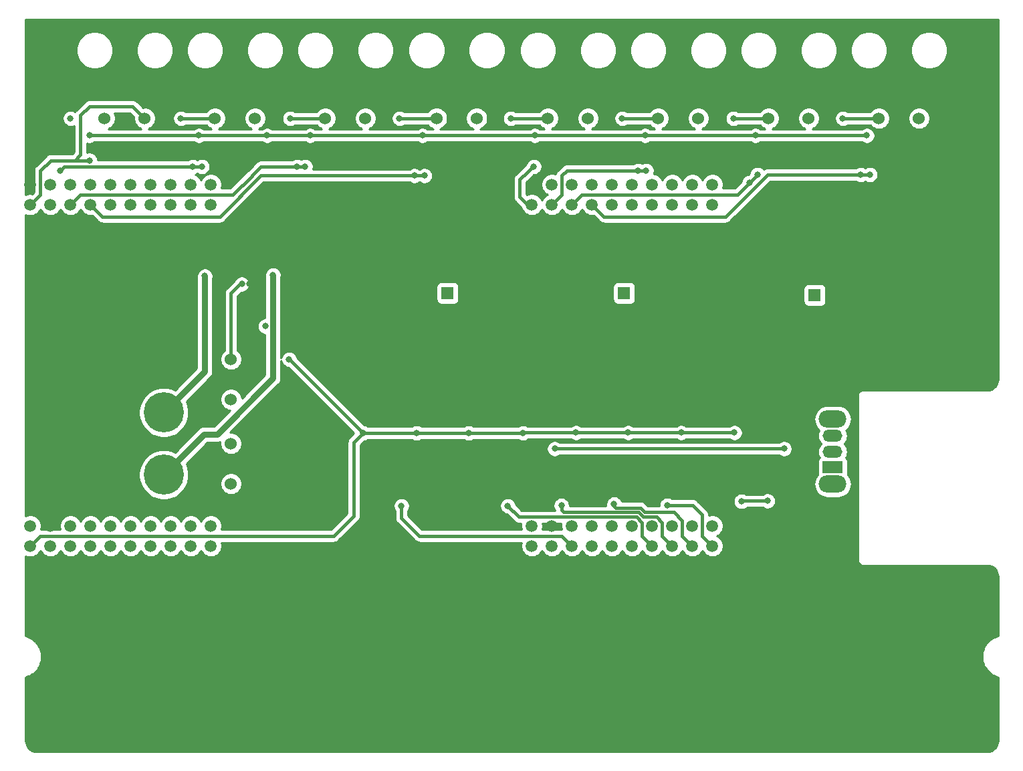
<source format=gbr>
G04 #@! TF.GenerationSoftware,KiCad,Pcbnew,5.1.5-52549c5~84~ubuntu18.04.1*
G04 #@! TF.CreationDate,2019-12-14T15:24:26-06:00*
G04 #@! TF.ProjectId,Gimbal_Board,47696d62-616c-45f4-926f-6172642e6b69,rev?*
G04 #@! TF.SameCoordinates,Original*
G04 #@! TF.FileFunction,Copper,L2,Bot*
G04 #@! TF.FilePolarity,Positive*
%FSLAX46Y46*%
G04 Gerber Fmt 4.6, Leading zero omitted, Abs format (unit mm)*
G04 Created by KiCad (PCBNEW 5.1.5-52549c5~84~ubuntu18.04.1) date 2019-12-14 15:24:26*
%MOMM*%
%LPD*%
G04 APERTURE LIST*
%ADD10C,1.520000*%
%ADD11C,1.524000*%
%ADD12R,2.500000X1.500000*%
%ADD13O,2.500000X1.500000*%
%ADD14O,3.500000X2.200000*%
%ADD15C,1.600000*%
%ADD16R,1.600000X1.600000*%
%ADD17C,5.080000*%
%ADD18C,0.800000*%
%ADD19C,0.762000*%
%ADD20C,0.381000*%
%ADD21C,0.254000*%
G04 APERTURE END LIST*
D10*
X91440000Y-60960000D03*
X88900000Y-60960000D03*
X86360000Y-60960000D03*
X83820000Y-60960000D03*
X81280000Y-60960000D03*
X78740000Y-60960000D03*
X76200000Y-60960000D03*
X73660000Y-60960000D03*
X71120000Y-60960000D03*
X68580000Y-60960000D03*
X91440000Y-63500000D03*
X88900000Y-63500000D03*
X86360000Y-63500000D03*
X83820000Y-63500000D03*
X81280000Y-63500000D03*
X78740000Y-63500000D03*
X76200000Y-63500000D03*
X73660000Y-63500000D03*
X71120000Y-63500000D03*
X68580000Y-63500000D03*
X91440000Y-106680000D03*
X88900000Y-106680000D03*
X86360000Y-106680000D03*
X83820000Y-106680000D03*
X81280000Y-106680000D03*
X78740000Y-106680000D03*
X76200000Y-106680000D03*
X73660000Y-106680000D03*
X71120000Y-106680000D03*
X68580000Y-106680000D03*
X91440000Y-104140000D03*
X88900000Y-104140000D03*
X86360000Y-104140000D03*
X83820000Y-104140000D03*
X81280000Y-104140000D03*
X78740000Y-104140000D03*
X76200000Y-104140000D03*
X73660000Y-104140000D03*
X71120000Y-104140000D03*
X68580000Y-104140000D03*
X137160000Y-60960000D03*
X134620000Y-60960000D03*
X132080000Y-60960000D03*
X154940000Y-63500000D03*
X152400000Y-63500000D03*
X149860000Y-63500000D03*
X147320000Y-63500000D03*
X144780000Y-63500000D03*
X142240000Y-63500000D03*
X139700000Y-63500000D03*
X137160000Y-63500000D03*
X134620000Y-63500000D03*
X132080000Y-63500000D03*
X154940000Y-106680000D03*
X149860000Y-106680000D03*
X144780000Y-106680000D03*
X142240000Y-106680000D03*
X139700000Y-106680000D03*
X137160000Y-106680000D03*
X134620000Y-106680000D03*
X154940000Y-104140000D03*
X149860000Y-104140000D03*
X139700000Y-104140000D03*
X137160000Y-104140000D03*
X134620000Y-104140000D03*
X132080000Y-104140000D03*
X144780000Y-104140000D03*
X147320000Y-104140000D03*
X152400000Y-106680000D03*
X139700000Y-60960000D03*
X142240000Y-60960000D03*
X152400000Y-104140000D03*
X147320000Y-106680000D03*
X149860000Y-60960000D03*
X147320000Y-60960000D03*
X142240000Y-104140000D03*
X144780000Y-60960000D03*
X152400000Y-60960000D03*
X154940000Y-60960000D03*
X132080000Y-106680000D03*
D11*
X148082000Y-52578000D03*
X150622000Y-52578000D03*
X153162000Y-52578000D03*
D12*
X170180000Y-96742000D03*
D13*
X170180000Y-94742000D03*
X170180000Y-92742000D03*
D14*
X170180000Y-98842000D03*
X170180000Y-90642000D03*
D15*
X140264000Y-74676000D03*
D16*
X143764000Y-74676000D03*
X121412000Y-74676000D03*
D15*
X117912000Y-74676000D03*
D11*
X83058000Y-52578000D03*
X80518000Y-52578000D03*
X77978000Y-52578000D03*
X91948000Y-52578000D03*
X94488000Y-52578000D03*
X97028000Y-52578000D03*
X110998000Y-52578000D03*
X108458000Y-52578000D03*
X105918000Y-52578000D03*
X120015000Y-52578000D03*
X122555000Y-52578000D03*
X125095000Y-52578000D03*
X134112000Y-52578000D03*
X136652000Y-52578000D03*
X139192000Y-52578000D03*
X162052000Y-52578000D03*
X164592000Y-52578000D03*
X167132000Y-52578000D03*
X181102000Y-52578000D03*
X178562000Y-52578000D03*
X176022000Y-52578000D03*
X93980000Y-88138000D03*
X93980000Y-85598000D03*
X93980000Y-83058000D03*
X93980000Y-93726000D03*
X93980000Y-96266000D03*
X93980000Y-98806000D03*
D15*
X164394000Y-74930000D03*
D16*
X167894000Y-74930000D03*
D17*
X85471000Y-97663000D03*
X85471000Y-89789000D03*
X85471000Y-81915000D03*
D18*
X90678000Y-72517000D03*
X113944400Y-90170000D03*
X120802400Y-90119200D03*
X127533400Y-90093800D03*
X134264400Y-90119200D03*
X140970000Y-90068400D03*
X147701000Y-90043000D03*
X154355800Y-90093800D03*
X161137600Y-90093800D03*
X159740600Y-103911400D03*
X165582600Y-101066600D03*
X96342200Y-73520300D03*
X102743000Y-67945000D03*
X94107000Y-68199000D03*
X87630000Y-56007000D03*
X133604000Y-101346000D03*
X99314000Y-72390000D03*
X174498000Y-54737000D03*
X160401000Y-54737000D03*
X146431000Y-54737000D03*
X132461000Y-54737000D03*
X118237000Y-54737000D03*
X104013000Y-54737000D03*
X89916000Y-54737000D03*
X76073000Y-54737000D03*
X95342285Y-73533456D03*
X98552000Y-54737000D03*
X98333000Y-78867000D03*
X73660000Y-52578000D03*
X87630000Y-52578000D03*
X101473000Y-52578000D03*
X115316000Y-52578000D03*
X129413000Y-52578000D03*
X143510000Y-52578000D03*
X157607000Y-52578000D03*
X171450000Y-52578000D03*
X76073000Y-57883500D03*
X90297000Y-58674000D03*
X72390000Y-59182000D03*
X89154000Y-58674000D03*
X103378000Y-58674000D03*
X102362000Y-58674000D03*
X118491000Y-59817000D03*
X117221000Y-59817000D03*
X132334000Y-58674000D03*
X146558000Y-59182000D03*
X145542000Y-59182000D03*
X160655000Y-59690000D03*
X159639000Y-60706000D03*
X174879000Y-59690000D03*
X173736000Y-59690000D03*
X115570000Y-101600000D03*
X129032000Y-101600000D03*
X135826500Y-101536500D03*
X142494000Y-101375185D03*
X149225000Y-101536500D03*
X134972500Y-94361000D03*
X164026315Y-94361000D03*
X130976000Y-92368000D03*
X137668000Y-92329000D03*
X144272000Y-92329000D03*
X151003000Y-92329000D03*
X157734000Y-92329000D03*
X124079000Y-92392500D03*
X117499500Y-92368000D03*
X110705000Y-92368000D03*
X101346000Y-83058000D03*
X161925000Y-100965000D03*
X158623000Y-101028500D03*
D19*
X90678000Y-84582000D02*
X85471000Y-89789000D01*
X90678000Y-72517000D02*
X90678000Y-84582000D01*
X87122000Y-97663000D02*
X85471000Y-97663000D01*
X99314000Y-72390000D02*
X99314000Y-85471000D01*
X92211501Y-92573499D02*
X99314000Y-85471000D01*
X90560501Y-92573499D02*
X92211501Y-92573499D01*
X85471000Y-97663000D02*
X90560501Y-92573499D01*
D20*
X174498000Y-54737000D02*
X160401000Y-54737000D01*
X160401000Y-54737000D02*
X146431000Y-54737000D01*
X146431000Y-54737000D02*
X132461000Y-54737000D01*
X132461000Y-54737000D02*
X118237000Y-54737000D01*
X118237000Y-54737000D02*
X104013000Y-54737000D01*
X89916000Y-54737000D02*
X76073000Y-54737000D01*
X95159102Y-73533456D02*
X95342285Y-73533456D01*
X93980000Y-74712558D02*
X95159102Y-73533456D01*
X98552000Y-54737000D02*
X89916000Y-54737000D01*
X104013000Y-54737000D02*
X98552000Y-54737000D01*
X93980000Y-74712558D02*
X93980000Y-83058000D01*
X176022000Y-52578000D02*
X171450000Y-52578000D01*
X162052000Y-52578000D02*
X160974370Y-52578000D01*
X160974370Y-52578000D02*
X157607000Y-52578000D01*
X148082000Y-52578000D02*
X147004370Y-52578000D01*
X147004370Y-52578000D02*
X143510000Y-52578000D01*
X134112000Y-52578000D02*
X129413000Y-52578000D01*
X120015000Y-52578000D02*
X115316000Y-52578000D01*
X105918000Y-52578000D02*
X101473000Y-52578000D01*
X91948000Y-52578000D02*
X87630000Y-52578000D01*
X87630000Y-52578000D02*
X87630000Y-52578000D01*
X101473000Y-52578000D02*
X101473000Y-52578000D01*
X115316000Y-52578000D02*
X115316000Y-52578000D01*
X129413000Y-52578000D02*
X129413000Y-52578000D01*
X143510000Y-52578000D02*
X143510000Y-52578000D01*
X157607000Y-52578000D02*
X157607000Y-52578000D01*
X171450000Y-52578000D02*
X171450000Y-52578000D01*
X68580000Y-63500000D02*
X69850000Y-62230000D01*
X69850000Y-62230000D02*
X69850000Y-60960000D01*
X69850000Y-60960000D02*
X69850000Y-59182000D01*
X69850000Y-59182000D02*
X71148500Y-57883500D01*
X83058000Y-52578000D02*
X81534000Y-51054000D01*
X81534000Y-51054000D02*
X76073000Y-51054000D01*
X73885500Y-57883500D02*
X76073000Y-57883500D01*
X73885500Y-57883500D02*
X74196500Y-57883500D01*
X71148500Y-57883500D02*
X73885500Y-57883500D01*
X74196500Y-57883500D02*
X74930000Y-57150000D01*
X74930000Y-52197000D02*
X76073000Y-51054000D01*
X74930000Y-57150000D02*
X74930000Y-52197000D01*
X85471000Y-58674000D02*
X73279000Y-58674000D01*
X73279000Y-58674000D02*
X72898000Y-58674000D01*
X72898000Y-58674000D02*
X72390000Y-59182000D01*
X89154000Y-58674000D02*
X85471000Y-58674000D01*
X90297000Y-58674000D02*
X89154000Y-58674000D01*
X74930000Y-62230000D02*
X73660000Y-63500000D01*
X84709000Y-62230000D02*
X84455000Y-62230000D01*
X84455000Y-62230000D02*
X74930000Y-62230000D01*
X88519000Y-62230000D02*
X84455000Y-62230000D01*
X94234000Y-62230000D02*
X88519000Y-62230000D01*
X96621936Y-59842064D02*
X94234000Y-62230000D01*
X96659532Y-59829532D02*
X96647000Y-59842064D01*
X96647000Y-59842064D02*
X96621936Y-59842064D01*
X96659532Y-59829532D02*
X96659532Y-59804468D01*
X96659532Y-59804468D02*
X97282000Y-59182000D01*
X97282000Y-59182000D02*
X97536000Y-58928000D01*
X97536000Y-58928000D02*
X97790000Y-58674000D01*
X102362000Y-58674000D02*
X103378000Y-58674000D01*
X97790000Y-58674000D02*
X102362000Y-58674000D01*
X97790000Y-59817000D02*
X97917000Y-59817000D01*
X92583000Y-65024000D02*
X97790000Y-59817000D01*
X77724000Y-65024000D02*
X92583000Y-65024000D01*
X76200000Y-63500000D02*
X77724000Y-65024000D01*
X118491000Y-59817000D02*
X117475000Y-59817000D01*
X117221000Y-59817000D02*
X97917000Y-59817000D01*
X117475000Y-59817000D02*
X117221000Y-59817000D01*
X132207000Y-58674000D02*
X132334000Y-58674000D01*
X131508500Y-59372500D02*
X132207000Y-58674000D01*
X131572000Y-63500000D02*
X132080000Y-63500000D01*
X130556000Y-62484000D02*
X131572000Y-63500000D01*
X131508500Y-59372500D02*
X130556000Y-60325000D01*
X130556000Y-60325000D02*
X130556000Y-62484000D01*
X135890000Y-62230000D02*
X134620000Y-63500000D01*
X135890000Y-59817000D02*
X135890000Y-62230000D01*
X136525000Y-59182000D02*
X135890000Y-59817000D01*
X145542000Y-59182000D02*
X136525000Y-59182000D01*
X146558000Y-59182000D02*
X145542000Y-59182000D01*
X138430000Y-62230000D02*
X137160000Y-63500000D01*
X160655000Y-59690000D02*
X160255001Y-60089999D01*
X158115000Y-62230000D02*
X138430000Y-62230000D01*
X159639000Y-60706000D02*
X158115000Y-62230000D01*
X160255001Y-60089999D02*
X159639000Y-60706000D01*
X139700000Y-63500000D02*
X141224000Y-65024000D01*
X156569742Y-65024000D02*
X161903742Y-59690000D01*
X141224000Y-65024000D02*
X156569742Y-65024000D01*
X173736000Y-59690000D02*
X174879000Y-59690000D01*
X161903742Y-59690000D02*
X173736000Y-59690000D01*
X115570000Y-103124000D02*
X115570000Y-101600000D01*
X117856000Y-105410000D02*
X115570000Y-103124000D01*
X137160000Y-106680000D02*
X135890000Y-105410000D01*
X135890000Y-105410000D02*
X117856000Y-105410000D01*
X145332241Y-102989499D02*
X130421499Y-102989499D01*
X146050000Y-103707258D02*
X145332241Y-102989499D01*
X147320000Y-106680000D02*
X146050000Y-105410000D01*
X130421499Y-102989499D02*
X129032000Y-101600000D01*
X146050000Y-105410000D02*
X146050000Y-103707258D01*
X135826500Y-102102185D02*
X135826500Y-101536500D01*
X136132804Y-102408489D02*
X135826500Y-102102185D01*
X148590000Y-105410000D02*
X148590000Y-103707258D01*
X149860000Y-106680000D02*
X148590000Y-105410000D01*
X145572903Y-102408489D02*
X136132804Y-102408489D01*
X148590000Y-103707258D02*
X147872241Y-102989499D01*
X147872241Y-102989499D02*
X146153913Y-102989499D01*
X146153913Y-102989499D02*
X145572903Y-102408489D01*
X142721479Y-101827479D02*
X142494000Y-101600000D01*
X151130000Y-105410000D02*
X151130000Y-103501172D01*
X150037317Y-102408489D02*
X146394575Y-102408489D01*
X142494000Y-101600000D02*
X142494000Y-101375185D01*
X152400000Y-106680000D02*
X151130000Y-105410000D01*
X146394575Y-102408489D02*
X145813566Y-101827480D01*
X151130000Y-103501172D02*
X150037317Y-102408489D01*
X145813566Y-101827480D02*
X142721479Y-101827479D01*
X149225000Y-101536500D02*
X149225000Y-101540328D01*
X153670000Y-105410000D02*
X154940000Y-106680000D01*
X153670000Y-102743000D02*
X153670000Y-105410000D01*
X149225000Y-101536500D02*
X152463500Y-101536500D01*
X152463500Y-101536500D02*
X153670000Y-102743000D01*
X164026315Y-94361000D02*
X141859000Y-94361000D01*
X141859000Y-94361000D02*
X134972500Y-94361000D01*
X131015000Y-92329000D02*
X130976000Y-92368000D01*
X145796000Y-92329000D02*
X144272000Y-92329000D01*
X130951500Y-92392500D02*
X130976000Y-92368000D01*
X117524000Y-92392500D02*
X117499500Y-92368000D01*
X117499500Y-92368000D02*
X110705000Y-92368000D01*
X124079000Y-92392500D02*
X117524000Y-92392500D01*
X124079000Y-92392500D02*
X130951500Y-92392500D01*
X137668000Y-92329000D02*
X131015000Y-92329000D01*
X137668000Y-92329000D02*
X144272000Y-92329000D01*
X157734000Y-92329000D02*
X151003000Y-92329000D01*
X151003000Y-92329000D02*
X145796000Y-92329000D01*
X109537500Y-102870000D02*
X109537500Y-93535500D01*
X109537500Y-93535500D02*
X110705000Y-92368000D01*
X106997500Y-105410000D02*
X109537500Y-102870000D01*
X68580000Y-106680000D02*
X69850000Y-105410000D01*
X69850000Y-105410000D02*
X106997500Y-105410000D01*
X101395000Y-83058000D02*
X110705000Y-92368000D01*
X101346000Y-83058000D02*
X101395000Y-83058000D01*
X161925000Y-100965000D02*
X161359315Y-100965000D01*
X161359315Y-100965000D02*
X158686500Y-100965000D01*
X158686500Y-100965000D02*
X158623000Y-101028500D01*
D21*
G36*
X191110001Y-52037581D02*
G01*
X191110000Y-85565721D01*
X191080766Y-85863876D01*
X191003551Y-86119624D01*
X190878131Y-86355504D01*
X190709289Y-86562525D01*
X190503446Y-86732813D01*
X190268444Y-86859879D01*
X190013240Y-86938877D01*
X189717118Y-86970000D01*
X174022419Y-86970000D01*
X173990000Y-86966807D01*
X173957581Y-86970000D01*
X173860617Y-86979550D01*
X173736207Y-87017290D01*
X173621550Y-87078575D01*
X173521052Y-87161052D01*
X173438575Y-87261550D01*
X173377290Y-87376207D01*
X173339550Y-87500617D01*
X173326807Y-87630000D01*
X173330001Y-87662429D01*
X173330000Y-108425581D01*
X173326807Y-108458000D01*
X173339550Y-108587383D01*
X173377290Y-108711793D01*
X173438575Y-108826450D01*
X173519645Y-108925233D01*
X173521052Y-108926948D01*
X173621550Y-109009425D01*
X173736207Y-109070710D01*
X173860617Y-109108450D01*
X173990000Y-109121193D01*
X174022419Y-109118000D01*
X189705721Y-109118000D01*
X190003875Y-109147234D01*
X190259622Y-109224448D01*
X190495504Y-109349869D01*
X190702530Y-109518716D01*
X190872813Y-109724554D01*
X190999879Y-109959556D01*
X191078876Y-110214756D01*
X191110001Y-110510891D01*
X191110000Y-118045339D01*
X190769946Y-118153211D01*
X190714974Y-118176772D01*
X190659659Y-118199571D01*
X190651553Y-118203954D01*
X190304030Y-118395006D01*
X190254674Y-118428801D01*
X190204847Y-118461906D01*
X190197747Y-118467780D01*
X189893951Y-118722695D01*
X189852105Y-118765428D01*
X189809653Y-118807584D01*
X189803829Y-118814725D01*
X189555332Y-119123794D01*
X189522606Y-119173805D01*
X189489127Y-119223439D01*
X189484801Y-119231576D01*
X189301068Y-119583022D01*
X189278656Y-119638494D01*
X189255478Y-119693632D01*
X189252815Y-119702454D01*
X189140845Y-120082896D01*
X189129645Y-120141612D01*
X189117607Y-120200254D01*
X189116708Y-120209425D01*
X189080766Y-120604370D01*
X189081184Y-120664186D01*
X189080766Y-120724003D01*
X189081665Y-120733174D01*
X189123118Y-121127577D01*
X189135148Y-121186183D01*
X189146355Y-121244935D01*
X189149019Y-121253757D01*
X189266290Y-121632599D01*
X189289474Y-121687750D01*
X189311880Y-121743208D01*
X189316206Y-121751345D01*
X189504828Y-122100193D01*
X189538283Y-122149792D01*
X189571032Y-122199838D01*
X189576855Y-122206977D01*
X189576858Y-122206981D01*
X189576862Y-122206985D01*
X189829644Y-122512547D01*
X189872061Y-122554669D01*
X189913943Y-122597438D01*
X189921044Y-122603311D01*
X190228369Y-122853960D01*
X190278178Y-122887052D01*
X190327550Y-122920859D01*
X190335656Y-122925241D01*
X190685813Y-123111423D01*
X190741105Y-123134212D01*
X190796101Y-123157784D01*
X190804905Y-123160509D01*
X191110001Y-123252623D01*
X191110000Y-131285721D01*
X191080766Y-131583876D01*
X191003551Y-131839624D01*
X190878131Y-132075504D01*
X190709289Y-132282525D01*
X190503446Y-132452813D01*
X190268444Y-132579879D01*
X190013240Y-132658877D01*
X189717118Y-132690000D01*
X69374279Y-132690000D01*
X69076124Y-132660766D01*
X68820376Y-132583551D01*
X68584496Y-132458131D01*
X68377475Y-132289289D01*
X68207187Y-132083446D01*
X68080121Y-131848444D01*
X68001123Y-131593240D01*
X67970000Y-131297118D01*
X67970000Y-123254661D01*
X68310055Y-123146789D01*
X68365040Y-123123222D01*
X68420341Y-123100429D01*
X68428447Y-123096046D01*
X68775970Y-122904994D01*
X68825327Y-122871199D01*
X68875153Y-122838094D01*
X68882254Y-122832220D01*
X69186049Y-122577305D01*
X69227912Y-122534555D01*
X69270347Y-122492416D01*
X69276171Y-122485274D01*
X69524668Y-122176206D01*
X69557415Y-122126164D01*
X69590873Y-122076561D01*
X69595199Y-122068425D01*
X69778932Y-121716978D01*
X69801337Y-121661523D01*
X69824522Y-121606368D01*
X69827185Y-121597546D01*
X69939155Y-121217104D01*
X69950355Y-121158388D01*
X69962393Y-121099746D01*
X69963292Y-121090575D01*
X69999234Y-120695630D01*
X69998816Y-120635814D01*
X69999234Y-120575997D01*
X69998334Y-120566826D01*
X69956882Y-120172422D01*
X69944855Y-120113829D01*
X69933645Y-120055065D01*
X69930981Y-120046243D01*
X69813710Y-119667401D01*
X69790526Y-119612250D01*
X69768120Y-119556792D01*
X69763794Y-119548655D01*
X69575172Y-119199807D01*
X69541717Y-119150208D01*
X69508968Y-119100162D01*
X69503144Y-119093021D01*
X69250356Y-118787453D01*
X69207923Y-118745315D01*
X69166057Y-118702562D01*
X69158962Y-118696694D01*
X69158957Y-118696689D01*
X69158952Y-118696685D01*
X68851631Y-118446041D01*
X68801838Y-118412959D01*
X68752449Y-118379141D01*
X68744343Y-118374759D01*
X68394187Y-118188577D01*
X68338867Y-118165776D01*
X68283899Y-118142216D01*
X68275099Y-118139492D01*
X68275093Y-118139490D01*
X67970000Y-118047378D01*
X67970000Y-107937267D01*
X68173093Y-108021391D01*
X68442604Y-108075000D01*
X68717396Y-108075000D01*
X68986907Y-108021391D01*
X69240780Y-107916233D01*
X69469261Y-107763567D01*
X69663567Y-107569261D01*
X69816233Y-107340780D01*
X69850000Y-107259260D01*
X69883767Y-107340780D01*
X70036433Y-107569261D01*
X70230739Y-107763567D01*
X70459220Y-107916233D01*
X70713093Y-108021391D01*
X70982604Y-108075000D01*
X71257396Y-108075000D01*
X71526907Y-108021391D01*
X71780780Y-107916233D01*
X72009261Y-107763567D01*
X72203567Y-107569261D01*
X72356233Y-107340780D01*
X72390000Y-107259260D01*
X72423767Y-107340780D01*
X72576433Y-107569261D01*
X72770739Y-107763567D01*
X72999220Y-107916233D01*
X73253093Y-108021391D01*
X73522604Y-108075000D01*
X73797396Y-108075000D01*
X74066907Y-108021391D01*
X74320780Y-107916233D01*
X74549261Y-107763567D01*
X74743567Y-107569261D01*
X74896233Y-107340780D01*
X74930000Y-107259260D01*
X74963767Y-107340780D01*
X75116433Y-107569261D01*
X75310739Y-107763567D01*
X75539220Y-107916233D01*
X75793093Y-108021391D01*
X76062604Y-108075000D01*
X76337396Y-108075000D01*
X76606907Y-108021391D01*
X76860780Y-107916233D01*
X77089261Y-107763567D01*
X77283567Y-107569261D01*
X77436233Y-107340780D01*
X77470000Y-107259260D01*
X77503767Y-107340780D01*
X77656433Y-107569261D01*
X77850739Y-107763567D01*
X78079220Y-107916233D01*
X78333093Y-108021391D01*
X78602604Y-108075000D01*
X78877396Y-108075000D01*
X79146907Y-108021391D01*
X79400780Y-107916233D01*
X79629261Y-107763567D01*
X79823567Y-107569261D01*
X79976233Y-107340780D01*
X80010000Y-107259260D01*
X80043767Y-107340780D01*
X80196433Y-107569261D01*
X80390739Y-107763567D01*
X80619220Y-107916233D01*
X80873093Y-108021391D01*
X81142604Y-108075000D01*
X81417396Y-108075000D01*
X81686907Y-108021391D01*
X81940780Y-107916233D01*
X82169261Y-107763567D01*
X82363567Y-107569261D01*
X82516233Y-107340780D01*
X82550000Y-107259260D01*
X82583767Y-107340780D01*
X82736433Y-107569261D01*
X82930739Y-107763567D01*
X83159220Y-107916233D01*
X83413093Y-108021391D01*
X83682604Y-108075000D01*
X83957396Y-108075000D01*
X84226907Y-108021391D01*
X84480780Y-107916233D01*
X84709261Y-107763567D01*
X84903567Y-107569261D01*
X85056233Y-107340780D01*
X85090000Y-107259260D01*
X85123767Y-107340780D01*
X85276433Y-107569261D01*
X85470739Y-107763567D01*
X85699220Y-107916233D01*
X85953093Y-108021391D01*
X86222604Y-108075000D01*
X86497396Y-108075000D01*
X86766907Y-108021391D01*
X87020780Y-107916233D01*
X87249261Y-107763567D01*
X87443567Y-107569261D01*
X87596233Y-107340780D01*
X87630000Y-107259260D01*
X87663767Y-107340780D01*
X87816433Y-107569261D01*
X88010739Y-107763567D01*
X88239220Y-107916233D01*
X88493093Y-108021391D01*
X88762604Y-108075000D01*
X89037396Y-108075000D01*
X89306907Y-108021391D01*
X89560780Y-107916233D01*
X89789261Y-107763567D01*
X89983567Y-107569261D01*
X90136233Y-107340780D01*
X90170000Y-107259260D01*
X90203767Y-107340780D01*
X90356433Y-107569261D01*
X90550739Y-107763567D01*
X90779220Y-107916233D01*
X91033093Y-108021391D01*
X91302604Y-108075000D01*
X91577396Y-108075000D01*
X91846907Y-108021391D01*
X92100780Y-107916233D01*
X92329261Y-107763567D01*
X92523567Y-107569261D01*
X92676233Y-107340780D01*
X92781391Y-107086907D01*
X92835000Y-106817396D01*
X92835000Y-106542604D01*
X92781391Y-106273093D01*
X92765819Y-106235500D01*
X106956950Y-106235500D01*
X106997500Y-106239494D01*
X107038050Y-106235500D01*
X107038053Y-106235500D01*
X107159326Y-106223556D01*
X107314934Y-106176353D01*
X107458342Y-106099699D01*
X107584041Y-105996541D01*
X107609898Y-105965034D01*
X110092541Y-103482392D01*
X110124041Y-103456541D01*
X110181139Y-103386967D01*
X110227198Y-103330844D01*
X110272326Y-103246416D01*
X110303853Y-103187434D01*
X110351056Y-103031826D01*
X110363000Y-102910553D01*
X110363000Y-102910544D01*
X110366993Y-102870001D01*
X110363000Y-102829458D01*
X110363000Y-101498061D01*
X114535000Y-101498061D01*
X114535000Y-101701939D01*
X114574774Y-101901898D01*
X114652795Y-102090256D01*
X114744501Y-102227503D01*
X114744500Y-103083449D01*
X114740506Y-103124000D01*
X114744500Y-103164550D01*
X114744500Y-103164552D01*
X114756444Y-103285825D01*
X114777547Y-103355392D01*
X114803647Y-103441433D01*
X114880301Y-103584842D01*
X114914214Y-103626165D01*
X114983459Y-103710541D01*
X115014966Y-103736398D01*
X117243606Y-105965039D01*
X117269459Y-105996541D01*
X117333596Y-106049177D01*
X117395157Y-106099699D01*
X117442414Y-106124958D01*
X117538566Y-106176353D01*
X117694174Y-106223556D01*
X117815447Y-106235500D01*
X117815449Y-106235500D01*
X117855999Y-106239494D01*
X117896550Y-106235500D01*
X130754181Y-106235500D01*
X130738609Y-106273093D01*
X130685000Y-106542604D01*
X130685000Y-106817396D01*
X130738609Y-107086907D01*
X130843767Y-107340780D01*
X130996433Y-107569261D01*
X131190739Y-107763567D01*
X131419220Y-107916233D01*
X131673093Y-108021391D01*
X131942604Y-108075000D01*
X132217396Y-108075000D01*
X132486907Y-108021391D01*
X132740780Y-107916233D01*
X132969261Y-107763567D01*
X133163567Y-107569261D01*
X133316233Y-107340780D01*
X133350000Y-107259260D01*
X133383767Y-107340780D01*
X133536433Y-107569261D01*
X133730739Y-107763567D01*
X133959220Y-107916233D01*
X134213093Y-108021391D01*
X134482604Y-108075000D01*
X134757396Y-108075000D01*
X135026907Y-108021391D01*
X135280780Y-107916233D01*
X135509261Y-107763567D01*
X135703567Y-107569261D01*
X135856233Y-107340780D01*
X135890000Y-107259260D01*
X135923767Y-107340780D01*
X136076433Y-107569261D01*
X136270739Y-107763567D01*
X136499220Y-107916233D01*
X136753093Y-108021391D01*
X137022604Y-108075000D01*
X137297396Y-108075000D01*
X137566907Y-108021391D01*
X137820780Y-107916233D01*
X138049261Y-107763567D01*
X138243567Y-107569261D01*
X138396233Y-107340780D01*
X138430000Y-107259260D01*
X138463767Y-107340780D01*
X138616433Y-107569261D01*
X138810739Y-107763567D01*
X139039220Y-107916233D01*
X139293093Y-108021391D01*
X139562604Y-108075000D01*
X139837396Y-108075000D01*
X140106907Y-108021391D01*
X140360780Y-107916233D01*
X140589261Y-107763567D01*
X140783567Y-107569261D01*
X140936233Y-107340780D01*
X140970000Y-107259260D01*
X141003767Y-107340780D01*
X141156433Y-107569261D01*
X141350739Y-107763567D01*
X141579220Y-107916233D01*
X141833093Y-108021391D01*
X142102604Y-108075000D01*
X142377396Y-108075000D01*
X142646907Y-108021391D01*
X142900780Y-107916233D01*
X143129261Y-107763567D01*
X143323567Y-107569261D01*
X143476233Y-107340780D01*
X143510000Y-107259260D01*
X143543767Y-107340780D01*
X143696433Y-107569261D01*
X143890739Y-107763567D01*
X144119220Y-107916233D01*
X144373093Y-108021391D01*
X144642604Y-108075000D01*
X144917396Y-108075000D01*
X145186907Y-108021391D01*
X145440780Y-107916233D01*
X145669261Y-107763567D01*
X145863567Y-107569261D01*
X146016233Y-107340780D01*
X146050000Y-107259260D01*
X146083767Y-107340780D01*
X146236433Y-107569261D01*
X146430739Y-107763567D01*
X146659220Y-107916233D01*
X146913093Y-108021391D01*
X147182604Y-108075000D01*
X147457396Y-108075000D01*
X147726907Y-108021391D01*
X147980780Y-107916233D01*
X148209261Y-107763567D01*
X148403567Y-107569261D01*
X148556233Y-107340780D01*
X148590000Y-107259260D01*
X148623767Y-107340780D01*
X148776433Y-107569261D01*
X148970739Y-107763567D01*
X149199220Y-107916233D01*
X149453093Y-108021391D01*
X149722604Y-108075000D01*
X149997396Y-108075000D01*
X150266907Y-108021391D01*
X150520780Y-107916233D01*
X150749261Y-107763567D01*
X150943567Y-107569261D01*
X151096233Y-107340780D01*
X151130000Y-107259260D01*
X151163767Y-107340780D01*
X151316433Y-107569261D01*
X151510739Y-107763567D01*
X151739220Y-107916233D01*
X151993093Y-108021391D01*
X152262604Y-108075000D01*
X152537396Y-108075000D01*
X152806907Y-108021391D01*
X153060780Y-107916233D01*
X153289261Y-107763567D01*
X153483567Y-107569261D01*
X153636233Y-107340780D01*
X153670000Y-107259260D01*
X153703767Y-107340780D01*
X153856433Y-107569261D01*
X154050739Y-107763567D01*
X154279220Y-107916233D01*
X154533093Y-108021391D01*
X154802604Y-108075000D01*
X155077396Y-108075000D01*
X155346907Y-108021391D01*
X155600780Y-107916233D01*
X155829261Y-107763567D01*
X156023567Y-107569261D01*
X156176233Y-107340780D01*
X156281391Y-107086907D01*
X156335000Y-106817396D01*
X156335000Y-106542604D01*
X156281391Y-106273093D01*
X156176233Y-106019220D01*
X156023567Y-105790739D01*
X155829261Y-105596433D01*
X155600780Y-105443767D01*
X155519260Y-105410000D01*
X155600780Y-105376233D01*
X155829261Y-105223567D01*
X156023567Y-105029261D01*
X156176233Y-104800780D01*
X156281391Y-104546907D01*
X156335000Y-104277396D01*
X156335000Y-104002604D01*
X156281391Y-103733093D01*
X156176233Y-103479220D01*
X156023567Y-103250739D01*
X155829261Y-103056433D01*
X155600780Y-102903767D01*
X155346907Y-102798609D01*
X155077396Y-102745000D01*
X154802604Y-102745000D01*
X154533093Y-102798609D01*
X154495500Y-102814181D01*
X154495500Y-102783550D01*
X154499494Y-102743000D01*
X154495500Y-102702447D01*
X154483556Y-102581174D01*
X154436353Y-102425566D01*
X154413345Y-102382521D01*
X154359699Y-102282157D01*
X154282392Y-102187958D01*
X154282389Y-102187955D01*
X154256541Y-102156459D01*
X154225046Y-102130612D01*
X153075898Y-100981465D01*
X153050041Y-100949959D01*
X153021531Y-100926561D01*
X157588000Y-100926561D01*
X157588000Y-101130439D01*
X157627774Y-101330398D01*
X157705795Y-101518756D01*
X157819063Y-101688274D01*
X157963226Y-101832437D01*
X158132744Y-101945705D01*
X158321102Y-102023726D01*
X158521061Y-102063500D01*
X158724939Y-102063500D01*
X158924898Y-102023726D01*
X159113256Y-101945705D01*
X159282774Y-101832437D01*
X159324711Y-101790500D01*
X161297497Y-101790500D01*
X161434744Y-101882205D01*
X161623102Y-101960226D01*
X161823061Y-102000000D01*
X162026939Y-102000000D01*
X162226898Y-101960226D01*
X162415256Y-101882205D01*
X162584774Y-101768937D01*
X162728937Y-101624774D01*
X162842205Y-101455256D01*
X162920226Y-101266898D01*
X162960000Y-101066939D01*
X162960000Y-100863061D01*
X162920226Y-100663102D01*
X162842205Y-100474744D01*
X162728937Y-100305226D01*
X162584774Y-100161063D01*
X162415256Y-100047795D01*
X162226898Y-99969774D01*
X162026939Y-99930000D01*
X161823061Y-99930000D01*
X161623102Y-99969774D01*
X161434744Y-100047795D01*
X161297497Y-100139500D01*
X159155468Y-100139500D01*
X159113256Y-100111295D01*
X158924898Y-100033274D01*
X158724939Y-99993500D01*
X158521061Y-99993500D01*
X158321102Y-100033274D01*
X158132744Y-100111295D01*
X157963226Y-100224563D01*
X157819063Y-100368726D01*
X157705795Y-100538244D01*
X157627774Y-100726602D01*
X157588000Y-100926561D01*
X153021531Y-100926561D01*
X152924342Y-100846801D01*
X152780934Y-100770147D01*
X152625326Y-100722944D01*
X152504053Y-100711000D01*
X152504050Y-100711000D01*
X152463500Y-100707006D01*
X152422950Y-100711000D01*
X149852503Y-100711000D01*
X149715256Y-100619295D01*
X149526898Y-100541274D01*
X149326939Y-100501500D01*
X149123061Y-100501500D01*
X148923102Y-100541274D01*
X148734744Y-100619295D01*
X148565226Y-100732563D01*
X148421063Y-100876726D01*
X148307795Y-101046244D01*
X148229774Y-101234602D01*
X148190000Y-101434561D01*
X148190000Y-101582989D01*
X146736508Y-101582989D01*
X146425959Y-101272440D01*
X146400107Y-101240940D01*
X146349420Y-101199343D01*
X146274408Y-101137781D01*
X146130999Y-101061127D01*
X145975392Y-101013925D01*
X145813566Y-100997986D01*
X145773006Y-101001981D01*
X143459689Y-101001979D01*
X143411205Y-100884929D01*
X143297937Y-100715411D01*
X143153774Y-100571248D01*
X142984256Y-100457980D01*
X142795898Y-100379959D01*
X142595939Y-100340185D01*
X142392061Y-100340185D01*
X142192102Y-100379959D01*
X142003744Y-100457980D01*
X141834226Y-100571248D01*
X141690063Y-100715411D01*
X141576795Y-100884929D01*
X141498774Y-101073287D01*
X141459000Y-101273246D01*
X141459000Y-101477124D01*
X141480058Y-101582989D01*
X136861500Y-101582989D01*
X136861500Y-101434561D01*
X136821726Y-101234602D01*
X136743705Y-101046244D01*
X136630437Y-100876726D01*
X136486274Y-100732563D01*
X136316756Y-100619295D01*
X136128398Y-100541274D01*
X135928439Y-100501500D01*
X135724561Y-100501500D01*
X135524602Y-100541274D01*
X135336244Y-100619295D01*
X135166726Y-100732563D01*
X135022563Y-100876726D01*
X134909295Y-101046244D01*
X134831274Y-101234602D01*
X134791500Y-101434561D01*
X134791500Y-101638439D01*
X134831274Y-101838398D01*
X134909295Y-102026756D01*
X135000998Y-102163999D01*
X130763432Y-102163999D01*
X130059428Y-101459996D01*
X130027226Y-101298102D01*
X129949205Y-101109744D01*
X129835937Y-100940226D01*
X129691774Y-100796063D01*
X129522256Y-100682795D01*
X129333898Y-100604774D01*
X129133939Y-100565000D01*
X128930061Y-100565000D01*
X128730102Y-100604774D01*
X128541744Y-100682795D01*
X128372226Y-100796063D01*
X128228063Y-100940226D01*
X128114795Y-101109744D01*
X128036774Y-101298102D01*
X127997000Y-101498061D01*
X127997000Y-101701939D01*
X128036774Y-101901898D01*
X128114795Y-102090256D01*
X128228063Y-102259774D01*
X128372226Y-102403937D01*
X128541744Y-102517205D01*
X128730102Y-102595226D01*
X128891996Y-102627428D01*
X129809105Y-103544538D01*
X129834958Y-103576040D01*
X129960657Y-103679198D01*
X130104065Y-103755852D01*
X130259673Y-103803055D01*
X130380946Y-103814999D01*
X130380948Y-103814999D01*
X130421498Y-103818993D01*
X130462049Y-103814999D01*
X130722317Y-103814999D01*
X130685000Y-104002604D01*
X130685000Y-104277396D01*
X130738609Y-104546907D01*
X130754181Y-104584500D01*
X118197933Y-104584500D01*
X116395500Y-102782068D01*
X116395500Y-102227503D01*
X116487205Y-102090256D01*
X116565226Y-101901898D01*
X116605000Y-101701939D01*
X116605000Y-101498061D01*
X116565226Y-101298102D01*
X116487205Y-101109744D01*
X116373937Y-100940226D01*
X116229774Y-100796063D01*
X116060256Y-100682795D01*
X115871898Y-100604774D01*
X115671939Y-100565000D01*
X115468061Y-100565000D01*
X115268102Y-100604774D01*
X115079744Y-100682795D01*
X114910226Y-100796063D01*
X114766063Y-100940226D01*
X114652795Y-101109744D01*
X114574774Y-101298102D01*
X114535000Y-101498061D01*
X110363000Y-101498061D01*
X110363000Y-94259061D01*
X133937500Y-94259061D01*
X133937500Y-94462939D01*
X133977274Y-94662898D01*
X134055295Y-94851256D01*
X134168563Y-95020774D01*
X134312726Y-95164937D01*
X134482244Y-95278205D01*
X134670602Y-95356226D01*
X134870561Y-95396000D01*
X135074439Y-95396000D01*
X135274398Y-95356226D01*
X135462756Y-95278205D01*
X135600003Y-95186500D01*
X163398812Y-95186500D01*
X163536059Y-95278205D01*
X163724417Y-95356226D01*
X163924376Y-95396000D01*
X164128254Y-95396000D01*
X164328213Y-95356226D01*
X164516571Y-95278205D01*
X164686089Y-95164937D01*
X164830252Y-95020774D01*
X164943520Y-94851256D01*
X165021541Y-94662898D01*
X165061315Y-94462939D01*
X165061315Y-94259061D01*
X165021541Y-94059102D01*
X164943520Y-93870744D01*
X164830252Y-93701226D01*
X164686089Y-93557063D01*
X164516571Y-93443795D01*
X164328213Y-93365774D01*
X164128254Y-93326000D01*
X163924376Y-93326000D01*
X163724417Y-93365774D01*
X163536059Y-93443795D01*
X163398812Y-93535500D01*
X135600003Y-93535500D01*
X135462756Y-93443795D01*
X135274398Y-93365774D01*
X135074439Y-93326000D01*
X134870561Y-93326000D01*
X134670602Y-93365774D01*
X134482244Y-93443795D01*
X134312726Y-93557063D01*
X134168563Y-93701226D01*
X134055295Y-93870744D01*
X133977274Y-94059102D01*
X133937500Y-94259061D01*
X110363000Y-94259061D01*
X110363000Y-93877432D01*
X110845004Y-93395428D01*
X111006898Y-93363226D01*
X111195256Y-93285205D01*
X111332503Y-93193500D01*
X116871997Y-93193500D01*
X117009244Y-93285205D01*
X117197602Y-93363226D01*
X117397561Y-93403000D01*
X117601439Y-93403000D01*
X117801398Y-93363226D01*
X117989756Y-93285205D01*
X118090336Y-93218000D01*
X123451497Y-93218000D01*
X123588744Y-93309705D01*
X123777102Y-93387726D01*
X123977061Y-93427500D01*
X124180939Y-93427500D01*
X124380898Y-93387726D01*
X124569256Y-93309705D01*
X124706503Y-93218000D01*
X130385164Y-93218000D01*
X130485744Y-93285205D01*
X130674102Y-93363226D01*
X130874061Y-93403000D01*
X131077939Y-93403000D01*
X131277898Y-93363226D01*
X131466256Y-93285205D01*
X131635774Y-93171937D01*
X131653211Y-93154500D01*
X137040497Y-93154500D01*
X137177744Y-93246205D01*
X137366102Y-93324226D01*
X137566061Y-93364000D01*
X137769939Y-93364000D01*
X137969898Y-93324226D01*
X138158256Y-93246205D01*
X138295503Y-93154500D01*
X143644497Y-93154500D01*
X143781744Y-93246205D01*
X143970102Y-93324226D01*
X144170061Y-93364000D01*
X144373939Y-93364000D01*
X144573898Y-93324226D01*
X144762256Y-93246205D01*
X144899503Y-93154500D01*
X150375497Y-93154500D01*
X150512744Y-93246205D01*
X150701102Y-93324226D01*
X150901061Y-93364000D01*
X151104939Y-93364000D01*
X151304898Y-93324226D01*
X151493256Y-93246205D01*
X151630503Y-93154500D01*
X157106497Y-93154500D01*
X157243744Y-93246205D01*
X157432102Y-93324226D01*
X157632061Y-93364000D01*
X157835939Y-93364000D01*
X158035898Y-93324226D01*
X158224256Y-93246205D01*
X158393774Y-93132937D01*
X158537937Y-92988774D01*
X158651205Y-92819256D01*
X158729226Y-92630898D01*
X158769000Y-92430939D01*
X158769000Y-92227061D01*
X158729226Y-92027102D01*
X158651205Y-91838744D01*
X158537937Y-91669226D01*
X158393774Y-91525063D01*
X158224256Y-91411795D01*
X158035898Y-91333774D01*
X157835939Y-91294000D01*
X157632061Y-91294000D01*
X157432102Y-91333774D01*
X157243744Y-91411795D01*
X157106497Y-91503500D01*
X151630503Y-91503500D01*
X151493256Y-91411795D01*
X151304898Y-91333774D01*
X151104939Y-91294000D01*
X150901061Y-91294000D01*
X150701102Y-91333774D01*
X150512744Y-91411795D01*
X150375497Y-91503500D01*
X144899503Y-91503500D01*
X144762256Y-91411795D01*
X144573898Y-91333774D01*
X144373939Y-91294000D01*
X144170061Y-91294000D01*
X143970102Y-91333774D01*
X143781744Y-91411795D01*
X143644497Y-91503500D01*
X138295503Y-91503500D01*
X138158256Y-91411795D01*
X137969898Y-91333774D01*
X137769939Y-91294000D01*
X137566061Y-91294000D01*
X137366102Y-91333774D01*
X137177744Y-91411795D01*
X137040497Y-91503500D01*
X131545135Y-91503500D01*
X131466256Y-91450795D01*
X131277898Y-91372774D01*
X131077939Y-91333000D01*
X130874061Y-91333000D01*
X130674102Y-91372774D01*
X130485744Y-91450795D01*
X130316226Y-91564063D01*
X130313289Y-91567000D01*
X124706503Y-91567000D01*
X124569256Y-91475295D01*
X124380898Y-91397274D01*
X124180939Y-91357500D01*
X123977061Y-91357500D01*
X123777102Y-91397274D01*
X123588744Y-91475295D01*
X123451497Y-91567000D01*
X118162211Y-91567000D01*
X118159274Y-91564063D01*
X117989756Y-91450795D01*
X117801398Y-91372774D01*
X117601439Y-91333000D01*
X117397561Y-91333000D01*
X117197602Y-91372774D01*
X117009244Y-91450795D01*
X116871997Y-91542500D01*
X111332503Y-91542500D01*
X111195256Y-91450795D01*
X111006898Y-91372774D01*
X110845005Y-91340572D01*
X110146433Y-90642000D01*
X167786606Y-90642000D01*
X167820105Y-90982119D01*
X167919314Y-91309168D01*
X168080421Y-91610578D01*
X168297234Y-91874766D01*
X168488994Y-92032139D01*
X168394236Y-92209419D01*
X168315040Y-92470493D01*
X168288299Y-92742000D01*
X168315040Y-93013507D01*
X168394236Y-93274581D01*
X168522843Y-93515188D01*
X168695919Y-93726081D01*
X168715316Y-93742000D01*
X168695919Y-93757919D01*
X168522843Y-93968812D01*
X168394236Y-94209419D01*
X168315040Y-94470493D01*
X168288299Y-94742000D01*
X168315040Y-95013507D01*
X168394236Y-95274581D01*
X168518940Y-95507886D01*
X168478815Y-95540815D01*
X168399463Y-95637506D01*
X168340498Y-95747820D01*
X168304188Y-95867518D01*
X168291928Y-95992000D01*
X168291928Y-97492000D01*
X168303008Y-97604496D01*
X168297234Y-97609234D01*
X168080421Y-97873422D01*
X167919314Y-98174832D01*
X167820105Y-98501881D01*
X167786606Y-98842000D01*
X167820105Y-99182119D01*
X167919314Y-99509168D01*
X168080421Y-99810578D01*
X168297234Y-100074766D01*
X168561422Y-100291579D01*
X168862832Y-100452686D01*
X169189881Y-100551895D01*
X169444775Y-100577000D01*
X170915225Y-100577000D01*
X171170119Y-100551895D01*
X171497168Y-100452686D01*
X171798578Y-100291579D01*
X172062766Y-100074766D01*
X172279579Y-99810578D01*
X172440686Y-99509168D01*
X172539895Y-99182119D01*
X172573394Y-98842000D01*
X172539895Y-98501881D01*
X172440686Y-98174832D01*
X172279579Y-97873422D01*
X172062766Y-97609234D01*
X172056992Y-97604496D01*
X172068072Y-97492000D01*
X172068072Y-95992000D01*
X172055812Y-95867518D01*
X172019502Y-95747820D01*
X171960537Y-95637506D01*
X171881185Y-95540815D01*
X171841060Y-95507886D01*
X171965764Y-95274581D01*
X172044960Y-95013507D01*
X172071701Y-94742000D01*
X172044960Y-94470493D01*
X171965764Y-94209419D01*
X171837157Y-93968812D01*
X171664081Y-93757919D01*
X171644684Y-93742000D01*
X171664081Y-93726081D01*
X171837157Y-93515188D01*
X171965764Y-93274581D01*
X172044960Y-93013507D01*
X172071701Y-92742000D01*
X172044960Y-92470493D01*
X171965764Y-92209419D01*
X171871006Y-92032139D01*
X172062766Y-91874766D01*
X172279579Y-91610578D01*
X172440686Y-91309168D01*
X172539895Y-90982119D01*
X172573394Y-90642000D01*
X172539895Y-90301881D01*
X172440686Y-89974832D01*
X172279579Y-89673422D01*
X172062766Y-89409234D01*
X171798578Y-89192421D01*
X171497168Y-89031314D01*
X171170119Y-88932105D01*
X170915225Y-88907000D01*
X169444775Y-88907000D01*
X169189881Y-88932105D01*
X168862832Y-89031314D01*
X168561422Y-89192421D01*
X168297234Y-89409234D01*
X168080421Y-89673422D01*
X167919314Y-89974832D01*
X167820105Y-90301881D01*
X167786606Y-90642000D01*
X110146433Y-90642000D01*
X102361262Y-82856830D01*
X102341226Y-82756102D01*
X102263205Y-82567744D01*
X102149937Y-82398226D01*
X102005774Y-82254063D01*
X101836256Y-82140795D01*
X101647898Y-82062774D01*
X101447939Y-82023000D01*
X101244061Y-82023000D01*
X101044102Y-82062774D01*
X100855744Y-82140795D01*
X100686226Y-82254063D01*
X100542063Y-82398226D01*
X100428795Y-82567744D01*
X100350774Y-82756102D01*
X100330000Y-82860541D01*
X100330000Y-73876000D01*
X119973928Y-73876000D01*
X119973928Y-75476000D01*
X119986188Y-75600482D01*
X120022498Y-75720180D01*
X120081463Y-75830494D01*
X120160815Y-75927185D01*
X120257506Y-76006537D01*
X120367820Y-76065502D01*
X120487518Y-76101812D01*
X120612000Y-76114072D01*
X122212000Y-76114072D01*
X122336482Y-76101812D01*
X122456180Y-76065502D01*
X122566494Y-76006537D01*
X122663185Y-75927185D01*
X122742537Y-75830494D01*
X122801502Y-75720180D01*
X122837812Y-75600482D01*
X122850072Y-75476000D01*
X122850072Y-73876000D01*
X142325928Y-73876000D01*
X142325928Y-75476000D01*
X142338188Y-75600482D01*
X142374498Y-75720180D01*
X142433463Y-75830494D01*
X142512815Y-75927185D01*
X142609506Y-76006537D01*
X142719820Y-76065502D01*
X142839518Y-76101812D01*
X142964000Y-76114072D01*
X144564000Y-76114072D01*
X144688482Y-76101812D01*
X144808180Y-76065502D01*
X144918494Y-76006537D01*
X145015185Y-75927185D01*
X145094537Y-75830494D01*
X145153502Y-75720180D01*
X145189812Y-75600482D01*
X145202072Y-75476000D01*
X145202072Y-74130000D01*
X166455928Y-74130000D01*
X166455928Y-75730000D01*
X166468188Y-75854482D01*
X166504498Y-75974180D01*
X166563463Y-76084494D01*
X166642815Y-76181185D01*
X166739506Y-76260537D01*
X166849820Y-76319502D01*
X166969518Y-76355812D01*
X167094000Y-76368072D01*
X168694000Y-76368072D01*
X168818482Y-76355812D01*
X168938180Y-76319502D01*
X169048494Y-76260537D01*
X169145185Y-76181185D01*
X169224537Y-76084494D01*
X169283502Y-75974180D01*
X169319812Y-75854482D01*
X169332072Y-75730000D01*
X169332072Y-74130000D01*
X169319812Y-74005518D01*
X169283502Y-73885820D01*
X169224537Y-73775506D01*
X169145185Y-73678815D01*
X169048494Y-73599463D01*
X168938180Y-73540498D01*
X168818482Y-73504188D01*
X168694000Y-73491928D01*
X167094000Y-73491928D01*
X166969518Y-73504188D01*
X166849820Y-73540498D01*
X166739506Y-73599463D01*
X166642815Y-73678815D01*
X166563463Y-73775506D01*
X166504498Y-73885820D01*
X166468188Y-74005518D01*
X166455928Y-74130000D01*
X145202072Y-74130000D01*
X145202072Y-73876000D01*
X145189812Y-73751518D01*
X145153502Y-73631820D01*
X145094537Y-73521506D01*
X145015185Y-73424815D01*
X144918494Y-73345463D01*
X144808180Y-73286498D01*
X144688482Y-73250188D01*
X144564000Y-73237928D01*
X142964000Y-73237928D01*
X142839518Y-73250188D01*
X142719820Y-73286498D01*
X142609506Y-73345463D01*
X142512815Y-73424815D01*
X142433463Y-73521506D01*
X142374498Y-73631820D01*
X142338188Y-73751518D01*
X142325928Y-73876000D01*
X122850072Y-73876000D01*
X122837812Y-73751518D01*
X122801502Y-73631820D01*
X122742537Y-73521506D01*
X122663185Y-73424815D01*
X122566494Y-73345463D01*
X122456180Y-73286498D01*
X122336482Y-73250188D01*
X122212000Y-73237928D01*
X120612000Y-73237928D01*
X120487518Y-73250188D01*
X120367820Y-73286498D01*
X120257506Y-73345463D01*
X120160815Y-73424815D01*
X120081463Y-73521506D01*
X120022498Y-73631820D01*
X119986188Y-73751518D01*
X119973928Y-73876000D01*
X100330000Y-73876000D01*
X100330000Y-72587459D01*
X100349000Y-72491939D01*
X100349000Y-72288061D01*
X100309226Y-72088102D01*
X100231205Y-71899744D01*
X100117937Y-71730226D01*
X99973774Y-71586063D01*
X99804256Y-71472795D01*
X99615898Y-71394774D01*
X99415939Y-71355000D01*
X99212061Y-71355000D01*
X99012102Y-71394774D01*
X98823744Y-71472795D01*
X98654226Y-71586063D01*
X98510063Y-71730226D01*
X98396795Y-71899744D01*
X98318774Y-72088102D01*
X98279000Y-72288061D01*
X98279000Y-72491939D01*
X98298000Y-72587459D01*
X98298000Y-77832000D01*
X98231061Y-77832000D01*
X98031102Y-77871774D01*
X97842744Y-77949795D01*
X97673226Y-78063063D01*
X97529063Y-78207226D01*
X97415795Y-78376744D01*
X97337774Y-78565102D01*
X97298000Y-78765061D01*
X97298000Y-78968939D01*
X97337774Y-79168898D01*
X97415795Y-79357256D01*
X97529063Y-79526774D01*
X97673226Y-79670937D01*
X97842744Y-79784205D01*
X98031102Y-79862226D01*
X98231061Y-79902000D01*
X98298001Y-79902000D01*
X98298001Y-85050158D01*
X95372147Y-87976012D01*
X95323314Y-87730510D01*
X95218005Y-87476273D01*
X95065120Y-87247465D01*
X94870535Y-87052880D01*
X94641727Y-86899995D01*
X94387490Y-86794686D01*
X94117592Y-86741000D01*
X93842408Y-86741000D01*
X93572510Y-86794686D01*
X93318273Y-86899995D01*
X93089465Y-87052880D01*
X92894880Y-87247465D01*
X92741995Y-87476273D01*
X92636686Y-87730510D01*
X92583000Y-88000408D01*
X92583000Y-88275592D01*
X92636686Y-88545490D01*
X92741995Y-88799727D01*
X92894880Y-89028535D01*
X93089465Y-89223120D01*
X93318273Y-89376005D01*
X93572510Y-89481314D01*
X93818012Y-89530147D01*
X91790661Y-91557499D01*
X90610394Y-91557499D01*
X90560500Y-91552585D01*
X90510606Y-91557499D01*
X90510599Y-91557499D01*
X90380678Y-91570295D01*
X90361329Y-91572201D01*
X90339101Y-91578944D01*
X90169814Y-91630297D01*
X89993311Y-91724639D01*
X89838605Y-91851603D01*
X89806794Y-91890365D01*
X86885040Y-94812120D01*
X86397113Y-94610014D01*
X85783710Y-94488000D01*
X85158290Y-94488000D01*
X84544887Y-94610014D01*
X83967074Y-94849352D01*
X83447056Y-95196817D01*
X83004817Y-95639056D01*
X82657352Y-96159074D01*
X82418014Y-96736887D01*
X82296000Y-97350290D01*
X82296000Y-97975710D01*
X82418014Y-98589113D01*
X82657352Y-99166926D01*
X83004817Y-99686944D01*
X83447056Y-100129183D01*
X83967074Y-100476648D01*
X84544887Y-100715986D01*
X85158290Y-100838000D01*
X85783710Y-100838000D01*
X86397113Y-100715986D01*
X86974926Y-100476648D01*
X87494944Y-100129183D01*
X87937183Y-99686944D01*
X88284648Y-99166926D01*
X88491140Y-98668408D01*
X92583000Y-98668408D01*
X92583000Y-98943592D01*
X92636686Y-99213490D01*
X92741995Y-99467727D01*
X92894880Y-99696535D01*
X93089465Y-99891120D01*
X93318273Y-100044005D01*
X93572510Y-100149314D01*
X93842408Y-100203000D01*
X94117592Y-100203000D01*
X94387490Y-100149314D01*
X94641727Y-100044005D01*
X94870535Y-99891120D01*
X95065120Y-99696535D01*
X95218005Y-99467727D01*
X95323314Y-99213490D01*
X95377000Y-98943592D01*
X95377000Y-98668408D01*
X95323314Y-98398510D01*
X95218005Y-98144273D01*
X95065120Y-97915465D01*
X94870535Y-97720880D01*
X94641727Y-97567995D01*
X94387490Y-97462686D01*
X94117592Y-97409000D01*
X93842408Y-97409000D01*
X93572510Y-97462686D01*
X93318273Y-97567995D01*
X93089465Y-97720880D01*
X92894880Y-97915465D01*
X92741995Y-98144273D01*
X92636686Y-98398510D01*
X92583000Y-98668408D01*
X88491140Y-98668408D01*
X88523986Y-98589113D01*
X88646000Y-97975710D01*
X88646000Y-97350290D01*
X88523986Y-96736887D01*
X88321880Y-96248960D01*
X90981342Y-93589499D01*
X92161599Y-93589499D01*
X92211501Y-93594414D01*
X92261403Y-93589499D01*
X92410672Y-93574797D01*
X92596947Y-93518291D01*
X92583000Y-93588408D01*
X92583000Y-93863592D01*
X92636686Y-94133490D01*
X92741995Y-94387727D01*
X92894880Y-94616535D01*
X93089465Y-94811120D01*
X93318273Y-94964005D01*
X93572510Y-95069314D01*
X93842408Y-95123000D01*
X94117592Y-95123000D01*
X94387490Y-95069314D01*
X94641727Y-94964005D01*
X94870535Y-94811120D01*
X95065120Y-94616535D01*
X95218005Y-94387727D01*
X95323314Y-94133490D01*
X95377000Y-93863592D01*
X95377000Y-93588408D01*
X95323314Y-93318510D01*
X95218005Y-93064273D01*
X95065120Y-92835465D01*
X94870535Y-92640880D01*
X94641727Y-92487995D01*
X94387490Y-92382686D01*
X94117592Y-92329000D01*
X93892840Y-92329000D01*
X99997133Y-86224708D01*
X100035896Y-86192896D01*
X100162860Y-86038190D01*
X100257202Y-85861687D01*
X100301411Y-85715951D01*
X100315298Y-85670172D01*
X100325317Y-85568444D01*
X100330000Y-85520902D01*
X100330000Y-85520895D01*
X100334914Y-85471001D01*
X100330000Y-85421107D01*
X100330000Y-83255459D01*
X100350774Y-83359898D01*
X100428795Y-83548256D01*
X100542063Y-83717774D01*
X100686226Y-83861937D01*
X100855744Y-83975205D01*
X101044102Y-84053226D01*
X101244061Y-84093000D01*
X101262568Y-84093000D01*
X109537567Y-92368000D01*
X108982461Y-92923107D01*
X108950960Y-92948959D01*
X108925109Y-92980459D01*
X108847801Y-93074658D01*
X108771147Y-93218067D01*
X108723945Y-93373674D01*
X108708006Y-93535500D01*
X108712001Y-93576060D01*
X108712000Y-102528067D01*
X106655568Y-104584500D01*
X92765819Y-104584500D01*
X92781391Y-104546907D01*
X92835000Y-104277396D01*
X92835000Y-104002604D01*
X92781391Y-103733093D01*
X92676233Y-103479220D01*
X92523567Y-103250739D01*
X92329261Y-103056433D01*
X92100780Y-102903767D01*
X91846907Y-102798609D01*
X91577396Y-102745000D01*
X91302604Y-102745000D01*
X91033093Y-102798609D01*
X90779220Y-102903767D01*
X90550739Y-103056433D01*
X90356433Y-103250739D01*
X90203767Y-103479220D01*
X90170000Y-103560740D01*
X90136233Y-103479220D01*
X89983567Y-103250739D01*
X89789261Y-103056433D01*
X89560780Y-102903767D01*
X89306907Y-102798609D01*
X89037396Y-102745000D01*
X88762604Y-102745000D01*
X88493093Y-102798609D01*
X88239220Y-102903767D01*
X88010739Y-103056433D01*
X87816433Y-103250739D01*
X87663767Y-103479220D01*
X87630000Y-103560740D01*
X87596233Y-103479220D01*
X87443567Y-103250739D01*
X87249261Y-103056433D01*
X87020780Y-102903767D01*
X86766907Y-102798609D01*
X86497396Y-102745000D01*
X86222604Y-102745000D01*
X85953093Y-102798609D01*
X85699220Y-102903767D01*
X85470739Y-103056433D01*
X85276433Y-103250739D01*
X85123767Y-103479220D01*
X85090000Y-103560740D01*
X85056233Y-103479220D01*
X84903567Y-103250739D01*
X84709261Y-103056433D01*
X84480780Y-102903767D01*
X84226907Y-102798609D01*
X83957396Y-102745000D01*
X83682604Y-102745000D01*
X83413093Y-102798609D01*
X83159220Y-102903767D01*
X82930739Y-103056433D01*
X82736433Y-103250739D01*
X82583767Y-103479220D01*
X82550000Y-103560740D01*
X82516233Y-103479220D01*
X82363567Y-103250739D01*
X82169261Y-103056433D01*
X81940780Y-102903767D01*
X81686907Y-102798609D01*
X81417396Y-102745000D01*
X81142604Y-102745000D01*
X80873093Y-102798609D01*
X80619220Y-102903767D01*
X80390739Y-103056433D01*
X80196433Y-103250739D01*
X80043767Y-103479220D01*
X80010000Y-103560740D01*
X79976233Y-103479220D01*
X79823567Y-103250739D01*
X79629261Y-103056433D01*
X79400780Y-102903767D01*
X79146907Y-102798609D01*
X78877396Y-102745000D01*
X78602604Y-102745000D01*
X78333093Y-102798609D01*
X78079220Y-102903767D01*
X77850739Y-103056433D01*
X77656433Y-103250739D01*
X77503767Y-103479220D01*
X77470000Y-103560740D01*
X77436233Y-103479220D01*
X77283567Y-103250739D01*
X77089261Y-103056433D01*
X76860780Y-102903767D01*
X76606907Y-102798609D01*
X76337396Y-102745000D01*
X76062604Y-102745000D01*
X75793093Y-102798609D01*
X75539220Y-102903767D01*
X75310739Y-103056433D01*
X75116433Y-103250739D01*
X74963767Y-103479220D01*
X74930000Y-103560740D01*
X74896233Y-103479220D01*
X74743567Y-103250739D01*
X74549261Y-103056433D01*
X74320780Y-102903767D01*
X74066907Y-102798609D01*
X73797396Y-102745000D01*
X73522604Y-102745000D01*
X73253093Y-102798609D01*
X72999220Y-102903767D01*
X72770739Y-103056433D01*
X72576433Y-103250739D01*
X72423767Y-103479220D01*
X72318609Y-103733093D01*
X72265000Y-104002604D01*
X72265000Y-104277396D01*
X72318609Y-104546907D01*
X72334181Y-104584500D01*
X69905819Y-104584500D01*
X69921391Y-104546907D01*
X69975000Y-104277396D01*
X69975000Y-104002604D01*
X69921391Y-103733093D01*
X69816233Y-103479220D01*
X69663567Y-103250739D01*
X69469261Y-103056433D01*
X69240780Y-102903767D01*
X68986907Y-102798609D01*
X68717396Y-102745000D01*
X68442604Y-102745000D01*
X68173093Y-102798609D01*
X67970000Y-102882733D01*
X67970000Y-89476290D01*
X82296000Y-89476290D01*
X82296000Y-90101710D01*
X82418014Y-90715113D01*
X82657352Y-91292926D01*
X83004817Y-91812944D01*
X83447056Y-92255183D01*
X83967074Y-92602648D01*
X84544887Y-92841986D01*
X85158290Y-92964000D01*
X85783710Y-92964000D01*
X86397113Y-92841986D01*
X86974926Y-92602648D01*
X87494944Y-92255183D01*
X87937183Y-91812944D01*
X88284648Y-91292926D01*
X88523986Y-90715113D01*
X88646000Y-90101710D01*
X88646000Y-89476290D01*
X88523986Y-88862887D01*
X88321880Y-88374960D01*
X91361133Y-85335708D01*
X91399896Y-85303896D01*
X91526860Y-85149190D01*
X91621202Y-84972687D01*
X91679298Y-84781171D01*
X91694000Y-84631902D01*
X91698915Y-84582001D01*
X91694000Y-84532099D01*
X91694000Y-82920408D01*
X92583000Y-82920408D01*
X92583000Y-83195592D01*
X92636686Y-83465490D01*
X92741995Y-83719727D01*
X92894880Y-83948535D01*
X93089465Y-84143120D01*
X93318273Y-84296005D01*
X93572510Y-84401314D01*
X93842408Y-84455000D01*
X94117592Y-84455000D01*
X94387490Y-84401314D01*
X94641727Y-84296005D01*
X94870535Y-84143120D01*
X95065120Y-83948535D01*
X95218005Y-83719727D01*
X95323314Y-83465490D01*
X95377000Y-83195592D01*
X95377000Y-82920408D01*
X95323314Y-82650510D01*
X95218005Y-82396273D01*
X95065120Y-82167465D01*
X94870535Y-81972880D01*
X94805500Y-81929425D01*
X94805500Y-75054490D01*
X95291535Y-74568456D01*
X95444224Y-74568456D01*
X95644183Y-74528682D01*
X95832541Y-74450661D01*
X96002059Y-74337393D01*
X96146222Y-74193230D01*
X96259490Y-74023712D01*
X96337511Y-73835354D01*
X96377285Y-73635395D01*
X96377285Y-73431517D01*
X96337511Y-73231558D01*
X96259490Y-73043200D01*
X96146222Y-72873682D01*
X96002059Y-72729519D01*
X95832541Y-72616251D01*
X95644183Y-72538230D01*
X95444224Y-72498456D01*
X95240346Y-72498456D01*
X95040387Y-72538230D01*
X94852029Y-72616251D01*
X94682511Y-72729519D01*
X94538348Y-72873682D01*
X94425080Y-73043200D01*
X94384884Y-73140241D01*
X93424966Y-74100160D01*
X93393459Y-74126017D01*
X93324214Y-74210393D01*
X93290301Y-74251716D01*
X93264595Y-74299809D01*
X93213647Y-74395125D01*
X93166444Y-74550733D01*
X93154500Y-74672005D01*
X93150506Y-74712558D01*
X93154500Y-74753109D01*
X93154501Y-81929424D01*
X93089465Y-81972880D01*
X92894880Y-82167465D01*
X92741995Y-82396273D01*
X92636686Y-82650510D01*
X92583000Y-82920408D01*
X91694000Y-82920408D01*
X91694000Y-72714459D01*
X91713000Y-72618939D01*
X91713000Y-72415061D01*
X91673226Y-72215102D01*
X91595205Y-72026744D01*
X91481937Y-71857226D01*
X91337774Y-71713063D01*
X91168256Y-71599795D01*
X90979898Y-71521774D01*
X90779939Y-71482000D01*
X90576061Y-71482000D01*
X90376102Y-71521774D01*
X90187744Y-71599795D01*
X90018226Y-71713063D01*
X89874063Y-71857226D01*
X89760795Y-72026744D01*
X89682774Y-72215102D01*
X89643000Y-72415061D01*
X89643000Y-72618939D01*
X89662000Y-72714459D01*
X89662001Y-84161158D01*
X86885040Y-86938120D01*
X86397113Y-86736014D01*
X85783710Y-86614000D01*
X85158290Y-86614000D01*
X84544887Y-86736014D01*
X83967074Y-86975352D01*
X83447056Y-87322817D01*
X83004817Y-87765056D01*
X82657352Y-88285074D01*
X82418014Y-88862887D01*
X82296000Y-89476290D01*
X67970000Y-89476290D01*
X67970000Y-64757267D01*
X68173093Y-64841391D01*
X68442604Y-64895000D01*
X68717396Y-64895000D01*
X68986907Y-64841391D01*
X69240780Y-64736233D01*
X69469261Y-64583567D01*
X69663567Y-64389261D01*
X69816233Y-64160780D01*
X69850000Y-64079260D01*
X69883767Y-64160780D01*
X70036433Y-64389261D01*
X70230739Y-64583567D01*
X70459220Y-64736233D01*
X70713093Y-64841391D01*
X70982604Y-64895000D01*
X71257396Y-64895000D01*
X71526907Y-64841391D01*
X71780780Y-64736233D01*
X72009261Y-64583567D01*
X72203567Y-64389261D01*
X72356233Y-64160780D01*
X72390000Y-64079260D01*
X72423767Y-64160780D01*
X72576433Y-64389261D01*
X72770739Y-64583567D01*
X72999220Y-64736233D01*
X73253093Y-64841391D01*
X73522604Y-64895000D01*
X73797396Y-64895000D01*
X74066907Y-64841391D01*
X74320780Y-64736233D01*
X74549261Y-64583567D01*
X74743567Y-64389261D01*
X74896233Y-64160780D01*
X74930000Y-64079260D01*
X74963767Y-64160780D01*
X75116433Y-64389261D01*
X75310739Y-64583567D01*
X75539220Y-64736233D01*
X75793093Y-64841391D01*
X76062604Y-64895000D01*
X76337396Y-64895000D01*
X76412607Y-64880040D01*
X77111606Y-65579039D01*
X77137459Y-65610541D01*
X77207033Y-65667639D01*
X77263156Y-65713698D01*
X77263158Y-65713699D01*
X77406566Y-65790353D01*
X77562174Y-65837556D01*
X77683447Y-65849500D01*
X77683456Y-65849500D01*
X77723999Y-65853493D01*
X77764542Y-65849500D01*
X92542450Y-65849500D01*
X92583000Y-65853494D01*
X92623550Y-65849500D01*
X92623553Y-65849500D01*
X92744826Y-65837556D01*
X92900434Y-65790353D01*
X93043842Y-65713699D01*
X93169541Y-65610541D01*
X93195398Y-65579034D01*
X98131933Y-60642500D01*
X116593497Y-60642500D01*
X116730744Y-60734205D01*
X116919102Y-60812226D01*
X117119061Y-60852000D01*
X117322939Y-60852000D01*
X117522898Y-60812226D01*
X117711256Y-60734205D01*
X117848503Y-60642500D01*
X117863497Y-60642500D01*
X118000744Y-60734205D01*
X118189102Y-60812226D01*
X118389061Y-60852000D01*
X118592939Y-60852000D01*
X118792898Y-60812226D01*
X118981256Y-60734205D01*
X119150774Y-60620937D01*
X119294937Y-60476774D01*
X119396348Y-60325000D01*
X129726506Y-60325000D01*
X129730500Y-60365551D01*
X129730501Y-62443440D01*
X129726506Y-62484000D01*
X129742445Y-62645826D01*
X129789647Y-62801433D01*
X129866301Y-62944842D01*
X129927863Y-63019854D01*
X129969460Y-63070541D01*
X130000961Y-63096393D01*
X130720516Y-63815949D01*
X130738609Y-63906907D01*
X130843767Y-64160780D01*
X130996433Y-64389261D01*
X131190739Y-64583567D01*
X131419220Y-64736233D01*
X131673093Y-64841391D01*
X131942604Y-64895000D01*
X132217396Y-64895000D01*
X132486907Y-64841391D01*
X132740780Y-64736233D01*
X132969261Y-64583567D01*
X133163567Y-64389261D01*
X133316233Y-64160780D01*
X133350000Y-64079260D01*
X133383767Y-64160780D01*
X133536433Y-64389261D01*
X133730739Y-64583567D01*
X133959220Y-64736233D01*
X134213093Y-64841391D01*
X134482604Y-64895000D01*
X134757396Y-64895000D01*
X135026907Y-64841391D01*
X135280780Y-64736233D01*
X135509261Y-64583567D01*
X135703567Y-64389261D01*
X135856233Y-64160780D01*
X135890000Y-64079260D01*
X135923767Y-64160780D01*
X136076433Y-64389261D01*
X136270739Y-64583567D01*
X136499220Y-64736233D01*
X136753093Y-64841391D01*
X137022604Y-64895000D01*
X137297396Y-64895000D01*
X137566907Y-64841391D01*
X137820780Y-64736233D01*
X138049261Y-64583567D01*
X138243567Y-64389261D01*
X138396233Y-64160780D01*
X138430000Y-64079260D01*
X138463767Y-64160780D01*
X138616433Y-64389261D01*
X138810739Y-64583567D01*
X139039220Y-64736233D01*
X139293093Y-64841391D01*
X139562604Y-64895000D01*
X139837396Y-64895000D01*
X139912607Y-64880040D01*
X140611606Y-65579039D01*
X140637459Y-65610541D01*
X140707033Y-65667639D01*
X140763156Y-65713698D01*
X140763158Y-65713699D01*
X140906566Y-65790353D01*
X141062174Y-65837556D01*
X141183447Y-65849500D01*
X141183456Y-65849500D01*
X141223999Y-65853493D01*
X141264542Y-65849500D01*
X156529192Y-65849500D01*
X156569742Y-65853494D01*
X156610292Y-65849500D01*
X156610295Y-65849500D01*
X156731568Y-65837556D01*
X156887176Y-65790353D01*
X157030584Y-65713699D01*
X157156283Y-65610541D01*
X157182140Y-65579034D01*
X162245675Y-60515500D01*
X173108497Y-60515500D01*
X173245744Y-60607205D01*
X173434102Y-60685226D01*
X173634061Y-60725000D01*
X173837939Y-60725000D01*
X174037898Y-60685226D01*
X174226256Y-60607205D01*
X174307500Y-60552920D01*
X174388744Y-60607205D01*
X174577102Y-60685226D01*
X174777061Y-60725000D01*
X174980939Y-60725000D01*
X175180898Y-60685226D01*
X175369256Y-60607205D01*
X175538774Y-60493937D01*
X175682937Y-60349774D01*
X175796205Y-60180256D01*
X175874226Y-59991898D01*
X175914000Y-59791939D01*
X175914000Y-59588061D01*
X175874226Y-59388102D01*
X175796205Y-59199744D01*
X175682937Y-59030226D01*
X175538774Y-58886063D01*
X175369256Y-58772795D01*
X175180898Y-58694774D01*
X174980939Y-58655000D01*
X174777061Y-58655000D01*
X174577102Y-58694774D01*
X174388744Y-58772795D01*
X174307500Y-58827080D01*
X174226256Y-58772795D01*
X174037898Y-58694774D01*
X173837939Y-58655000D01*
X173634061Y-58655000D01*
X173434102Y-58694774D01*
X173245744Y-58772795D01*
X173108497Y-58864500D01*
X161944292Y-58864500D01*
X161903741Y-58860506D01*
X161863191Y-58864500D01*
X161863189Y-58864500D01*
X161741916Y-58876444D01*
X161586308Y-58923647D01*
X161442899Y-59000301D01*
X161435272Y-59006561D01*
X161314774Y-58886063D01*
X161145256Y-58772795D01*
X160956898Y-58694774D01*
X160756939Y-58655000D01*
X160553061Y-58655000D01*
X160353102Y-58694774D01*
X160164744Y-58772795D01*
X159995226Y-58886063D01*
X159851063Y-59030226D01*
X159737795Y-59199744D01*
X159659774Y-59388102D01*
X159627572Y-59549995D01*
X159498996Y-59678572D01*
X159337102Y-59710774D01*
X159148744Y-59788795D01*
X158979226Y-59902063D01*
X158835063Y-60046226D01*
X158721795Y-60215744D01*
X158643774Y-60404102D01*
X158611572Y-60565996D01*
X157773068Y-61404500D01*
X156265819Y-61404500D01*
X156281391Y-61366907D01*
X156335000Y-61097396D01*
X156335000Y-60822604D01*
X156281391Y-60553093D01*
X156176233Y-60299220D01*
X156023567Y-60070739D01*
X155829261Y-59876433D01*
X155600780Y-59723767D01*
X155346907Y-59618609D01*
X155077396Y-59565000D01*
X154802604Y-59565000D01*
X154533093Y-59618609D01*
X154279220Y-59723767D01*
X154050739Y-59876433D01*
X153856433Y-60070739D01*
X153703767Y-60299220D01*
X153670000Y-60380740D01*
X153636233Y-60299220D01*
X153483567Y-60070739D01*
X153289261Y-59876433D01*
X153060780Y-59723767D01*
X152806907Y-59618609D01*
X152537396Y-59565000D01*
X152262604Y-59565000D01*
X151993093Y-59618609D01*
X151739220Y-59723767D01*
X151510739Y-59876433D01*
X151316433Y-60070739D01*
X151163767Y-60299220D01*
X151130000Y-60380740D01*
X151096233Y-60299220D01*
X150943567Y-60070739D01*
X150749261Y-59876433D01*
X150520780Y-59723767D01*
X150266907Y-59618609D01*
X149997396Y-59565000D01*
X149722604Y-59565000D01*
X149453093Y-59618609D01*
X149199220Y-59723767D01*
X148970739Y-59876433D01*
X148776433Y-60070739D01*
X148623767Y-60299220D01*
X148590000Y-60380740D01*
X148556233Y-60299220D01*
X148403567Y-60070739D01*
X148209261Y-59876433D01*
X147980780Y-59723767D01*
X147726907Y-59618609D01*
X147514895Y-59576437D01*
X147553226Y-59483898D01*
X147593000Y-59283939D01*
X147593000Y-59080061D01*
X147553226Y-58880102D01*
X147475205Y-58691744D01*
X147361937Y-58522226D01*
X147217774Y-58378063D01*
X147048256Y-58264795D01*
X146859898Y-58186774D01*
X146659939Y-58147000D01*
X146456061Y-58147000D01*
X146256102Y-58186774D01*
X146067744Y-58264795D01*
X146050000Y-58276651D01*
X146032256Y-58264795D01*
X145843898Y-58186774D01*
X145643939Y-58147000D01*
X145440061Y-58147000D01*
X145240102Y-58186774D01*
X145051744Y-58264795D01*
X144914497Y-58356500D01*
X136565550Y-58356500D01*
X136525000Y-58352506D01*
X136484449Y-58356500D01*
X136484447Y-58356500D01*
X136363174Y-58368444D01*
X136207566Y-58415647D01*
X136064157Y-58492301D01*
X135969958Y-58569608D01*
X135969955Y-58569611D01*
X135938459Y-58595459D01*
X135912610Y-58626956D01*
X135334965Y-59204603D01*
X135303459Y-59230459D01*
X135265721Y-59276444D01*
X135200301Y-59356158D01*
X135186904Y-59381222D01*
X135123647Y-59499567D01*
X135080768Y-59640919D01*
X135026907Y-59618609D01*
X134757396Y-59565000D01*
X134482604Y-59565000D01*
X134213093Y-59618609D01*
X133959220Y-59723767D01*
X133730739Y-59876433D01*
X133536433Y-60070739D01*
X133383767Y-60299220D01*
X133278609Y-60553093D01*
X133225000Y-60822604D01*
X133225000Y-61097396D01*
X133278609Y-61366907D01*
X133383767Y-61620780D01*
X133536433Y-61849261D01*
X133730739Y-62043567D01*
X133959220Y-62196233D01*
X134040740Y-62230000D01*
X133959220Y-62263767D01*
X133730739Y-62416433D01*
X133536433Y-62610739D01*
X133383767Y-62839220D01*
X133350000Y-62920740D01*
X133316233Y-62839220D01*
X133163567Y-62610739D01*
X132969261Y-62416433D01*
X132740780Y-62263767D01*
X132486907Y-62158609D01*
X132217396Y-62105000D01*
X131942604Y-62105000D01*
X131673093Y-62158609D01*
X131478602Y-62239170D01*
X131381500Y-62142068D01*
X131381500Y-60666932D01*
X132120891Y-59927542D01*
X132120895Y-59927537D01*
X132339432Y-59709000D01*
X132435939Y-59709000D01*
X132635898Y-59669226D01*
X132824256Y-59591205D01*
X132993774Y-59477937D01*
X133137937Y-59333774D01*
X133251205Y-59164256D01*
X133329226Y-58975898D01*
X133369000Y-58775939D01*
X133369000Y-58572061D01*
X133329226Y-58372102D01*
X133251205Y-58183744D01*
X133137937Y-58014226D01*
X132993774Y-57870063D01*
X132824256Y-57756795D01*
X132635898Y-57678774D01*
X132435939Y-57639000D01*
X132232061Y-57639000D01*
X132032102Y-57678774D01*
X131843744Y-57756795D01*
X131674226Y-57870063D01*
X131530063Y-58014226D01*
X131416795Y-58183744D01*
X131338774Y-58372102D01*
X131338106Y-58375462D01*
X130953463Y-58760105D01*
X130953458Y-58760109D01*
X130000966Y-59712602D01*
X129969459Y-59738459D01*
X129915288Y-59804468D01*
X129866301Y-59864158D01*
X129798311Y-59991358D01*
X129789647Y-60007567D01*
X129742444Y-60163175D01*
X129731279Y-60276541D01*
X129726506Y-60325000D01*
X119396348Y-60325000D01*
X119408205Y-60307256D01*
X119486226Y-60118898D01*
X119526000Y-59918939D01*
X119526000Y-59715061D01*
X119486226Y-59515102D01*
X119408205Y-59326744D01*
X119294937Y-59157226D01*
X119150774Y-59013063D01*
X118981256Y-58899795D01*
X118792898Y-58821774D01*
X118592939Y-58782000D01*
X118389061Y-58782000D01*
X118189102Y-58821774D01*
X118000744Y-58899795D01*
X117863497Y-58991500D01*
X117848503Y-58991500D01*
X117711256Y-58899795D01*
X117522898Y-58821774D01*
X117322939Y-58782000D01*
X117119061Y-58782000D01*
X116919102Y-58821774D01*
X116730744Y-58899795D01*
X116593497Y-58991500D01*
X104366763Y-58991500D01*
X104373226Y-58975898D01*
X104413000Y-58775939D01*
X104413000Y-58572061D01*
X104373226Y-58372102D01*
X104295205Y-58183744D01*
X104181937Y-58014226D01*
X104037774Y-57870063D01*
X103868256Y-57756795D01*
X103679898Y-57678774D01*
X103479939Y-57639000D01*
X103276061Y-57639000D01*
X103076102Y-57678774D01*
X102887744Y-57756795D01*
X102870000Y-57768651D01*
X102852256Y-57756795D01*
X102663898Y-57678774D01*
X102463939Y-57639000D01*
X102260061Y-57639000D01*
X102060102Y-57678774D01*
X101871744Y-57756795D01*
X101734497Y-57848500D01*
X97830550Y-57848500D01*
X97789999Y-57844506D01*
X97749449Y-57848500D01*
X97749447Y-57848500D01*
X97628174Y-57860444D01*
X97472566Y-57907647D01*
X97329158Y-57984301D01*
X97203459Y-58087459D01*
X97177602Y-58118966D01*
X96726969Y-58569599D01*
X96726958Y-58569608D01*
X96104496Y-59192072D01*
X96072991Y-59217927D01*
X96056044Y-59238576D01*
X96035395Y-59255523D01*
X96009544Y-59287023D01*
X93892068Y-61404500D01*
X92765819Y-61404500D01*
X92781391Y-61366907D01*
X92835000Y-61097396D01*
X92835000Y-60822604D01*
X92781391Y-60553093D01*
X92676233Y-60299220D01*
X92523567Y-60070739D01*
X92329261Y-59876433D01*
X92100780Y-59723767D01*
X91846907Y-59618609D01*
X91577396Y-59565000D01*
X91302604Y-59565000D01*
X91033093Y-59618609D01*
X90779220Y-59723767D01*
X90550739Y-59876433D01*
X90356433Y-60070739D01*
X90203767Y-60299220D01*
X90170000Y-60380740D01*
X90136233Y-60299220D01*
X89983567Y-60070739D01*
X89789261Y-59876433D01*
X89560780Y-59723767D01*
X89437798Y-59672826D01*
X89455898Y-59669226D01*
X89644256Y-59591205D01*
X89725500Y-59536920D01*
X89806744Y-59591205D01*
X89995102Y-59669226D01*
X90195061Y-59709000D01*
X90398939Y-59709000D01*
X90598898Y-59669226D01*
X90787256Y-59591205D01*
X90956774Y-59477937D01*
X91100937Y-59333774D01*
X91214205Y-59164256D01*
X91292226Y-58975898D01*
X91332000Y-58775939D01*
X91332000Y-58572061D01*
X91292226Y-58372102D01*
X91214205Y-58183744D01*
X91100937Y-58014226D01*
X90956774Y-57870063D01*
X90787256Y-57756795D01*
X90598898Y-57678774D01*
X90398939Y-57639000D01*
X90195061Y-57639000D01*
X89995102Y-57678774D01*
X89806744Y-57756795D01*
X89725500Y-57811080D01*
X89644256Y-57756795D01*
X89455898Y-57678774D01*
X89255939Y-57639000D01*
X89052061Y-57639000D01*
X88852102Y-57678774D01*
X88663744Y-57756795D01*
X88526497Y-57848500D01*
X77108000Y-57848500D01*
X77108000Y-57781561D01*
X77068226Y-57581602D01*
X76990205Y-57393244D01*
X76876937Y-57223726D01*
X76732774Y-57079563D01*
X76563256Y-56966295D01*
X76374898Y-56888274D01*
X76174939Y-56848500D01*
X75971061Y-56848500D01*
X75771102Y-56888274D01*
X75755500Y-56894737D01*
X75755500Y-55725763D01*
X75771102Y-55732226D01*
X75971061Y-55772000D01*
X76174939Y-55772000D01*
X76374898Y-55732226D01*
X76563256Y-55654205D01*
X76700503Y-55562500D01*
X89288497Y-55562500D01*
X89425744Y-55654205D01*
X89614102Y-55732226D01*
X89814061Y-55772000D01*
X90017939Y-55772000D01*
X90217898Y-55732226D01*
X90406256Y-55654205D01*
X90543503Y-55562500D01*
X97924497Y-55562500D01*
X98061744Y-55654205D01*
X98250102Y-55732226D01*
X98450061Y-55772000D01*
X98653939Y-55772000D01*
X98853898Y-55732226D01*
X99042256Y-55654205D01*
X99179503Y-55562500D01*
X103385497Y-55562500D01*
X103522744Y-55654205D01*
X103711102Y-55732226D01*
X103911061Y-55772000D01*
X104114939Y-55772000D01*
X104314898Y-55732226D01*
X104503256Y-55654205D01*
X104640503Y-55562500D01*
X117609497Y-55562500D01*
X117746744Y-55654205D01*
X117935102Y-55732226D01*
X118135061Y-55772000D01*
X118338939Y-55772000D01*
X118538898Y-55732226D01*
X118727256Y-55654205D01*
X118864503Y-55562500D01*
X131833497Y-55562500D01*
X131970744Y-55654205D01*
X132159102Y-55732226D01*
X132359061Y-55772000D01*
X132562939Y-55772000D01*
X132762898Y-55732226D01*
X132951256Y-55654205D01*
X133088503Y-55562500D01*
X145803497Y-55562500D01*
X145940744Y-55654205D01*
X146129102Y-55732226D01*
X146329061Y-55772000D01*
X146532939Y-55772000D01*
X146732898Y-55732226D01*
X146921256Y-55654205D01*
X147058503Y-55562500D01*
X159773497Y-55562500D01*
X159910744Y-55654205D01*
X160099102Y-55732226D01*
X160299061Y-55772000D01*
X160502939Y-55772000D01*
X160702898Y-55732226D01*
X160891256Y-55654205D01*
X161028503Y-55562500D01*
X173870497Y-55562500D01*
X174007744Y-55654205D01*
X174196102Y-55732226D01*
X174396061Y-55772000D01*
X174599939Y-55772000D01*
X174799898Y-55732226D01*
X174988256Y-55654205D01*
X175157774Y-55540937D01*
X175301937Y-55396774D01*
X175415205Y-55227256D01*
X175493226Y-55038898D01*
X175533000Y-54838939D01*
X175533000Y-54635061D01*
X175493226Y-54435102D01*
X175415205Y-54246744D01*
X175301937Y-54077226D01*
X175157774Y-53933063D01*
X174988256Y-53819795D01*
X174799898Y-53741774D01*
X174599939Y-53702000D01*
X174396061Y-53702000D01*
X174196102Y-53741774D01*
X174007744Y-53819795D01*
X173870497Y-53911500D01*
X167563183Y-53911500D01*
X167793727Y-53816005D01*
X168022535Y-53663120D01*
X168217120Y-53468535D01*
X168370005Y-53239727D01*
X168475314Y-52985490D01*
X168529000Y-52715592D01*
X168529000Y-52476061D01*
X170415000Y-52476061D01*
X170415000Y-52679939D01*
X170454774Y-52879898D01*
X170532795Y-53068256D01*
X170646063Y-53237774D01*
X170790226Y-53381937D01*
X170959744Y-53495205D01*
X171148102Y-53573226D01*
X171348061Y-53613000D01*
X171551939Y-53613000D01*
X171751898Y-53573226D01*
X171940256Y-53495205D01*
X172077503Y-53403500D01*
X174893425Y-53403500D01*
X174936880Y-53468535D01*
X175131465Y-53663120D01*
X175360273Y-53816005D01*
X175614510Y-53921314D01*
X175884408Y-53975000D01*
X176159592Y-53975000D01*
X176429490Y-53921314D01*
X176683727Y-53816005D01*
X176912535Y-53663120D01*
X177107120Y-53468535D01*
X177260005Y-53239727D01*
X177365314Y-52985490D01*
X177419000Y-52715592D01*
X177419000Y-52440408D01*
X179705000Y-52440408D01*
X179705000Y-52715592D01*
X179758686Y-52985490D01*
X179863995Y-53239727D01*
X180016880Y-53468535D01*
X180211465Y-53663120D01*
X180440273Y-53816005D01*
X180694510Y-53921314D01*
X180964408Y-53975000D01*
X181239592Y-53975000D01*
X181509490Y-53921314D01*
X181763727Y-53816005D01*
X181992535Y-53663120D01*
X182187120Y-53468535D01*
X182340005Y-53239727D01*
X182445314Y-52985490D01*
X182499000Y-52715592D01*
X182499000Y-52440408D01*
X182445314Y-52170510D01*
X182340005Y-51916273D01*
X182187120Y-51687465D01*
X181992535Y-51492880D01*
X181763727Y-51339995D01*
X181509490Y-51234686D01*
X181239592Y-51181000D01*
X180964408Y-51181000D01*
X180694510Y-51234686D01*
X180440273Y-51339995D01*
X180211465Y-51492880D01*
X180016880Y-51687465D01*
X179863995Y-51916273D01*
X179758686Y-52170510D01*
X179705000Y-52440408D01*
X177419000Y-52440408D01*
X177365314Y-52170510D01*
X177260005Y-51916273D01*
X177107120Y-51687465D01*
X176912535Y-51492880D01*
X176683727Y-51339995D01*
X176429490Y-51234686D01*
X176159592Y-51181000D01*
X175884408Y-51181000D01*
X175614510Y-51234686D01*
X175360273Y-51339995D01*
X175131465Y-51492880D01*
X174936880Y-51687465D01*
X174893425Y-51752500D01*
X172077503Y-51752500D01*
X171940256Y-51660795D01*
X171751898Y-51582774D01*
X171551939Y-51543000D01*
X171348061Y-51543000D01*
X171148102Y-51582774D01*
X170959744Y-51660795D01*
X170790226Y-51774063D01*
X170646063Y-51918226D01*
X170532795Y-52087744D01*
X170454774Y-52276102D01*
X170415000Y-52476061D01*
X168529000Y-52476061D01*
X168529000Y-52440408D01*
X168475314Y-52170510D01*
X168370005Y-51916273D01*
X168217120Y-51687465D01*
X168022535Y-51492880D01*
X167793727Y-51339995D01*
X167539490Y-51234686D01*
X167269592Y-51181000D01*
X166994408Y-51181000D01*
X166724510Y-51234686D01*
X166470273Y-51339995D01*
X166241465Y-51492880D01*
X166046880Y-51687465D01*
X165893995Y-51916273D01*
X165788686Y-52170510D01*
X165735000Y-52440408D01*
X165735000Y-52715592D01*
X165788686Y-52985490D01*
X165893995Y-53239727D01*
X166046880Y-53468535D01*
X166241465Y-53663120D01*
X166470273Y-53816005D01*
X166700817Y-53911500D01*
X162483183Y-53911500D01*
X162713727Y-53816005D01*
X162942535Y-53663120D01*
X163137120Y-53468535D01*
X163290005Y-53239727D01*
X163395314Y-52985490D01*
X163449000Y-52715592D01*
X163449000Y-52440408D01*
X163395314Y-52170510D01*
X163290005Y-51916273D01*
X163137120Y-51687465D01*
X162942535Y-51492880D01*
X162713727Y-51339995D01*
X162459490Y-51234686D01*
X162189592Y-51181000D01*
X161914408Y-51181000D01*
X161644510Y-51234686D01*
X161390273Y-51339995D01*
X161161465Y-51492880D01*
X160966880Y-51687465D01*
X160923425Y-51752500D01*
X158234503Y-51752500D01*
X158097256Y-51660795D01*
X157908898Y-51582774D01*
X157708939Y-51543000D01*
X157505061Y-51543000D01*
X157305102Y-51582774D01*
X157116744Y-51660795D01*
X156947226Y-51774063D01*
X156803063Y-51918226D01*
X156689795Y-52087744D01*
X156611774Y-52276102D01*
X156572000Y-52476061D01*
X156572000Y-52679939D01*
X156611774Y-52879898D01*
X156689795Y-53068256D01*
X156803063Y-53237774D01*
X156947226Y-53381937D01*
X157116744Y-53495205D01*
X157305102Y-53573226D01*
X157505061Y-53613000D01*
X157708939Y-53613000D01*
X157908898Y-53573226D01*
X158097256Y-53495205D01*
X158234503Y-53403500D01*
X160923425Y-53403500D01*
X160966880Y-53468535D01*
X161161465Y-53663120D01*
X161390273Y-53816005D01*
X161620817Y-53911500D01*
X161028503Y-53911500D01*
X160891256Y-53819795D01*
X160702898Y-53741774D01*
X160502939Y-53702000D01*
X160299061Y-53702000D01*
X160099102Y-53741774D01*
X159910744Y-53819795D01*
X159773497Y-53911500D01*
X153593183Y-53911500D01*
X153823727Y-53816005D01*
X154052535Y-53663120D01*
X154247120Y-53468535D01*
X154400005Y-53239727D01*
X154505314Y-52985490D01*
X154559000Y-52715592D01*
X154559000Y-52440408D01*
X154505314Y-52170510D01*
X154400005Y-51916273D01*
X154247120Y-51687465D01*
X154052535Y-51492880D01*
X153823727Y-51339995D01*
X153569490Y-51234686D01*
X153299592Y-51181000D01*
X153024408Y-51181000D01*
X152754510Y-51234686D01*
X152500273Y-51339995D01*
X152271465Y-51492880D01*
X152076880Y-51687465D01*
X151923995Y-51916273D01*
X151818686Y-52170510D01*
X151765000Y-52440408D01*
X151765000Y-52715592D01*
X151818686Y-52985490D01*
X151923995Y-53239727D01*
X152076880Y-53468535D01*
X152271465Y-53663120D01*
X152500273Y-53816005D01*
X152730817Y-53911500D01*
X148513183Y-53911500D01*
X148743727Y-53816005D01*
X148972535Y-53663120D01*
X149167120Y-53468535D01*
X149320005Y-53239727D01*
X149425314Y-52985490D01*
X149479000Y-52715592D01*
X149479000Y-52440408D01*
X149425314Y-52170510D01*
X149320005Y-51916273D01*
X149167120Y-51687465D01*
X148972535Y-51492880D01*
X148743727Y-51339995D01*
X148489490Y-51234686D01*
X148219592Y-51181000D01*
X147944408Y-51181000D01*
X147674510Y-51234686D01*
X147420273Y-51339995D01*
X147191465Y-51492880D01*
X146996880Y-51687465D01*
X146953425Y-51752500D01*
X144137503Y-51752500D01*
X144000256Y-51660795D01*
X143811898Y-51582774D01*
X143611939Y-51543000D01*
X143408061Y-51543000D01*
X143208102Y-51582774D01*
X143019744Y-51660795D01*
X142850226Y-51774063D01*
X142706063Y-51918226D01*
X142592795Y-52087744D01*
X142514774Y-52276102D01*
X142475000Y-52476061D01*
X142475000Y-52679939D01*
X142514774Y-52879898D01*
X142592795Y-53068256D01*
X142706063Y-53237774D01*
X142850226Y-53381937D01*
X143019744Y-53495205D01*
X143208102Y-53573226D01*
X143408061Y-53613000D01*
X143611939Y-53613000D01*
X143811898Y-53573226D01*
X144000256Y-53495205D01*
X144137503Y-53403500D01*
X146953425Y-53403500D01*
X146996880Y-53468535D01*
X147191465Y-53663120D01*
X147420273Y-53816005D01*
X147650817Y-53911500D01*
X147058503Y-53911500D01*
X146921256Y-53819795D01*
X146732898Y-53741774D01*
X146532939Y-53702000D01*
X146329061Y-53702000D01*
X146129102Y-53741774D01*
X145940744Y-53819795D01*
X145803497Y-53911500D01*
X139623183Y-53911500D01*
X139853727Y-53816005D01*
X140082535Y-53663120D01*
X140277120Y-53468535D01*
X140430005Y-53239727D01*
X140535314Y-52985490D01*
X140589000Y-52715592D01*
X140589000Y-52440408D01*
X140535314Y-52170510D01*
X140430005Y-51916273D01*
X140277120Y-51687465D01*
X140082535Y-51492880D01*
X139853727Y-51339995D01*
X139599490Y-51234686D01*
X139329592Y-51181000D01*
X139054408Y-51181000D01*
X138784510Y-51234686D01*
X138530273Y-51339995D01*
X138301465Y-51492880D01*
X138106880Y-51687465D01*
X137953995Y-51916273D01*
X137848686Y-52170510D01*
X137795000Y-52440408D01*
X137795000Y-52715592D01*
X137848686Y-52985490D01*
X137953995Y-53239727D01*
X138106880Y-53468535D01*
X138301465Y-53663120D01*
X138530273Y-53816005D01*
X138760817Y-53911500D01*
X134543183Y-53911500D01*
X134773727Y-53816005D01*
X135002535Y-53663120D01*
X135197120Y-53468535D01*
X135350005Y-53239727D01*
X135455314Y-52985490D01*
X135509000Y-52715592D01*
X135509000Y-52440408D01*
X135455314Y-52170510D01*
X135350005Y-51916273D01*
X135197120Y-51687465D01*
X135002535Y-51492880D01*
X134773727Y-51339995D01*
X134519490Y-51234686D01*
X134249592Y-51181000D01*
X133974408Y-51181000D01*
X133704510Y-51234686D01*
X133450273Y-51339995D01*
X133221465Y-51492880D01*
X133026880Y-51687465D01*
X132983425Y-51752500D01*
X130040503Y-51752500D01*
X129903256Y-51660795D01*
X129714898Y-51582774D01*
X129514939Y-51543000D01*
X129311061Y-51543000D01*
X129111102Y-51582774D01*
X128922744Y-51660795D01*
X128753226Y-51774063D01*
X128609063Y-51918226D01*
X128495795Y-52087744D01*
X128417774Y-52276102D01*
X128378000Y-52476061D01*
X128378000Y-52679939D01*
X128417774Y-52879898D01*
X128495795Y-53068256D01*
X128609063Y-53237774D01*
X128753226Y-53381937D01*
X128922744Y-53495205D01*
X129111102Y-53573226D01*
X129311061Y-53613000D01*
X129514939Y-53613000D01*
X129714898Y-53573226D01*
X129903256Y-53495205D01*
X130040503Y-53403500D01*
X132983425Y-53403500D01*
X133026880Y-53468535D01*
X133221465Y-53663120D01*
X133450273Y-53816005D01*
X133680817Y-53911500D01*
X133088503Y-53911500D01*
X132951256Y-53819795D01*
X132762898Y-53741774D01*
X132562939Y-53702000D01*
X132359061Y-53702000D01*
X132159102Y-53741774D01*
X131970744Y-53819795D01*
X131833497Y-53911500D01*
X125526183Y-53911500D01*
X125756727Y-53816005D01*
X125985535Y-53663120D01*
X126180120Y-53468535D01*
X126333005Y-53239727D01*
X126438314Y-52985490D01*
X126492000Y-52715592D01*
X126492000Y-52440408D01*
X126438314Y-52170510D01*
X126333005Y-51916273D01*
X126180120Y-51687465D01*
X125985535Y-51492880D01*
X125756727Y-51339995D01*
X125502490Y-51234686D01*
X125232592Y-51181000D01*
X124957408Y-51181000D01*
X124687510Y-51234686D01*
X124433273Y-51339995D01*
X124204465Y-51492880D01*
X124009880Y-51687465D01*
X123856995Y-51916273D01*
X123751686Y-52170510D01*
X123698000Y-52440408D01*
X123698000Y-52715592D01*
X123751686Y-52985490D01*
X123856995Y-53239727D01*
X124009880Y-53468535D01*
X124204465Y-53663120D01*
X124433273Y-53816005D01*
X124663817Y-53911500D01*
X120446183Y-53911500D01*
X120676727Y-53816005D01*
X120905535Y-53663120D01*
X121100120Y-53468535D01*
X121253005Y-53239727D01*
X121358314Y-52985490D01*
X121412000Y-52715592D01*
X121412000Y-52440408D01*
X121358314Y-52170510D01*
X121253005Y-51916273D01*
X121100120Y-51687465D01*
X120905535Y-51492880D01*
X120676727Y-51339995D01*
X120422490Y-51234686D01*
X120152592Y-51181000D01*
X119877408Y-51181000D01*
X119607510Y-51234686D01*
X119353273Y-51339995D01*
X119124465Y-51492880D01*
X118929880Y-51687465D01*
X118886425Y-51752500D01*
X115943503Y-51752500D01*
X115806256Y-51660795D01*
X115617898Y-51582774D01*
X115417939Y-51543000D01*
X115214061Y-51543000D01*
X115014102Y-51582774D01*
X114825744Y-51660795D01*
X114656226Y-51774063D01*
X114512063Y-51918226D01*
X114398795Y-52087744D01*
X114320774Y-52276102D01*
X114281000Y-52476061D01*
X114281000Y-52679939D01*
X114320774Y-52879898D01*
X114398795Y-53068256D01*
X114512063Y-53237774D01*
X114656226Y-53381937D01*
X114825744Y-53495205D01*
X115014102Y-53573226D01*
X115214061Y-53613000D01*
X115417939Y-53613000D01*
X115617898Y-53573226D01*
X115806256Y-53495205D01*
X115943503Y-53403500D01*
X118886425Y-53403500D01*
X118929880Y-53468535D01*
X119124465Y-53663120D01*
X119353273Y-53816005D01*
X119583817Y-53911500D01*
X118864503Y-53911500D01*
X118727256Y-53819795D01*
X118538898Y-53741774D01*
X118338939Y-53702000D01*
X118135061Y-53702000D01*
X117935102Y-53741774D01*
X117746744Y-53819795D01*
X117609497Y-53911500D01*
X111429183Y-53911500D01*
X111659727Y-53816005D01*
X111888535Y-53663120D01*
X112083120Y-53468535D01*
X112236005Y-53239727D01*
X112341314Y-52985490D01*
X112395000Y-52715592D01*
X112395000Y-52440408D01*
X112341314Y-52170510D01*
X112236005Y-51916273D01*
X112083120Y-51687465D01*
X111888535Y-51492880D01*
X111659727Y-51339995D01*
X111405490Y-51234686D01*
X111135592Y-51181000D01*
X110860408Y-51181000D01*
X110590510Y-51234686D01*
X110336273Y-51339995D01*
X110107465Y-51492880D01*
X109912880Y-51687465D01*
X109759995Y-51916273D01*
X109654686Y-52170510D01*
X109601000Y-52440408D01*
X109601000Y-52715592D01*
X109654686Y-52985490D01*
X109759995Y-53239727D01*
X109912880Y-53468535D01*
X110107465Y-53663120D01*
X110336273Y-53816005D01*
X110566817Y-53911500D01*
X106349183Y-53911500D01*
X106579727Y-53816005D01*
X106808535Y-53663120D01*
X107003120Y-53468535D01*
X107156005Y-53239727D01*
X107261314Y-52985490D01*
X107315000Y-52715592D01*
X107315000Y-52440408D01*
X107261314Y-52170510D01*
X107156005Y-51916273D01*
X107003120Y-51687465D01*
X106808535Y-51492880D01*
X106579727Y-51339995D01*
X106325490Y-51234686D01*
X106055592Y-51181000D01*
X105780408Y-51181000D01*
X105510510Y-51234686D01*
X105256273Y-51339995D01*
X105027465Y-51492880D01*
X104832880Y-51687465D01*
X104789425Y-51752500D01*
X102100503Y-51752500D01*
X101963256Y-51660795D01*
X101774898Y-51582774D01*
X101574939Y-51543000D01*
X101371061Y-51543000D01*
X101171102Y-51582774D01*
X100982744Y-51660795D01*
X100813226Y-51774063D01*
X100669063Y-51918226D01*
X100555795Y-52087744D01*
X100477774Y-52276102D01*
X100438000Y-52476061D01*
X100438000Y-52679939D01*
X100477774Y-52879898D01*
X100555795Y-53068256D01*
X100669063Y-53237774D01*
X100813226Y-53381937D01*
X100982744Y-53495205D01*
X101171102Y-53573226D01*
X101371061Y-53613000D01*
X101574939Y-53613000D01*
X101774898Y-53573226D01*
X101963256Y-53495205D01*
X102100503Y-53403500D01*
X104789425Y-53403500D01*
X104832880Y-53468535D01*
X105027465Y-53663120D01*
X105256273Y-53816005D01*
X105486817Y-53911500D01*
X104640503Y-53911500D01*
X104503256Y-53819795D01*
X104314898Y-53741774D01*
X104114939Y-53702000D01*
X103911061Y-53702000D01*
X103711102Y-53741774D01*
X103522744Y-53819795D01*
X103385497Y-53911500D01*
X99179503Y-53911500D01*
X99042256Y-53819795D01*
X98853898Y-53741774D01*
X98653939Y-53702000D01*
X98450061Y-53702000D01*
X98250102Y-53741774D01*
X98061744Y-53819795D01*
X97924497Y-53911500D01*
X97459183Y-53911500D01*
X97689727Y-53816005D01*
X97918535Y-53663120D01*
X98113120Y-53468535D01*
X98266005Y-53239727D01*
X98371314Y-52985490D01*
X98425000Y-52715592D01*
X98425000Y-52440408D01*
X98371314Y-52170510D01*
X98266005Y-51916273D01*
X98113120Y-51687465D01*
X97918535Y-51492880D01*
X97689727Y-51339995D01*
X97435490Y-51234686D01*
X97165592Y-51181000D01*
X96890408Y-51181000D01*
X96620510Y-51234686D01*
X96366273Y-51339995D01*
X96137465Y-51492880D01*
X95942880Y-51687465D01*
X95789995Y-51916273D01*
X95684686Y-52170510D01*
X95631000Y-52440408D01*
X95631000Y-52715592D01*
X95684686Y-52985490D01*
X95789995Y-53239727D01*
X95942880Y-53468535D01*
X96137465Y-53663120D01*
X96366273Y-53816005D01*
X96596817Y-53911500D01*
X92379183Y-53911500D01*
X92609727Y-53816005D01*
X92838535Y-53663120D01*
X93033120Y-53468535D01*
X93186005Y-53239727D01*
X93291314Y-52985490D01*
X93345000Y-52715592D01*
X93345000Y-52440408D01*
X93291314Y-52170510D01*
X93186005Y-51916273D01*
X93033120Y-51687465D01*
X92838535Y-51492880D01*
X92609727Y-51339995D01*
X92355490Y-51234686D01*
X92085592Y-51181000D01*
X91810408Y-51181000D01*
X91540510Y-51234686D01*
X91286273Y-51339995D01*
X91057465Y-51492880D01*
X90862880Y-51687465D01*
X90819425Y-51752500D01*
X88257503Y-51752500D01*
X88120256Y-51660795D01*
X87931898Y-51582774D01*
X87731939Y-51543000D01*
X87528061Y-51543000D01*
X87328102Y-51582774D01*
X87139744Y-51660795D01*
X86970226Y-51774063D01*
X86826063Y-51918226D01*
X86712795Y-52087744D01*
X86634774Y-52276102D01*
X86595000Y-52476061D01*
X86595000Y-52679939D01*
X86634774Y-52879898D01*
X86712795Y-53068256D01*
X86826063Y-53237774D01*
X86970226Y-53381937D01*
X87139744Y-53495205D01*
X87328102Y-53573226D01*
X87528061Y-53613000D01*
X87731939Y-53613000D01*
X87931898Y-53573226D01*
X88120256Y-53495205D01*
X88257503Y-53403500D01*
X90819425Y-53403500D01*
X90862880Y-53468535D01*
X91057465Y-53663120D01*
X91286273Y-53816005D01*
X91516817Y-53911500D01*
X90543503Y-53911500D01*
X90406256Y-53819795D01*
X90217898Y-53741774D01*
X90017939Y-53702000D01*
X89814061Y-53702000D01*
X89614102Y-53741774D01*
X89425744Y-53819795D01*
X89288497Y-53911500D01*
X83489183Y-53911500D01*
X83719727Y-53816005D01*
X83948535Y-53663120D01*
X84143120Y-53468535D01*
X84296005Y-53239727D01*
X84401314Y-52985490D01*
X84455000Y-52715592D01*
X84455000Y-52440408D01*
X84401314Y-52170510D01*
X84296005Y-51916273D01*
X84143120Y-51687465D01*
X83948535Y-51492880D01*
X83719727Y-51339995D01*
X83465490Y-51234686D01*
X83195592Y-51181000D01*
X82920408Y-51181000D01*
X82843692Y-51196260D01*
X82146398Y-50498966D01*
X82120541Y-50467459D01*
X81994842Y-50364301D01*
X81851434Y-50287647D01*
X81695826Y-50240444D01*
X81574553Y-50228500D01*
X81574550Y-50228500D01*
X81534000Y-50224506D01*
X81493450Y-50228500D01*
X76113550Y-50228500D01*
X76072999Y-50224506D01*
X76032449Y-50228500D01*
X76032447Y-50228500D01*
X75911174Y-50240444D01*
X75755566Y-50287647D01*
X75612157Y-50364301D01*
X75550596Y-50414823D01*
X75486459Y-50467459D01*
X75460606Y-50498961D01*
X74374961Y-51584607D01*
X74343460Y-51610459D01*
X74317609Y-51641959D01*
X74248356Y-51726343D01*
X74150256Y-51660795D01*
X73961898Y-51582774D01*
X73761939Y-51543000D01*
X73558061Y-51543000D01*
X73358102Y-51582774D01*
X73169744Y-51660795D01*
X73000226Y-51774063D01*
X72856063Y-51918226D01*
X72742795Y-52087744D01*
X72664774Y-52276102D01*
X72625000Y-52476061D01*
X72625000Y-52679939D01*
X72664774Y-52879898D01*
X72742795Y-53068256D01*
X72856063Y-53237774D01*
X73000226Y-53381937D01*
X73169744Y-53495205D01*
X73358102Y-53573226D01*
X73558061Y-53613000D01*
X73761939Y-53613000D01*
X73961898Y-53573226D01*
X74104501Y-53514158D01*
X74104500Y-56808067D01*
X73854567Y-57058000D01*
X71189050Y-57058000D01*
X71148499Y-57054006D01*
X71107949Y-57058000D01*
X71107947Y-57058000D01*
X70986674Y-57069944D01*
X70831066Y-57117147D01*
X70737611Y-57167101D01*
X70687657Y-57193801D01*
X70651194Y-57223726D01*
X70561959Y-57296959D01*
X70536108Y-57328459D01*
X69294961Y-58569607D01*
X69263460Y-58595459D01*
X69237609Y-58626959D01*
X69160301Y-58721158D01*
X69083647Y-58864567D01*
X69036445Y-59020174D01*
X69020506Y-59182000D01*
X69024501Y-59222560D01*
X69024500Y-61000552D01*
X69024501Y-61000562D01*
X69024500Y-61888067D01*
X68792607Y-62119960D01*
X68717396Y-62105000D01*
X68442604Y-62105000D01*
X68173093Y-62158609D01*
X67970000Y-62242733D01*
X67970000Y-43709560D01*
X74348000Y-43709560D01*
X74348000Y-44174440D01*
X74438694Y-44630387D01*
X74616595Y-45059879D01*
X74874868Y-45446412D01*
X75203588Y-45775132D01*
X75590121Y-46033405D01*
X76019613Y-46211306D01*
X76475560Y-46302000D01*
X76940440Y-46302000D01*
X77396387Y-46211306D01*
X77825879Y-46033405D01*
X78212412Y-45775132D01*
X78541132Y-45446412D01*
X78799405Y-45059879D01*
X78977306Y-44630387D01*
X79068000Y-44174440D01*
X79068000Y-43709560D01*
X81968000Y-43709560D01*
X81968000Y-44174440D01*
X82058694Y-44630387D01*
X82236595Y-45059879D01*
X82494868Y-45446412D01*
X82823588Y-45775132D01*
X83210121Y-46033405D01*
X83639613Y-46211306D01*
X84095560Y-46302000D01*
X84560440Y-46302000D01*
X85016387Y-46211306D01*
X85445879Y-46033405D01*
X85832412Y-45775132D01*
X86161132Y-45446412D01*
X86419405Y-45059879D01*
X86597306Y-44630387D01*
X86688000Y-44174440D01*
X86688000Y-43709560D01*
X88318000Y-43709560D01*
X88318000Y-44174440D01*
X88408694Y-44630387D01*
X88586595Y-45059879D01*
X88844868Y-45446412D01*
X89173588Y-45775132D01*
X89560121Y-46033405D01*
X89989613Y-46211306D01*
X90445560Y-46302000D01*
X90910440Y-46302000D01*
X91366387Y-46211306D01*
X91795879Y-46033405D01*
X92182412Y-45775132D01*
X92511132Y-45446412D01*
X92769405Y-45059879D01*
X92947306Y-44630387D01*
X93038000Y-44174440D01*
X93038000Y-43709560D01*
X95938000Y-43709560D01*
X95938000Y-44174440D01*
X96028694Y-44630387D01*
X96206595Y-45059879D01*
X96464868Y-45446412D01*
X96793588Y-45775132D01*
X97180121Y-46033405D01*
X97609613Y-46211306D01*
X98065560Y-46302000D01*
X98530440Y-46302000D01*
X98986387Y-46211306D01*
X99415879Y-46033405D01*
X99802412Y-45775132D01*
X100131132Y-45446412D01*
X100389405Y-45059879D01*
X100567306Y-44630387D01*
X100658000Y-44174440D01*
X100658000Y-43709560D01*
X102288000Y-43709560D01*
X102288000Y-44174440D01*
X102378694Y-44630387D01*
X102556595Y-45059879D01*
X102814868Y-45446412D01*
X103143588Y-45775132D01*
X103530121Y-46033405D01*
X103959613Y-46211306D01*
X104415560Y-46302000D01*
X104880440Y-46302000D01*
X105336387Y-46211306D01*
X105765879Y-46033405D01*
X106152412Y-45775132D01*
X106481132Y-45446412D01*
X106739405Y-45059879D01*
X106917306Y-44630387D01*
X107008000Y-44174440D01*
X107008000Y-43709560D01*
X109908000Y-43709560D01*
X109908000Y-44174440D01*
X109998694Y-44630387D01*
X110176595Y-45059879D01*
X110434868Y-45446412D01*
X110763588Y-45775132D01*
X111150121Y-46033405D01*
X111579613Y-46211306D01*
X112035560Y-46302000D01*
X112500440Y-46302000D01*
X112956387Y-46211306D01*
X113385879Y-46033405D01*
X113772412Y-45775132D01*
X114101132Y-45446412D01*
X114359405Y-45059879D01*
X114537306Y-44630387D01*
X114628000Y-44174440D01*
X114628000Y-43709560D01*
X116385000Y-43709560D01*
X116385000Y-44174440D01*
X116475694Y-44630387D01*
X116653595Y-45059879D01*
X116911868Y-45446412D01*
X117240588Y-45775132D01*
X117627121Y-46033405D01*
X118056613Y-46211306D01*
X118512560Y-46302000D01*
X118977440Y-46302000D01*
X119433387Y-46211306D01*
X119862879Y-46033405D01*
X120249412Y-45775132D01*
X120578132Y-45446412D01*
X120836405Y-45059879D01*
X121014306Y-44630387D01*
X121105000Y-44174440D01*
X121105000Y-43709560D01*
X124005000Y-43709560D01*
X124005000Y-44174440D01*
X124095694Y-44630387D01*
X124273595Y-45059879D01*
X124531868Y-45446412D01*
X124860588Y-45775132D01*
X125247121Y-46033405D01*
X125676613Y-46211306D01*
X126132560Y-46302000D01*
X126597440Y-46302000D01*
X127053387Y-46211306D01*
X127482879Y-46033405D01*
X127869412Y-45775132D01*
X128198132Y-45446412D01*
X128456405Y-45059879D01*
X128634306Y-44630387D01*
X128725000Y-44174440D01*
X128725000Y-43709560D01*
X130482000Y-43709560D01*
X130482000Y-44174440D01*
X130572694Y-44630387D01*
X130750595Y-45059879D01*
X131008868Y-45446412D01*
X131337588Y-45775132D01*
X131724121Y-46033405D01*
X132153613Y-46211306D01*
X132609560Y-46302000D01*
X133074440Y-46302000D01*
X133530387Y-46211306D01*
X133959879Y-46033405D01*
X134346412Y-45775132D01*
X134675132Y-45446412D01*
X134933405Y-45059879D01*
X135111306Y-44630387D01*
X135202000Y-44174440D01*
X135202000Y-43709560D01*
X138102000Y-43709560D01*
X138102000Y-44174440D01*
X138192694Y-44630387D01*
X138370595Y-45059879D01*
X138628868Y-45446412D01*
X138957588Y-45775132D01*
X139344121Y-46033405D01*
X139773613Y-46211306D01*
X140229560Y-46302000D01*
X140694440Y-46302000D01*
X141150387Y-46211306D01*
X141579879Y-46033405D01*
X141966412Y-45775132D01*
X142295132Y-45446412D01*
X142553405Y-45059879D01*
X142731306Y-44630387D01*
X142822000Y-44174440D01*
X142822000Y-43709560D01*
X144452000Y-43709560D01*
X144452000Y-44174440D01*
X144542694Y-44630387D01*
X144720595Y-45059879D01*
X144978868Y-45446412D01*
X145307588Y-45775132D01*
X145694121Y-46033405D01*
X146123613Y-46211306D01*
X146579560Y-46302000D01*
X147044440Y-46302000D01*
X147500387Y-46211306D01*
X147929879Y-46033405D01*
X148316412Y-45775132D01*
X148645132Y-45446412D01*
X148903405Y-45059879D01*
X149081306Y-44630387D01*
X149172000Y-44174440D01*
X149172000Y-43709560D01*
X152072000Y-43709560D01*
X152072000Y-44174440D01*
X152162694Y-44630387D01*
X152340595Y-45059879D01*
X152598868Y-45446412D01*
X152927588Y-45775132D01*
X153314121Y-46033405D01*
X153743613Y-46211306D01*
X154199560Y-46302000D01*
X154664440Y-46302000D01*
X155120387Y-46211306D01*
X155549879Y-46033405D01*
X155936412Y-45775132D01*
X156265132Y-45446412D01*
X156523405Y-45059879D01*
X156701306Y-44630387D01*
X156792000Y-44174440D01*
X156792000Y-43709560D01*
X158422000Y-43709560D01*
X158422000Y-44174440D01*
X158512694Y-44630387D01*
X158690595Y-45059879D01*
X158948868Y-45446412D01*
X159277588Y-45775132D01*
X159664121Y-46033405D01*
X160093613Y-46211306D01*
X160549560Y-46302000D01*
X161014440Y-46302000D01*
X161470387Y-46211306D01*
X161899879Y-46033405D01*
X162286412Y-45775132D01*
X162615132Y-45446412D01*
X162873405Y-45059879D01*
X163051306Y-44630387D01*
X163142000Y-44174440D01*
X163142000Y-43709560D01*
X166042000Y-43709560D01*
X166042000Y-44174440D01*
X166132694Y-44630387D01*
X166310595Y-45059879D01*
X166568868Y-45446412D01*
X166897588Y-45775132D01*
X167284121Y-46033405D01*
X167713613Y-46211306D01*
X168169560Y-46302000D01*
X168634440Y-46302000D01*
X169090387Y-46211306D01*
X169519879Y-46033405D01*
X169906412Y-45775132D01*
X170235132Y-45446412D01*
X170493405Y-45059879D01*
X170671306Y-44630387D01*
X170762000Y-44174440D01*
X170762000Y-43709560D01*
X172392000Y-43709560D01*
X172392000Y-44174440D01*
X172482694Y-44630387D01*
X172660595Y-45059879D01*
X172918868Y-45446412D01*
X173247588Y-45775132D01*
X173634121Y-46033405D01*
X174063613Y-46211306D01*
X174519560Y-46302000D01*
X174984440Y-46302000D01*
X175440387Y-46211306D01*
X175869879Y-46033405D01*
X176256412Y-45775132D01*
X176585132Y-45446412D01*
X176843405Y-45059879D01*
X177021306Y-44630387D01*
X177112000Y-44174440D01*
X177112000Y-43709560D01*
X180012000Y-43709560D01*
X180012000Y-44174440D01*
X180102694Y-44630387D01*
X180280595Y-45059879D01*
X180538868Y-45446412D01*
X180867588Y-45775132D01*
X181254121Y-46033405D01*
X181683613Y-46211306D01*
X182139560Y-46302000D01*
X182604440Y-46302000D01*
X183060387Y-46211306D01*
X183489879Y-46033405D01*
X183876412Y-45775132D01*
X184205132Y-45446412D01*
X184463405Y-45059879D01*
X184641306Y-44630387D01*
X184732000Y-44174440D01*
X184732000Y-43709560D01*
X184641306Y-43253613D01*
X184463405Y-42824121D01*
X184205132Y-42437588D01*
X183876412Y-42108868D01*
X183489879Y-41850595D01*
X183060387Y-41672694D01*
X182604440Y-41582000D01*
X182139560Y-41582000D01*
X181683613Y-41672694D01*
X181254121Y-41850595D01*
X180867588Y-42108868D01*
X180538868Y-42437588D01*
X180280595Y-42824121D01*
X180102694Y-43253613D01*
X180012000Y-43709560D01*
X177112000Y-43709560D01*
X177021306Y-43253613D01*
X176843405Y-42824121D01*
X176585132Y-42437588D01*
X176256412Y-42108868D01*
X175869879Y-41850595D01*
X175440387Y-41672694D01*
X174984440Y-41582000D01*
X174519560Y-41582000D01*
X174063613Y-41672694D01*
X173634121Y-41850595D01*
X173247588Y-42108868D01*
X172918868Y-42437588D01*
X172660595Y-42824121D01*
X172482694Y-43253613D01*
X172392000Y-43709560D01*
X170762000Y-43709560D01*
X170671306Y-43253613D01*
X170493405Y-42824121D01*
X170235132Y-42437588D01*
X169906412Y-42108868D01*
X169519879Y-41850595D01*
X169090387Y-41672694D01*
X168634440Y-41582000D01*
X168169560Y-41582000D01*
X167713613Y-41672694D01*
X167284121Y-41850595D01*
X166897588Y-42108868D01*
X166568868Y-42437588D01*
X166310595Y-42824121D01*
X166132694Y-43253613D01*
X166042000Y-43709560D01*
X163142000Y-43709560D01*
X163051306Y-43253613D01*
X162873405Y-42824121D01*
X162615132Y-42437588D01*
X162286412Y-42108868D01*
X161899879Y-41850595D01*
X161470387Y-41672694D01*
X161014440Y-41582000D01*
X160549560Y-41582000D01*
X160093613Y-41672694D01*
X159664121Y-41850595D01*
X159277588Y-42108868D01*
X158948868Y-42437588D01*
X158690595Y-42824121D01*
X158512694Y-43253613D01*
X158422000Y-43709560D01*
X156792000Y-43709560D01*
X156701306Y-43253613D01*
X156523405Y-42824121D01*
X156265132Y-42437588D01*
X155936412Y-42108868D01*
X155549879Y-41850595D01*
X155120387Y-41672694D01*
X154664440Y-41582000D01*
X154199560Y-41582000D01*
X153743613Y-41672694D01*
X153314121Y-41850595D01*
X152927588Y-42108868D01*
X152598868Y-42437588D01*
X152340595Y-42824121D01*
X152162694Y-43253613D01*
X152072000Y-43709560D01*
X149172000Y-43709560D01*
X149081306Y-43253613D01*
X148903405Y-42824121D01*
X148645132Y-42437588D01*
X148316412Y-42108868D01*
X147929879Y-41850595D01*
X147500387Y-41672694D01*
X147044440Y-41582000D01*
X146579560Y-41582000D01*
X146123613Y-41672694D01*
X145694121Y-41850595D01*
X145307588Y-42108868D01*
X144978868Y-42437588D01*
X144720595Y-42824121D01*
X144542694Y-43253613D01*
X144452000Y-43709560D01*
X142822000Y-43709560D01*
X142731306Y-43253613D01*
X142553405Y-42824121D01*
X142295132Y-42437588D01*
X141966412Y-42108868D01*
X141579879Y-41850595D01*
X141150387Y-41672694D01*
X140694440Y-41582000D01*
X140229560Y-41582000D01*
X139773613Y-41672694D01*
X139344121Y-41850595D01*
X138957588Y-42108868D01*
X138628868Y-42437588D01*
X138370595Y-42824121D01*
X138192694Y-43253613D01*
X138102000Y-43709560D01*
X135202000Y-43709560D01*
X135111306Y-43253613D01*
X134933405Y-42824121D01*
X134675132Y-42437588D01*
X134346412Y-42108868D01*
X133959879Y-41850595D01*
X133530387Y-41672694D01*
X133074440Y-41582000D01*
X132609560Y-41582000D01*
X132153613Y-41672694D01*
X131724121Y-41850595D01*
X131337588Y-42108868D01*
X131008868Y-42437588D01*
X130750595Y-42824121D01*
X130572694Y-43253613D01*
X130482000Y-43709560D01*
X128725000Y-43709560D01*
X128634306Y-43253613D01*
X128456405Y-42824121D01*
X128198132Y-42437588D01*
X127869412Y-42108868D01*
X127482879Y-41850595D01*
X127053387Y-41672694D01*
X126597440Y-41582000D01*
X126132560Y-41582000D01*
X125676613Y-41672694D01*
X125247121Y-41850595D01*
X124860588Y-42108868D01*
X124531868Y-42437588D01*
X124273595Y-42824121D01*
X124095694Y-43253613D01*
X124005000Y-43709560D01*
X121105000Y-43709560D01*
X121014306Y-43253613D01*
X120836405Y-42824121D01*
X120578132Y-42437588D01*
X120249412Y-42108868D01*
X119862879Y-41850595D01*
X119433387Y-41672694D01*
X118977440Y-41582000D01*
X118512560Y-41582000D01*
X118056613Y-41672694D01*
X117627121Y-41850595D01*
X117240588Y-42108868D01*
X116911868Y-42437588D01*
X116653595Y-42824121D01*
X116475694Y-43253613D01*
X116385000Y-43709560D01*
X114628000Y-43709560D01*
X114537306Y-43253613D01*
X114359405Y-42824121D01*
X114101132Y-42437588D01*
X113772412Y-42108868D01*
X113385879Y-41850595D01*
X112956387Y-41672694D01*
X112500440Y-41582000D01*
X112035560Y-41582000D01*
X111579613Y-41672694D01*
X111150121Y-41850595D01*
X110763588Y-42108868D01*
X110434868Y-42437588D01*
X110176595Y-42824121D01*
X109998694Y-43253613D01*
X109908000Y-43709560D01*
X107008000Y-43709560D01*
X106917306Y-43253613D01*
X106739405Y-42824121D01*
X106481132Y-42437588D01*
X106152412Y-42108868D01*
X105765879Y-41850595D01*
X105336387Y-41672694D01*
X104880440Y-41582000D01*
X104415560Y-41582000D01*
X103959613Y-41672694D01*
X103530121Y-41850595D01*
X103143588Y-42108868D01*
X102814868Y-42437588D01*
X102556595Y-42824121D01*
X102378694Y-43253613D01*
X102288000Y-43709560D01*
X100658000Y-43709560D01*
X100567306Y-43253613D01*
X100389405Y-42824121D01*
X100131132Y-42437588D01*
X99802412Y-42108868D01*
X99415879Y-41850595D01*
X98986387Y-41672694D01*
X98530440Y-41582000D01*
X98065560Y-41582000D01*
X97609613Y-41672694D01*
X97180121Y-41850595D01*
X96793588Y-42108868D01*
X96464868Y-42437588D01*
X96206595Y-42824121D01*
X96028694Y-43253613D01*
X95938000Y-43709560D01*
X93038000Y-43709560D01*
X92947306Y-43253613D01*
X92769405Y-42824121D01*
X92511132Y-42437588D01*
X92182412Y-42108868D01*
X91795879Y-41850595D01*
X91366387Y-41672694D01*
X90910440Y-41582000D01*
X90445560Y-41582000D01*
X89989613Y-41672694D01*
X89560121Y-41850595D01*
X89173588Y-42108868D01*
X88844868Y-42437588D01*
X88586595Y-42824121D01*
X88408694Y-43253613D01*
X88318000Y-43709560D01*
X86688000Y-43709560D01*
X86597306Y-43253613D01*
X86419405Y-42824121D01*
X86161132Y-42437588D01*
X85832412Y-42108868D01*
X85445879Y-41850595D01*
X85016387Y-41672694D01*
X84560440Y-41582000D01*
X84095560Y-41582000D01*
X83639613Y-41672694D01*
X83210121Y-41850595D01*
X82823588Y-42108868D01*
X82494868Y-42437588D01*
X82236595Y-42824121D01*
X82058694Y-43253613D01*
X81968000Y-43709560D01*
X79068000Y-43709560D01*
X78977306Y-43253613D01*
X78799405Y-42824121D01*
X78541132Y-42437588D01*
X78212412Y-42108868D01*
X77825879Y-41850595D01*
X77396387Y-41672694D01*
X76940440Y-41582000D01*
X76475560Y-41582000D01*
X76019613Y-41672694D01*
X75590121Y-41850595D01*
X75203588Y-42108868D01*
X74874868Y-42437588D01*
X74616595Y-42824121D01*
X74438694Y-43253613D01*
X74348000Y-43709560D01*
X67970000Y-43709560D01*
X67970000Y-40030000D01*
X191110000Y-40030000D01*
X191110001Y-52037581D01*
G37*
X191110001Y-52037581D02*
X191110000Y-85565721D01*
X191080766Y-85863876D01*
X191003551Y-86119624D01*
X190878131Y-86355504D01*
X190709289Y-86562525D01*
X190503446Y-86732813D01*
X190268444Y-86859879D01*
X190013240Y-86938877D01*
X189717118Y-86970000D01*
X174022419Y-86970000D01*
X173990000Y-86966807D01*
X173957581Y-86970000D01*
X173860617Y-86979550D01*
X173736207Y-87017290D01*
X173621550Y-87078575D01*
X173521052Y-87161052D01*
X173438575Y-87261550D01*
X173377290Y-87376207D01*
X173339550Y-87500617D01*
X173326807Y-87630000D01*
X173330001Y-87662429D01*
X173330000Y-108425581D01*
X173326807Y-108458000D01*
X173339550Y-108587383D01*
X173377290Y-108711793D01*
X173438575Y-108826450D01*
X173519645Y-108925233D01*
X173521052Y-108926948D01*
X173621550Y-109009425D01*
X173736207Y-109070710D01*
X173860617Y-109108450D01*
X173990000Y-109121193D01*
X174022419Y-109118000D01*
X189705721Y-109118000D01*
X190003875Y-109147234D01*
X190259622Y-109224448D01*
X190495504Y-109349869D01*
X190702530Y-109518716D01*
X190872813Y-109724554D01*
X190999879Y-109959556D01*
X191078876Y-110214756D01*
X191110001Y-110510891D01*
X191110000Y-118045339D01*
X190769946Y-118153211D01*
X190714974Y-118176772D01*
X190659659Y-118199571D01*
X190651553Y-118203954D01*
X190304030Y-118395006D01*
X190254674Y-118428801D01*
X190204847Y-118461906D01*
X190197747Y-118467780D01*
X189893951Y-118722695D01*
X189852105Y-118765428D01*
X189809653Y-118807584D01*
X189803829Y-118814725D01*
X189555332Y-119123794D01*
X189522606Y-119173805D01*
X189489127Y-119223439D01*
X189484801Y-119231576D01*
X189301068Y-119583022D01*
X189278656Y-119638494D01*
X189255478Y-119693632D01*
X189252815Y-119702454D01*
X189140845Y-120082896D01*
X189129645Y-120141612D01*
X189117607Y-120200254D01*
X189116708Y-120209425D01*
X189080766Y-120604370D01*
X189081184Y-120664186D01*
X189080766Y-120724003D01*
X189081665Y-120733174D01*
X189123118Y-121127577D01*
X189135148Y-121186183D01*
X189146355Y-121244935D01*
X189149019Y-121253757D01*
X189266290Y-121632599D01*
X189289474Y-121687750D01*
X189311880Y-121743208D01*
X189316206Y-121751345D01*
X189504828Y-122100193D01*
X189538283Y-122149792D01*
X189571032Y-122199838D01*
X189576855Y-122206977D01*
X189576858Y-122206981D01*
X189576862Y-122206985D01*
X189829644Y-122512547D01*
X189872061Y-122554669D01*
X189913943Y-122597438D01*
X189921044Y-122603311D01*
X190228369Y-122853960D01*
X190278178Y-122887052D01*
X190327550Y-122920859D01*
X190335656Y-122925241D01*
X190685813Y-123111423D01*
X190741105Y-123134212D01*
X190796101Y-123157784D01*
X190804905Y-123160509D01*
X191110001Y-123252623D01*
X191110000Y-131285721D01*
X191080766Y-131583876D01*
X191003551Y-131839624D01*
X190878131Y-132075504D01*
X190709289Y-132282525D01*
X190503446Y-132452813D01*
X190268444Y-132579879D01*
X190013240Y-132658877D01*
X189717118Y-132690000D01*
X69374279Y-132690000D01*
X69076124Y-132660766D01*
X68820376Y-132583551D01*
X68584496Y-132458131D01*
X68377475Y-132289289D01*
X68207187Y-132083446D01*
X68080121Y-131848444D01*
X68001123Y-131593240D01*
X67970000Y-131297118D01*
X67970000Y-123254661D01*
X68310055Y-123146789D01*
X68365040Y-123123222D01*
X68420341Y-123100429D01*
X68428447Y-123096046D01*
X68775970Y-122904994D01*
X68825327Y-122871199D01*
X68875153Y-122838094D01*
X68882254Y-122832220D01*
X69186049Y-122577305D01*
X69227912Y-122534555D01*
X69270347Y-122492416D01*
X69276171Y-122485274D01*
X69524668Y-122176206D01*
X69557415Y-122126164D01*
X69590873Y-122076561D01*
X69595199Y-122068425D01*
X69778932Y-121716978D01*
X69801337Y-121661523D01*
X69824522Y-121606368D01*
X69827185Y-121597546D01*
X69939155Y-121217104D01*
X69950355Y-121158388D01*
X69962393Y-121099746D01*
X69963292Y-121090575D01*
X69999234Y-120695630D01*
X69998816Y-120635814D01*
X69999234Y-120575997D01*
X69998334Y-120566826D01*
X69956882Y-120172422D01*
X69944855Y-120113829D01*
X69933645Y-120055065D01*
X69930981Y-120046243D01*
X69813710Y-119667401D01*
X69790526Y-119612250D01*
X69768120Y-119556792D01*
X69763794Y-119548655D01*
X69575172Y-119199807D01*
X69541717Y-119150208D01*
X69508968Y-119100162D01*
X69503144Y-119093021D01*
X69250356Y-118787453D01*
X69207923Y-118745315D01*
X69166057Y-118702562D01*
X69158962Y-118696694D01*
X69158957Y-118696689D01*
X69158952Y-118696685D01*
X68851631Y-118446041D01*
X68801838Y-118412959D01*
X68752449Y-118379141D01*
X68744343Y-118374759D01*
X68394187Y-118188577D01*
X68338867Y-118165776D01*
X68283899Y-118142216D01*
X68275099Y-118139492D01*
X68275093Y-118139490D01*
X67970000Y-118047378D01*
X67970000Y-107937267D01*
X68173093Y-108021391D01*
X68442604Y-108075000D01*
X68717396Y-108075000D01*
X68986907Y-108021391D01*
X69240780Y-107916233D01*
X69469261Y-107763567D01*
X69663567Y-107569261D01*
X69816233Y-107340780D01*
X69850000Y-107259260D01*
X69883767Y-107340780D01*
X70036433Y-107569261D01*
X70230739Y-107763567D01*
X70459220Y-107916233D01*
X70713093Y-108021391D01*
X70982604Y-108075000D01*
X71257396Y-108075000D01*
X71526907Y-108021391D01*
X71780780Y-107916233D01*
X72009261Y-107763567D01*
X72203567Y-107569261D01*
X72356233Y-107340780D01*
X72390000Y-107259260D01*
X72423767Y-107340780D01*
X72576433Y-107569261D01*
X72770739Y-107763567D01*
X72999220Y-107916233D01*
X73253093Y-108021391D01*
X73522604Y-108075000D01*
X73797396Y-108075000D01*
X74066907Y-108021391D01*
X74320780Y-107916233D01*
X74549261Y-107763567D01*
X74743567Y-107569261D01*
X74896233Y-107340780D01*
X74930000Y-107259260D01*
X74963767Y-107340780D01*
X75116433Y-107569261D01*
X75310739Y-107763567D01*
X75539220Y-107916233D01*
X75793093Y-108021391D01*
X76062604Y-108075000D01*
X76337396Y-108075000D01*
X76606907Y-108021391D01*
X76860780Y-107916233D01*
X77089261Y-107763567D01*
X77283567Y-107569261D01*
X77436233Y-107340780D01*
X77470000Y-107259260D01*
X77503767Y-107340780D01*
X77656433Y-107569261D01*
X77850739Y-107763567D01*
X78079220Y-107916233D01*
X78333093Y-108021391D01*
X78602604Y-108075000D01*
X78877396Y-108075000D01*
X79146907Y-108021391D01*
X79400780Y-107916233D01*
X79629261Y-107763567D01*
X79823567Y-107569261D01*
X79976233Y-107340780D01*
X80010000Y-107259260D01*
X80043767Y-107340780D01*
X80196433Y-107569261D01*
X80390739Y-107763567D01*
X80619220Y-107916233D01*
X80873093Y-108021391D01*
X81142604Y-108075000D01*
X81417396Y-108075000D01*
X81686907Y-108021391D01*
X81940780Y-107916233D01*
X82169261Y-107763567D01*
X82363567Y-107569261D01*
X82516233Y-107340780D01*
X82550000Y-107259260D01*
X82583767Y-107340780D01*
X82736433Y-107569261D01*
X82930739Y-107763567D01*
X83159220Y-107916233D01*
X83413093Y-108021391D01*
X83682604Y-108075000D01*
X83957396Y-108075000D01*
X84226907Y-108021391D01*
X84480780Y-107916233D01*
X84709261Y-107763567D01*
X84903567Y-107569261D01*
X85056233Y-107340780D01*
X85090000Y-107259260D01*
X85123767Y-107340780D01*
X85276433Y-107569261D01*
X85470739Y-107763567D01*
X85699220Y-107916233D01*
X85953093Y-108021391D01*
X86222604Y-108075000D01*
X86497396Y-108075000D01*
X86766907Y-108021391D01*
X87020780Y-107916233D01*
X87249261Y-107763567D01*
X87443567Y-107569261D01*
X87596233Y-107340780D01*
X87630000Y-107259260D01*
X87663767Y-107340780D01*
X87816433Y-107569261D01*
X88010739Y-107763567D01*
X88239220Y-107916233D01*
X88493093Y-108021391D01*
X88762604Y-108075000D01*
X89037396Y-108075000D01*
X89306907Y-108021391D01*
X89560780Y-107916233D01*
X89789261Y-107763567D01*
X89983567Y-107569261D01*
X90136233Y-107340780D01*
X90170000Y-107259260D01*
X90203767Y-107340780D01*
X90356433Y-107569261D01*
X90550739Y-107763567D01*
X90779220Y-107916233D01*
X91033093Y-108021391D01*
X91302604Y-108075000D01*
X91577396Y-108075000D01*
X91846907Y-108021391D01*
X92100780Y-107916233D01*
X92329261Y-107763567D01*
X92523567Y-107569261D01*
X92676233Y-107340780D01*
X92781391Y-107086907D01*
X92835000Y-106817396D01*
X92835000Y-106542604D01*
X92781391Y-106273093D01*
X92765819Y-106235500D01*
X106956950Y-106235500D01*
X106997500Y-106239494D01*
X107038050Y-106235500D01*
X107038053Y-106235500D01*
X107159326Y-106223556D01*
X107314934Y-106176353D01*
X107458342Y-106099699D01*
X107584041Y-105996541D01*
X107609898Y-105965034D01*
X110092541Y-103482392D01*
X110124041Y-103456541D01*
X110181139Y-103386967D01*
X110227198Y-103330844D01*
X110272326Y-103246416D01*
X110303853Y-103187434D01*
X110351056Y-103031826D01*
X110363000Y-102910553D01*
X110363000Y-102910544D01*
X110366993Y-102870001D01*
X110363000Y-102829458D01*
X110363000Y-101498061D01*
X114535000Y-101498061D01*
X114535000Y-101701939D01*
X114574774Y-101901898D01*
X114652795Y-102090256D01*
X114744501Y-102227503D01*
X114744500Y-103083449D01*
X114740506Y-103124000D01*
X114744500Y-103164550D01*
X114744500Y-103164552D01*
X114756444Y-103285825D01*
X114777547Y-103355392D01*
X114803647Y-103441433D01*
X114880301Y-103584842D01*
X114914214Y-103626165D01*
X114983459Y-103710541D01*
X115014966Y-103736398D01*
X117243606Y-105965039D01*
X117269459Y-105996541D01*
X117333596Y-106049177D01*
X117395157Y-106099699D01*
X117442414Y-106124958D01*
X117538566Y-106176353D01*
X117694174Y-106223556D01*
X117815447Y-106235500D01*
X117815449Y-106235500D01*
X117855999Y-106239494D01*
X117896550Y-106235500D01*
X130754181Y-106235500D01*
X130738609Y-106273093D01*
X130685000Y-106542604D01*
X130685000Y-106817396D01*
X130738609Y-107086907D01*
X130843767Y-107340780D01*
X130996433Y-107569261D01*
X131190739Y-107763567D01*
X131419220Y-107916233D01*
X131673093Y-108021391D01*
X131942604Y-108075000D01*
X132217396Y-108075000D01*
X132486907Y-108021391D01*
X132740780Y-107916233D01*
X132969261Y-107763567D01*
X133163567Y-107569261D01*
X133316233Y-107340780D01*
X133350000Y-107259260D01*
X133383767Y-107340780D01*
X133536433Y-107569261D01*
X133730739Y-107763567D01*
X133959220Y-107916233D01*
X134213093Y-108021391D01*
X134482604Y-108075000D01*
X134757396Y-108075000D01*
X135026907Y-108021391D01*
X135280780Y-107916233D01*
X135509261Y-107763567D01*
X135703567Y-107569261D01*
X135856233Y-107340780D01*
X135890000Y-107259260D01*
X135923767Y-107340780D01*
X136076433Y-107569261D01*
X136270739Y-107763567D01*
X136499220Y-107916233D01*
X136753093Y-108021391D01*
X137022604Y-108075000D01*
X137297396Y-108075000D01*
X137566907Y-108021391D01*
X137820780Y-107916233D01*
X138049261Y-107763567D01*
X138243567Y-107569261D01*
X138396233Y-107340780D01*
X138430000Y-107259260D01*
X138463767Y-107340780D01*
X138616433Y-107569261D01*
X138810739Y-107763567D01*
X139039220Y-107916233D01*
X139293093Y-108021391D01*
X139562604Y-108075000D01*
X139837396Y-108075000D01*
X140106907Y-108021391D01*
X140360780Y-107916233D01*
X140589261Y-107763567D01*
X140783567Y-107569261D01*
X140936233Y-107340780D01*
X140970000Y-107259260D01*
X141003767Y-107340780D01*
X141156433Y-107569261D01*
X141350739Y-107763567D01*
X141579220Y-107916233D01*
X141833093Y-108021391D01*
X142102604Y-108075000D01*
X142377396Y-108075000D01*
X142646907Y-108021391D01*
X142900780Y-107916233D01*
X143129261Y-107763567D01*
X143323567Y-107569261D01*
X143476233Y-107340780D01*
X143510000Y-107259260D01*
X143543767Y-107340780D01*
X143696433Y-107569261D01*
X143890739Y-107763567D01*
X144119220Y-107916233D01*
X144373093Y-108021391D01*
X144642604Y-108075000D01*
X144917396Y-108075000D01*
X145186907Y-108021391D01*
X145440780Y-107916233D01*
X145669261Y-107763567D01*
X145863567Y-107569261D01*
X146016233Y-107340780D01*
X146050000Y-107259260D01*
X146083767Y-107340780D01*
X146236433Y-107569261D01*
X146430739Y-107763567D01*
X146659220Y-107916233D01*
X146913093Y-108021391D01*
X147182604Y-108075000D01*
X147457396Y-108075000D01*
X147726907Y-108021391D01*
X147980780Y-107916233D01*
X148209261Y-107763567D01*
X148403567Y-107569261D01*
X148556233Y-107340780D01*
X148590000Y-107259260D01*
X148623767Y-107340780D01*
X148776433Y-107569261D01*
X148970739Y-107763567D01*
X149199220Y-107916233D01*
X149453093Y-108021391D01*
X149722604Y-108075000D01*
X149997396Y-108075000D01*
X150266907Y-108021391D01*
X150520780Y-107916233D01*
X150749261Y-107763567D01*
X150943567Y-107569261D01*
X151096233Y-107340780D01*
X151130000Y-107259260D01*
X151163767Y-107340780D01*
X151316433Y-107569261D01*
X151510739Y-107763567D01*
X151739220Y-107916233D01*
X151993093Y-108021391D01*
X152262604Y-108075000D01*
X152537396Y-108075000D01*
X152806907Y-108021391D01*
X153060780Y-107916233D01*
X153289261Y-107763567D01*
X153483567Y-107569261D01*
X153636233Y-107340780D01*
X153670000Y-107259260D01*
X153703767Y-107340780D01*
X153856433Y-107569261D01*
X154050739Y-107763567D01*
X154279220Y-107916233D01*
X154533093Y-108021391D01*
X154802604Y-108075000D01*
X155077396Y-108075000D01*
X155346907Y-108021391D01*
X155600780Y-107916233D01*
X155829261Y-107763567D01*
X156023567Y-107569261D01*
X156176233Y-107340780D01*
X156281391Y-107086907D01*
X156335000Y-106817396D01*
X156335000Y-106542604D01*
X156281391Y-106273093D01*
X156176233Y-106019220D01*
X156023567Y-105790739D01*
X155829261Y-105596433D01*
X155600780Y-105443767D01*
X155519260Y-105410000D01*
X155600780Y-105376233D01*
X155829261Y-105223567D01*
X156023567Y-105029261D01*
X156176233Y-104800780D01*
X156281391Y-104546907D01*
X156335000Y-104277396D01*
X156335000Y-104002604D01*
X156281391Y-103733093D01*
X156176233Y-103479220D01*
X156023567Y-103250739D01*
X155829261Y-103056433D01*
X155600780Y-102903767D01*
X155346907Y-102798609D01*
X155077396Y-102745000D01*
X154802604Y-102745000D01*
X154533093Y-102798609D01*
X154495500Y-102814181D01*
X154495500Y-102783550D01*
X154499494Y-102743000D01*
X154495500Y-102702447D01*
X154483556Y-102581174D01*
X154436353Y-102425566D01*
X154413345Y-102382521D01*
X154359699Y-102282157D01*
X154282392Y-102187958D01*
X154282389Y-102187955D01*
X154256541Y-102156459D01*
X154225046Y-102130612D01*
X153075898Y-100981465D01*
X153050041Y-100949959D01*
X153021531Y-100926561D01*
X157588000Y-100926561D01*
X157588000Y-101130439D01*
X157627774Y-101330398D01*
X157705795Y-101518756D01*
X157819063Y-101688274D01*
X157963226Y-101832437D01*
X158132744Y-101945705D01*
X158321102Y-102023726D01*
X158521061Y-102063500D01*
X158724939Y-102063500D01*
X158924898Y-102023726D01*
X159113256Y-101945705D01*
X159282774Y-101832437D01*
X159324711Y-101790500D01*
X161297497Y-101790500D01*
X161434744Y-101882205D01*
X161623102Y-101960226D01*
X161823061Y-102000000D01*
X162026939Y-102000000D01*
X162226898Y-101960226D01*
X162415256Y-101882205D01*
X162584774Y-101768937D01*
X162728937Y-101624774D01*
X162842205Y-101455256D01*
X162920226Y-101266898D01*
X162960000Y-101066939D01*
X162960000Y-100863061D01*
X162920226Y-100663102D01*
X162842205Y-100474744D01*
X162728937Y-100305226D01*
X162584774Y-100161063D01*
X162415256Y-100047795D01*
X162226898Y-99969774D01*
X162026939Y-99930000D01*
X161823061Y-99930000D01*
X161623102Y-99969774D01*
X161434744Y-100047795D01*
X161297497Y-100139500D01*
X159155468Y-100139500D01*
X159113256Y-100111295D01*
X158924898Y-100033274D01*
X158724939Y-99993500D01*
X158521061Y-99993500D01*
X158321102Y-100033274D01*
X158132744Y-100111295D01*
X157963226Y-100224563D01*
X157819063Y-100368726D01*
X157705795Y-100538244D01*
X157627774Y-100726602D01*
X157588000Y-100926561D01*
X153021531Y-100926561D01*
X152924342Y-100846801D01*
X152780934Y-100770147D01*
X152625326Y-100722944D01*
X152504053Y-100711000D01*
X152504050Y-100711000D01*
X152463500Y-100707006D01*
X152422950Y-100711000D01*
X149852503Y-100711000D01*
X149715256Y-100619295D01*
X149526898Y-100541274D01*
X149326939Y-100501500D01*
X149123061Y-100501500D01*
X148923102Y-100541274D01*
X148734744Y-100619295D01*
X148565226Y-100732563D01*
X148421063Y-100876726D01*
X148307795Y-101046244D01*
X148229774Y-101234602D01*
X148190000Y-101434561D01*
X148190000Y-101582989D01*
X146736508Y-101582989D01*
X146425959Y-101272440D01*
X146400107Y-101240940D01*
X146349420Y-101199343D01*
X146274408Y-101137781D01*
X146130999Y-101061127D01*
X145975392Y-101013925D01*
X145813566Y-100997986D01*
X145773006Y-101001981D01*
X143459689Y-101001979D01*
X143411205Y-100884929D01*
X143297937Y-100715411D01*
X143153774Y-100571248D01*
X142984256Y-100457980D01*
X142795898Y-100379959D01*
X142595939Y-100340185D01*
X142392061Y-100340185D01*
X142192102Y-100379959D01*
X142003744Y-100457980D01*
X141834226Y-100571248D01*
X141690063Y-100715411D01*
X141576795Y-100884929D01*
X141498774Y-101073287D01*
X141459000Y-101273246D01*
X141459000Y-101477124D01*
X141480058Y-101582989D01*
X136861500Y-101582989D01*
X136861500Y-101434561D01*
X136821726Y-101234602D01*
X136743705Y-101046244D01*
X136630437Y-100876726D01*
X136486274Y-100732563D01*
X136316756Y-100619295D01*
X136128398Y-100541274D01*
X135928439Y-100501500D01*
X135724561Y-100501500D01*
X135524602Y-100541274D01*
X135336244Y-100619295D01*
X135166726Y-100732563D01*
X135022563Y-100876726D01*
X134909295Y-101046244D01*
X134831274Y-101234602D01*
X134791500Y-101434561D01*
X134791500Y-101638439D01*
X134831274Y-101838398D01*
X134909295Y-102026756D01*
X135000998Y-102163999D01*
X130763432Y-102163999D01*
X130059428Y-101459996D01*
X130027226Y-101298102D01*
X129949205Y-101109744D01*
X129835937Y-100940226D01*
X129691774Y-100796063D01*
X129522256Y-100682795D01*
X129333898Y-100604774D01*
X129133939Y-100565000D01*
X128930061Y-100565000D01*
X128730102Y-100604774D01*
X128541744Y-100682795D01*
X128372226Y-100796063D01*
X128228063Y-100940226D01*
X128114795Y-101109744D01*
X128036774Y-101298102D01*
X127997000Y-101498061D01*
X127997000Y-101701939D01*
X128036774Y-101901898D01*
X128114795Y-102090256D01*
X128228063Y-102259774D01*
X128372226Y-102403937D01*
X128541744Y-102517205D01*
X128730102Y-102595226D01*
X128891996Y-102627428D01*
X129809105Y-103544538D01*
X129834958Y-103576040D01*
X129960657Y-103679198D01*
X130104065Y-103755852D01*
X130259673Y-103803055D01*
X130380946Y-103814999D01*
X130380948Y-103814999D01*
X130421498Y-103818993D01*
X130462049Y-103814999D01*
X130722317Y-103814999D01*
X130685000Y-104002604D01*
X130685000Y-104277396D01*
X130738609Y-104546907D01*
X130754181Y-104584500D01*
X118197933Y-104584500D01*
X116395500Y-102782068D01*
X116395500Y-102227503D01*
X116487205Y-102090256D01*
X116565226Y-101901898D01*
X116605000Y-101701939D01*
X116605000Y-101498061D01*
X116565226Y-101298102D01*
X116487205Y-101109744D01*
X116373937Y-100940226D01*
X116229774Y-100796063D01*
X116060256Y-100682795D01*
X115871898Y-100604774D01*
X115671939Y-100565000D01*
X115468061Y-100565000D01*
X115268102Y-100604774D01*
X115079744Y-100682795D01*
X114910226Y-100796063D01*
X114766063Y-100940226D01*
X114652795Y-101109744D01*
X114574774Y-101298102D01*
X114535000Y-101498061D01*
X110363000Y-101498061D01*
X110363000Y-94259061D01*
X133937500Y-94259061D01*
X133937500Y-94462939D01*
X133977274Y-94662898D01*
X134055295Y-94851256D01*
X134168563Y-95020774D01*
X134312726Y-95164937D01*
X134482244Y-95278205D01*
X134670602Y-95356226D01*
X134870561Y-95396000D01*
X135074439Y-95396000D01*
X135274398Y-95356226D01*
X135462756Y-95278205D01*
X135600003Y-95186500D01*
X163398812Y-95186500D01*
X163536059Y-95278205D01*
X163724417Y-95356226D01*
X163924376Y-95396000D01*
X164128254Y-95396000D01*
X164328213Y-95356226D01*
X164516571Y-95278205D01*
X164686089Y-95164937D01*
X164830252Y-95020774D01*
X164943520Y-94851256D01*
X165021541Y-94662898D01*
X165061315Y-94462939D01*
X165061315Y-94259061D01*
X165021541Y-94059102D01*
X164943520Y-93870744D01*
X164830252Y-93701226D01*
X164686089Y-93557063D01*
X164516571Y-93443795D01*
X164328213Y-93365774D01*
X164128254Y-93326000D01*
X163924376Y-93326000D01*
X163724417Y-93365774D01*
X163536059Y-93443795D01*
X163398812Y-93535500D01*
X135600003Y-93535500D01*
X135462756Y-93443795D01*
X135274398Y-93365774D01*
X135074439Y-93326000D01*
X134870561Y-93326000D01*
X134670602Y-93365774D01*
X134482244Y-93443795D01*
X134312726Y-93557063D01*
X134168563Y-93701226D01*
X134055295Y-93870744D01*
X133977274Y-94059102D01*
X133937500Y-94259061D01*
X110363000Y-94259061D01*
X110363000Y-93877432D01*
X110845004Y-93395428D01*
X111006898Y-93363226D01*
X111195256Y-93285205D01*
X111332503Y-93193500D01*
X116871997Y-93193500D01*
X117009244Y-93285205D01*
X117197602Y-93363226D01*
X117397561Y-93403000D01*
X117601439Y-93403000D01*
X117801398Y-93363226D01*
X117989756Y-93285205D01*
X118090336Y-93218000D01*
X123451497Y-93218000D01*
X123588744Y-93309705D01*
X123777102Y-93387726D01*
X123977061Y-93427500D01*
X124180939Y-93427500D01*
X124380898Y-93387726D01*
X124569256Y-93309705D01*
X124706503Y-93218000D01*
X130385164Y-93218000D01*
X130485744Y-93285205D01*
X130674102Y-93363226D01*
X130874061Y-93403000D01*
X131077939Y-93403000D01*
X131277898Y-93363226D01*
X131466256Y-93285205D01*
X131635774Y-93171937D01*
X131653211Y-93154500D01*
X137040497Y-93154500D01*
X137177744Y-93246205D01*
X137366102Y-93324226D01*
X137566061Y-93364000D01*
X137769939Y-93364000D01*
X137969898Y-93324226D01*
X138158256Y-93246205D01*
X138295503Y-93154500D01*
X143644497Y-93154500D01*
X143781744Y-93246205D01*
X143970102Y-93324226D01*
X144170061Y-93364000D01*
X144373939Y-93364000D01*
X144573898Y-93324226D01*
X144762256Y-93246205D01*
X144899503Y-93154500D01*
X150375497Y-93154500D01*
X150512744Y-93246205D01*
X150701102Y-93324226D01*
X150901061Y-93364000D01*
X151104939Y-93364000D01*
X151304898Y-93324226D01*
X151493256Y-93246205D01*
X151630503Y-93154500D01*
X157106497Y-93154500D01*
X157243744Y-93246205D01*
X157432102Y-93324226D01*
X157632061Y-93364000D01*
X157835939Y-93364000D01*
X158035898Y-93324226D01*
X158224256Y-93246205D01*
X158393774Y-93132937D01*
X158537937Y-92988774D01*
X158651205Y-92819256D01*
X158729226Y-92630898D01*
X158769000Y-92430939D01*
X158769000Y-92227061D01*
X158729226Y-92027102D01*
X158651205Y-91838744D01*
X158537937Y-91669226D01*
X158393774Y-91525063D01*
X158224256Y-91411795D01*
X158035898Y-91333774D01*
X157835939Y-91294000D01*
X157632061Y-91294000D01*
X157432102Y-91333774D01*
X157243744Y-91411795D01*
X157106497Y-91503500D01*
X151630503Y-91503500D01*
X151493256Y-91411795D01*
X151304898Y-91333774D01*
X151104939Y-91294000D01*
X150901061Y-91294000D01*
X150701102Y-91333774D01*
X150512744Y-91411795D01*
X150375497Y-91503500D01*
X144899503Y-91503500D01*
X144762256Y-91411795D01*
X144573898Y-91333774D01*
X144373939Y-91294000D01*
X144170061Y-91294000D01*
X143970102Y-91333774D01*
X143781744Y-91411795D01*
X143644497Y-91503500D01*
X138295503Y-91503500D01*
X138158256Y-91411795D01*
X137969898Y-91333774D01*
X137769939Y-91294000D01*
X137566061Y-91294000D01*
X137366102Y-91333774D01*
X137177744Y-91411795D01*
X137040497Y-91503500D01*
X131545135Y-91503500D01*
X131466256Y-91450795D01*
X131277898Y-91372774D01*
X131077939Y-91333000D01*
X130874061Y-91333000D01*
X130674102Y-91372774D01*
X130485744Y-91450795D01*
X130316226Y-91564063D01*
X130313289Y-91567000D01*
X124706503Y-91567000D01*
X124569256Y-91475295D01*
X124380898Y-91397274D01*
X124180939Y-91357500D01*
X123977061Y-91357500D01*
X123777102Y-91397274D01*
X123588744Y-91475295D01*
X123451497Y-91567000D01*
X118162211Y-91567000D01*
X118159274Y-91564063D01*
X117989756Y-91450795D01*
X117801398Y-91372774D01*
X117601439Y-91333000D01*
X117397561Y-91333000D01*
X117197602Y-91372774D01*
X117009244Y-91450795D01*
X116871997Y-91542500D01*
X111332503Y-91542500D01*
X111195256Y-91450795D01*
X111006898Y-91372774D01*
X110845005Y-91340572D01*
X110146433Y-90642000D01*
X167786606Y-90642000D01*
X167820105Y-90982119D01*
X167919314Y-91309168D01*
X168080421Y-91610578D01*
X168297234Y-91874766D01*
X168488994Y-92032139D01*
X168394236Y-92209419D01*
X168315040Y-92470493D01*
X168288299Y-92742000D01*
X168315040Y-93013507D01*
X168394236Y-93274581D01*
X168522843Y-93515188D01*
X168695919Y-93726081D01*
X168715316Y-93742000D01*
X168695919Y-93757919D01*
X168522843Y-93968812D01*
X168394236Y-94209419D01*
X168315040Y-94470493D01*
X168288299Y-94742000D01*
X168315040Y-95013507D01*
X168394236Y-95274581D01*
X168518940Y-95507886D01*
X168478815Y-95540815D01*
X168399463Y-95637506D01*
X168340498Y-95747820D01*
X168304188Y-95867518D01*
X168291928Y-95992000D01*
X168291928Y-97492000D01*
X168303008Y-97604496D01*
X168297234Y-97609234D01*
X168080421Y-97873422D01*
X167919314Y-98174832D01*
X167820105Y-98501881D01*
X167786606Y-98842000D01*
X167820105Y-99182119D01*
X167919314Y-99509168D01*
X168080421Y-99810578D01*
X168297234Y-100074766D01*
X168561422Y-100291579D01*
X168862832Y-100452686D01*
X169189881Y-100551895D01*
X169444775Y-100577000D01*
X170915225Y-100577000D01*
X171170119Y-100551895D01*
X171497168Y-100452686D01*
X171798578Y-100291579D01*
X172062766Y-100074766D01*
X172279579Y-99810578D01*
X172440686Y-99509168D01*
X172539895Y-99182119D01*
X172573394Y-98842000D01*
X172539895Y-98501881D01*
X172440686Y-98174832D01*
X172279579Y-97873422D01*
X172062766Y-97609234D01*
X172056992Y-97604496D01*
X172068072Y-97492000D01*
X172068072Y-95992000D01*
X172055812Y-95867518D01*
X172019502Y-95747820D01*
X171960537Y-95637506D01*
X171881185Y-95540815D01*
X171841060Y-95507886D01*
X171965764Y-95274581D01*
X172044960Y-95013507D01*
X172071701Y-94742000D01*
X172044960Y-94470493D01*
X171965764Y-94209419D01*
X171837157Y-93968812D01*
X171664081Y-93757919D01*
X171644684Y-93742000D01*
X171664081Y-93726081D01*
X171837157Y-93515188D01*
X171965764Y-93274581D01*
X172044960Y-93013507D01*
X172071701Y-92742000D01*
X172044960Y-92470493D01*
X171965764Y-92209419D01*
X171871006Y-92032139D01*
X172062766Y-91874766D01*
X172279579Y-91610578D01*
X172440686Y-91309168D01*
X172539895Y-90982119D01*
X172573394Y-90642000D01*
X172539895Y-90301881D01*
X172440686Y-89974832D01*
X172279579Y-89673422D01*
X172062766Y-89409234D01*
X171798578Y-89192421D01*
X171497168Y-89031314D01*
X171170119Y-88932105D01*
X170915225Y-88907000D01*
X169444775Y-88907000D01*
X169189881Y-88932105D01*
X168862832Y-89031314D01*
X168561422Y-89192421D01*
X168297234Y-89409234D01*
X168080421Y-89673422D01*
X167919314Y-89974832D01*
X167820105Y-90301881D01*
X167786606Y-90642000D01*
X110146433Y-90642000D01*
X102361262Y-82856830D01*
X102341226Y-82756102D01*
X102263205Y-82567744D01*
X102149937Y-82398226D01*
X102005774Y-82254063D01*
X101836256Y-82140795D01*
X101647898Y-82062774D01*
X101447939Y-82023000D01*
X101244061Y-82023000D01*
X101044102Y-82062774D01*
X100855744Y-82140795D01*
X100686226Y-82254063D01*
X100542063Y-82398226D01*
X100428795Y-82567744D01*
X100350774Y-82756102D01*
X100330000Y-82860541D01*
X100330000Y-73876000D01*
X119973928Y-73876000D01*
X119973928Y-75476000D01*
X119986188Y-75600482D01*
X120022498Y-75720180D01*
X120081463Y-75830494D01*
X120160815Y-75927185D01*
X120257506Y-76006537D01*
X120367820Y-76065502D01*
X120487518Y-76101812D01*
X120612000Y-76114072D01*
X122212000Y-76114072D01*
X122336482Y-76101812D01*
X122456180Y-76065502D01*
X122566494Y-76006537D01*
X122663185Y-75927185D01*
X122742537Y-75830494D01*
X122801502Y-75720180D01*
X122837812Y-75600482D01*
X122850072Y-75476000D01*
X122850072Y-73876000D01*
X142325928Y-73876000D01*
X142325928Y-75476000D01*
X142338188Y-75600482D01*
X142374498Y-75720180D01*
X142433463Y-75830494D01*
X142512815Y-75927185D01*
X142609506Y-76006537D01*
X142719820Y-76065502D01*
X142839518Y-76101812D01*
X142964000Y-76114072D01*
X144564000Y-76114072D01*
X144688482Y-76101812D01*
X144808180Y-76065502D01*
X144918494Y-76006537D01*
X145015185Y-75927185D01*
X145094537Y-75830494D01*
X145153502Y-75720180D01*
X145189812Y-75600482D01*
X145202072Y-75476000D01*
X145202072Y-74130000D01*
X166455928Y-74130000D01*
X166455928Y-75730000D01*
X166468188Y-75854482D01*
X166504498Y-75974180D01*
X166563463Y-76084494D01*
X166642815Y-76181185D01*
X166739506Y-76260537D01*
X166849820Y-76319502D01*
X166969518Y-76355812D01*
X167094000Y-76368072D01*
X168694000Y-76368072D01*
X168818482Y-76355812D01*
X168938180Y-76319502D01*
X169048494Y-76260537D01*
X169145185Y-76181185D01*
X169224537Y-76084494D01*
X169283502Y-75974180D01*
X169319812Y-75854482D01*
X169332072Y-75730000D01*
X169332072Y-74130000D01*
X169319812Y-74005518D01*
X169283502Y-73885820D01*
X169224537Y-73775506D01*
X169145185Y-73678815D01*
X169048494Y-73599463D01*
X168938180Y-73540498D01*
X168818482Y-73504188D01*
X168694000Y-73491928D01*
X167094000Y-73491928D01*
X166969518Y-73504188D01*
X166849820Y-73540498D01*
X166739506Y-73599463D01*
X166642815Y-73678815D01*
X166563463Y-73775506D01*
X166504498Y-73885820D01*
X166468188Y-74005518D01*
X166455928Y-74130000D01*
X145202072Y-74130000D01*
X145202072Y-73876000D01*
X145189812Y-73751518D01*
X145153502Y-73631820D01*
X145094537Y-73521506D01*
X145015185Y-73424815D01*
X144918494Y-73345463D01*
X144808180Y-73286498D01*
X144688482Y-73250188D01*
X144564000Y-73237928D01*
X142964000Y-73237928D01*
X142839518Y-73250188D01*
X142719820Y-73286498D01*
X142609506Y-73345463D01*
X142512815Y-73424815D01*
X142433463Y-73521506D01*
X142374498Y-73631820D01*
X142338188Y-73751518D01*
X142325928Y-73876000D01*
X122850072Y-73876000D01*
X122837812Y-73751518D01*
X122801502Y-73631820D01*
X122742537Y-73521506D01*
X122663185Y-73424815D01*
X122566494Y-73345463D01*
X122456180Y-73286498D01*
X122336482Y-73250188D01*
X122212000Y-73237928D01*
X120612000Y-73237928D01*
X120487518Y-73250188D01*
X120367820Y-73286498D01*
X120257506Y-73345463D01*
X120160815Y-73424815D01*
X120081463Y-73521506D01*
X120022498Y-73631820D01*
X119986188Y-73751518D01*
X119973928Y-73876000D01*
X100330000Y-73876000D01*
X100330000Y-72587459D01*
X100349000Y-72491939D01*
X100349000Y-72288061D01*
X100309226Y-72088102D01*
X100231205Y-71899744D01*
X100117937Y-71730226D01*
X99973774Y-71586063D01*
X99804256Y-71472795D01*
X99615898Y-71394774D01*
X99415939Y-71355000D01*
X99212061Y-71355000D01*
X99012102Y-71394774D01*
X98823744Y-71472795D01*
X98654226Y-71586063D01*
X98510063Y-71730226D01*
X98396795Y-71899744D01*
X98318774Y-72088102D01*
X98279000Y-72288061D01*
X98279000Y-72491939D01*
X98298000Y-72587459D01*
X98298000Y-77832000D01*
X98231061Y-77832000D01*
X98031102Y-77871774D01*
X97842744Y-77949795D01*
X97673226Y-78063063D01*
X97529063Y-78207226D01*
X97415795Y-78376744D01*
X97337774Y-78565102D01*
X97298000Y-78765061D01*
X97298000Y-78968939D01*
X97337774Y-79168898D01*
X97415795Y-79357256D01*
X97529063Y-79526774D01*
X97673226Y-79670937D01*
X97842744Y-79784205D01*
X98031102Y-79862226D01*
X98231061Y-79902000D01*
X98298001Y-79902000D01*
X98298001Y-85050158D01*
X95372147Y-87976012D01*
X95323314Y-87730510D01*
X95218005Y-87476273D01*
X95065120Y-87247465D01*
X94870535Y-87052880D01*
X94641727Y-86899995D01*
X94387490Y-86794686D01*
X94117592Y-86741000D01*
X93842408Y-86741000D01*
X93572510Y-86794686D01*
X93318273Y-86899995D01*
X93089465Y-87052880D01*
X92894880Y-87247465D01*
X92741995Y-87476273D01*
X92636686Y-87730510D01*
X92583000Y-88000408D01*
X92583000Y-88275592D01*
X92636686Y-88545490D01*
X92741995Y-88799727D01*
X92894880Y-89028535D01*
X93089465Y-89223120D01*
X93318273Y-89376005D01*
X93572510Y-89481314D01*
X93818012Y-89530147D01*
X91790661Y-91557499D01*
X90610394Y-91557499D01*
X90560500Y-91552585D01*
X90510606Y-91557499D01*
X90510599Y-91557499D01*
X90380678Y-91570295D01*
X90361329Y-91572201D01*
X90339101Y-91578944D01*
X90169814Y-91630297D01*
X89993311Y-91724639D01*
X89838605Y-91851603D01*
X89806794Y-91890365D01*
X86885040Y-94812120D01*
X86397113Y-94610014D01*
X85783710Y-94488000D01*
X85158290Y-94488000D01*
X84544887Y-94610014D01*
X83967074Y-94849352D01*
X83447056Y-95196817D01*
X83004817Y-95639056D01*
X82657352Y-96159074D01*
X82418014Y-96736887D01*
X82296000Y-97350290D01*
X82296000Y-97975710D01*
X82418014Y-98589113D01*
X82657352Y-99166926D01*
X83004817Y-99686944D01*
X83447056Y-100129183D01*
X83967074Y-100476648D01*
X84544887Y-100715986D01*
X85158290Y-100838000D01*
X85783710Y-100838000D01*
X86397113Y-100715986D01*
X86974926Y-100476648D01*
X87494944Y-100129183D01*
X87937183Y-99686944D01*
X88284648Y-99166926D01*
X88491140Y-98668408D01*
X92583000Y-98668408D01*
X92583000Y-98943592D01*
X92636686Y-99213490D01*
X92741995Y-99467727D01*
X92894880Y-99696535D01*
X93089465Y-99891120D01*
X93318273Y-100044005D01*
X93572510Y-100149314D01*
X93842408Y-100203000D01*
X94117592Y-100203000D01*
X94387490Y-100149314D01*
X94641727Y-100044005D01*
X94870535Y-99891120D01*
X95065120Y-99696535D01*
X95218005Y-99467727D01*
X95323314Y-99213490D01*
X95377000Y-98943592D01*
X95377000Y-98668408D01*
X95323314Y-98398510D01*
X95218005Y-98144273D01*
X95065120Y-97915465D01*
X94870535Y-97720880D01*
X94641727Y-97567995D01*
X94387490Y-97462686D01*
X94117592Y-97409000D01*
X93842408Y-97409000D01*
X93572510Y-97462686D01*
X93318273Y-97567995D01*
X93089465Y-97720880D01*
X92894880Y-97915465D01*
X92741995Y-98144273D01*
X92636686Y-98398510D01*
X92583000Y-98668408D01*
X88491140Y-98668408D01*
X88523986Y-98589113D01*
X88646000Y-97975710D01*
X88646000Y-97350290D01*
X88523986Y-96736887D01*
X88321880Y-96248960D01*
X90981342Y-93589499D01*
X92161599Y-93589499D01*
X92211501Y-93594414D01*
X92261403Y-93589499D01*
X92410672Y-93574797D01*
X92596947Y-93518291D01*
X92583000Y-93588408D01*
X92583000Y-93863592D01*
X92636686Y-94133490D01*
X92741995Y-94387727D01*
X92894880Y-94616535D01*
X93089465Y-94811120D01*
X93318273Y-94964005D01*
X93572510Y-95069314D01*
X93842408Y-95123000D01*
X94117592Y-95123000D01*
X94387490Y-95069314D01*
X94641727Y-94964005D01*
X94870535Y-94811120D01*
X95065120Y-94616535D01*
X95218005Y-94387727D01*
X95323314Y-94133490D01*
X95377000Y-93863592D01*
X95377000Y-93588408D01*
X95323314Y-93318510D01*
X95218005Y-93064273D01*
X95065120Y-92835465D01*
X94870535Y-92640880D01*
X94641727Y-92487995D01*
X94387490Y-92382686D01*
X94117592Y-92329000D01*
X93892840Y-92329000D01*
X99997133Y-86224708D01*
X100035896Y-86192896D01*
X100162860Y-86038190D01*
X100257202Y-85861687D01*
X100301411Y-85715951D01*
X100315298Y-85670172D01*
X100325317Y-85568444D01*
X100330000Y-85520902D01*
X100330000Y-85520895D01*
X100334914Y-85471001D01*
X100330000Y-85421107D01*
X100330000Y-83255459D01*
X100350774Y-83359898D01*
X100428795Y-83548256D01*
X100542063Y-83717774D01*
X100686226Y-83861937D01*
X100855744Y-83975205D01*
X101044102Y-84053226D01*
X101244061Y-84093000D01*
X101262568Y-84093000D01*
X109537567Y-92368000D01*
X108982461Y-92923107D01*
X108950960Y-92948959D01*
X108925109Y-92980459D01*
X108847801Y-93074658D01*
X108771147Y-93218067D01*
X108723945Y-93373674D01*
X108708006Y-93535500D01*
X108712001Y-93576060D01*
X108712000Y-102528067D01*
X106655568Y-104584500D01*
X92765819Y-104584500D01*
X92781391Y-104546907D01*
X92835000Y-104277396D01*
X92835000Y-104002604D01*
X92781391Y-103733093D01*
X92676233Y-103479220D01*
X92523567Y-103250739D01*
X92329261Y-103056433D01*
X92100780Y-102903767D01*
X91846907Y-102798609D01*
X91577396Y-102745000D01*
X91302604Y-102745000D01*
X91033093Y-102798609D01*
X90779220Y-102903767D01*
X90550739Y-103056433D01*
X90356433Y-103250739D01*
X90203767Y-103479220D01*
X90170000Y-103560740D01*
X90136233Y-103479220D01*
X89983567Y-103250739D01*
X89789261Y-103056433D01*
X89560780Y-102903767D01*
X89306907Y-102798609D01*
X89037396Y-102745000D01*
X88762604Y-102745000D01*
X88493093Y-102798609D01*
X88239220Y-102903767D01*
X88010739Y-103056433D01*
X87816433Y-103250739D01*
X87663767Y-103479220D01*
X87630000Y-103560740D01*
X87596233Y-103479220D01*
X87443567Y-103250739D01*
X87249261Y-103056433D01*
X87020780Y-102903767D01*
X86766907Y-102798609D01*
X86497396Y-102745000D01*
X86222604Y-102745000D01*
X85953093Y-102798609D01*
X85699220Y-102903767D01*
X85470739Y-103056433D01*
X85276433Y-103250739D01*
X85123767Y-103479220D01*
X85090000Y-103560740D01*
X85056233Y-103479220D01*
X84903567Y-103250739D01*
X84709261Y-103056433D01*
X84480780Y-102903767D01*
X84226907Y-102798609D01*
X83957396Y-102745000D01*
X83682604Y-102745000D01*
X83413093Y-102798609D01*
X83159220Y-102903767D01*
X82930739Y-103056433D01*
X82736433Y-103250739D01*
X82583767Y-103479220D01*
X82550000Y-103560740D01*
X82516233Y-103479220D01*
X82363567Y-103250739D01*
X82169261Y-103056433D01*
X81940780Y-102903767D01*
X81686907Y-102798609D01*
X81417396Y-102745000D01*
X81142604Y-102745000D01*
X80873093Y-102798609D01*
X80619220Y-102903767D01*
X80390739Y-103056433D01*
X80196433Y-103250739D01*
X80043767Y-103479220D01*
X80010000Y-103560740D01*
X79976233Y-103479220D01*
X79823567Y-103250739D01*
X79629261Y-103056433D01*
X79400780Y-102903767D01*
X79146907Y-102798609D01*
X78877396Y-102745000D01*
X78602604Y-102745000D01*
X78333093Y-102798609D01*
X78079220Y-102903767D01*
X77850739Y-103056433D01*
X77656433Y-103250739D01*
X77503767Y-103479220D01*
X77470000Y-103560740D01*
X77436233Y-103479220D01*
X77283567Y-103250739D01*
X77089261Y-103056433D01*
X76860780Y-102903767D01*
X76606907Y-102798609D01*
X76337396Y-102745000D01*
X76062604Y-102745000D01*
X75793093Y-102798609D01*
X75539220Y-102903767D01*
X75310739Y-103056433D01*
X75116433Y-103250739D01*
X74963767Y-103479220D01*
X74930000Y-103560740D01*
X74896233Y-103479220D01*
X74743567Y-103250739D01*
X74549261Y-103056433D01*
X74320780Y-102903767D01*
X74066907Y-102798609D01*
X73797396Y-102745000D01*
X73522604Y-102745000D01*
X73253093Y-102798609D01*
X72999220Y-102903767D01*
X72770739Y-103056433D01*
X72576433Y-103250739D01*
X72423767Y-103479220D01*
X72318609Y-103733093D01*
X72265000Y-104002604D01*
X72265000Y-104277396D01*
X72318609Y-104546907D01*
X72334181Y-104584500D01*
X69905819Y-104584500D01*
X69921391Y-104546907D01*
X69975000Y-104277396D01*
X69975000Y-104002604D01*
X69921391Y-103733093D01*
X69816233Y-103479220D01*
X69663567Y-103250739D01*
X69469261Y-103056433D01*
X69240780Y-102903767D01*
X68986907Y-102798609D01*
X68717396Y-102745000D01*
X68442604Y-102745000D01*
X68173093Y-102798609D01*
X67970000Y-102882733D01*
X67970000Y-89476290D01*
X82296000Y-89476290D01*
X82296000Y-90101710D01*
X82418014Y-90715113D01*
X82657352Y-91292926D01*
X83004817Y-91812944D01*
X83447056Y-92255183D01*
X83967074Y-92602648D01*
X84544887Y-92841986D01*
X85158290Y-92964000D01*
X85783710Y-92964000D01*
X86397113Y-92841986D01*
X86974926Y-92602648D01*
X87494944Y-92255183D01*
X87937183Y-91812944D01*
X88284648Y-91292926D01*
X88523986Y-90715113D01*
X88646000Y-90101710D01*
X88646000Y-89476290D01*
X88523986Y-88862887D01*
X88321880Y-88374960D01*
X91361133Y-85335708D01*
X91399896Y-85303896D01*
X91526860Y-85149190D01*
X91621202Y-84972687D01*
X91679298Y-84781171D01*
X91694000Y-84631902D01*
X91698915Y-84582001D01*
X91694000Y-84532099D01*
X91694000Y-82920408D01*
X92583000Y-82920408D01*
X92583000Y-83195592D01*
X92636686Y-83465490D01*
X92741995Y-83719727D01*
X92894880Y-83948535D01*
X93089465Y-84143120D01*
X93318273Y-84296005D01*
X93572510Y-84401314D01*
X93842408Y-84455000D01*
X94117592Y-84455000D01*
X94387490Y-84401314D01*
X94641727Y-84296005D01*
X94870535Y-84143120D01*
X95065120Y-83948535D01*
X95218005Y-83719727D01*
X95323314Y-83465490D01*
X95377000Y-83195592D01*
X95377000Y-82920408D01*
X95323314Y-82650510D01*
X95218005Y-82396273D01*
X95065120Y-82167465D01*
X94870535Y-81972880D01*
X94805500Y-81929425D01*
X94805500Y-75054490D01*
X95291535Y-74568456D01*
X95444224Y-74568456D01*
X95644183Y-74528682D01*
X95832541Y-74450661D01*
X96002059Y-74337393D01*
X96146222Y-74193230D01*
X96259490Y-74023712D01*
X96337511Y-73835354D01*
X96377285Y-73635395D01*
X96377285Y-73431517D01*
X96337511Y-73231558D01*
X96259490Y-73043200D01*
X96146222Y-72873682D01*
X96002059Y-72729519D01*
X95832541Y-72616251D01*
X95644183Y-72538230D01*
X95444224Y-72498456D01*
X95240346Y-72498456D01*
X95040387Y-72538230D01*
X94852029Y-72616251D01*
X94682511Y-72729519D01*
X94538348Y-72873682D01*
X94425080Y-73043200D01*
X94384884Y-73140241D01*
X93424966Y-74100160D01*
X93393459Y-74126017D01*
X93324214Y-74210393D01*
X93290301Y-74251716D01*
X93264595Y-74299809D01*
X93213647Y-74395125D01*
X93166444Y-74550733D01*
X93154500Y-74672005D01*
X93150506Y-74712558D01*
X93154500Y-74753109D01*
X93154501Y-81929424D01*
X93089465Y-81972880D01*
X92894880Y-82167465D01*
X92741995Y-82396273D01*
X92636686Y-82650510D01*
X92583000Y-82920408D01*
X91694000Y-82920408D01*
X91694000Y-72714459D01*
X91713000Y-72618939D01*
X91713000Y-72415061D01*
X91673226Y-72215102D01*
X91595205Y-72026744D01*
X91481937Y-71857226D01*
X91337774Y-71713063D01*
X91168256Y-71599795D01*
X90979898Y-71521774D01*
X90779939Y-71482000D01*
X90576061Y-71482000D01*
X90376102Y-71521774D01*
X90187744Y-71599795D01*
X90018226Y-71713063D01*
X89874063Y-71857226D01*
X89760795Y-72026744D01*
X89682774Y-72215102D01*
X89643000Y-72415061D01*
X89643000Y-72618939D01*
X89662000Y-72714459D01*
X89662001Y-84161158D01*
X86885040Y-86938120D01*
X86397113Y-86736014D01*
X85783710Y-86614000D01*
X85158290Y-86614000D01*
X84544887Y-86736014D01*
X83967074Y-86975352D01*
X83447056Y-87322817D01*
X83004817Y-87765056D01*
X82657352Y-88285074D01*
X82418014Y-88862887D01*
X82296000Y-89476290D01*
X67970000Y-89476290D01*
X67970000Y-64757267D01*
X68173093Y-64841391D01*
X68442604Y-64895000D01*
X68717396Y-64895000D01*
X68986907Y-64841391D01*
X69240780Y-64736233D01*
X69469261Y-64583567D01*
X69663567Y-64389261D01*
X69816233Y-64160780D01*
X69850000Y-64079260D01*
X69883767Y-64160780D01*
X70036433Y-64389261D01*
X70230739Y-64583567D01*
X70459220Y-64736233D01*
X70713093Y-64841391D01*
X70982604Y-64895000D01*
X71257396Y-64895000D01*
X71526907Y-64841391D01*
X71780780Y-64736233D01*
X72009261Y-64583567D01*
X72203567Y-64389261D01*
X72356233Y-64160780D01*
X72390000Y-64079260D01*
X72423767Y-64160780D01*
X72576433Y-64389261D01*
X72770739Y-64583567D01*
X72999220Y-64736233D01*
X73253093Y-64841391D01*
X73522604Y-64895000D01*
X73797396Y-64895000D01*
X74066907Y-64841391D01*
X74320780Y-64736233D01*
X74549261Y-64583567D01*
X74743567Y-64389261D01*
X74896233Y-64160780D01*
X74930000Y-64079260D01*
X74963767Y-64160780D01*
X75116433Y-64389261D01*
X75310739Y-64583567D01*
X75539220Y-64736233D01*
X75793093Y-64841391D01*
X76062604Y-64895000D01*
X76337396Y-64895000D01*
X76412607Y-64880040D01*
X77111606Y-65579039D01*
X77137459Y-65610541D01*
X77207033Y-65667639D01*
X77263156Y-65713698D01*
X77263158Y-65713699D01*
X77406566Y-65790353D01*
X77562174Y-65837556D01*
X77683447Y-65849500D01*
X77683456Y-65849500D01*
X77723999Y-65853493D01*
X77764542Y-65849500D01*
X92542450Y-65849500D01*
X92583000Y-65853494D01*
X92623550Y-65849500D01*
X92623553Y-65849500D01*
X92744826Y-65837556D01*
X92900434Y-65790353D01*
X93043842Y-65713699D01*
X93169541Y-65610541D01*
X93195398Y-65579034D01*
X98131933Y-60642500D01*
X116593497Y-60642500D01*
X116730744Y-60734205D01*
X116919102Y-60812226D01*
X117119061Y-60852000D01*
X117322939Y-60852000D01*
X117522898Y-60812226D01*
X117711256Y-60734205D01*
X117848503Y-60642500D01*
X117863497Y-60642500D01*
X118000744Y-60734205D01*
X118189102Y-60812226D01*
X118389061Y-60852000D01*
X118592939Y-60852000D01*
X118792898Y-60812226D01*
X118981256Y-60734205D01*
X119150774Y-60620937D01*
X119294937Y-60476774D01*
X119396348Y-60325000D01*
X129726506Y-60325000D01*
X129730500Y-60365551D01*
X129730501Y-62443440D01*
X129726506Y-62484000D01*
X129742445Y-62645826D01*
X129789647Y-62801433D01*
X129866301Y-62944842D01*
X129927863Y-63019854D01*
X129969460Y-63070541D01*
X130000961Y-63096393D01*
X130720516Y-63815949D01*
X130738609Y-63906907D01*
X130843767Y-64160780D01*
X130996433Y-64389261D01*
X131190739Y-64583567D01*
X131419220Y-64736233D01*
X131673093Y-64841391D01*
X131942604Y-64895000D01*
X132217396Y-64895000D01*
X132486907Y-64841391D01*
X132740780Y-64736233D01*
X132969261Y-64583567D01*
X133163567Y-64389261D01*
X133316233Y-64160780D01*
X133350000Y-64079260D01*
X133383767Y-64160780D01*
X133536433Y-64389261D01*
X133730739Y-64583567D01*
X133959220Y-64736233D01*
X134213093Y-64841391D01*
X134482604Y-64895000D01*
X134757396Y-64895000D01*
X135026907Y-64841391D01*
X135280780Y-64736233D01*
X135509261Y-64583567D01*
X135703567Y-64389261D01*
X135856233Y-64160780D01*
X135890000Y-64079260D01*
X135923767Y-64160780D01*
X136076433Y-64389261D01*
X136270739Y-64583567D01*
X136499220Y-64736233D01*
X136753093Y-64841391D01*
X137022604Y-64895000D01*
X137297396Y-64895000D01*
X137566907Y-64841391D01*
X137820780Y-64736233D01*
X138049261Y-64583567D01*
X138243567Y-64389261D01*
X138396233Y-64160780D01*
X138430000Y-64079260D01*
X138463767Y-64160780D01*
X138616433Y-64389261D01*
X138810739Y-64583567D01*
X139039220Y-64736233D01*
X139293093Y-64841391D01*
X139562604Y-64895000D01*
X139837396Y-64895000D01*
X139912607Y-64880040D01*
X140611606Y-65579039D01*
X140637459Y-65610541D01*
X140707033Y-65667639D01*
X140763156Y-65713698D01*
X140763158Y-65713699D01*
X140906566Y-65790353D01*
X141062174Y-65837556D01*
X141183447Y-65849500D01*
X141183456Y-65849500D01*
X141223999Y-65853493D01*
X141264542Y-65849500D01*
X156529192Y-65849500D01*
X156569742Y-65853494D01*
X156610292Y-65849500D01*
X156610295Y-65849500D01*
X156731568Y-65837556D01*
X156887176Y-65790353D01*
X157030584Y-65713699D01*
X157156283Y-65610541D01*
X157182140Y-65579034D01*
X162245675Y-60515500D01*
X173108497Y-60515500D01*
X173245744Y-60607205D01*
X173434102Y-60685226D01*
X173634061Y-60725000D01*
X173837939Y-60725000D01*
X174037898Y-60685226D01*
X174226256Y-60607205D01*
X174307500Y-60552920D01*
X174388744Y-60607205D01*
X174577102Y-60685226D01*
X174777061Y-60725000D01*
X174980939Y-60725000D01*
X175180898Y-60685226D01*
X175369256Y-60607205D01*
X175538774Y-60493937D01*
X175682937Y-60349774D01*
X175796205Y-60180256D01*
X175874226Y-59991898D01*
X175914000Y-59791939D01*
X175914000Y-59588061D01*
X175874226Y-59388102D01*
X175796205Y-59199744D01*
X175682937Y-59030226D01*
X175538774Y-58886063D01*
X175369256Y-58772795D01*
X175180898Y-58694774D01*
X174980939Y-58655000D01*
X174777061Y-58655000D01*
X174577102Y-58694774D01*
X174388744Y-58772795D01*
X174307500Y-58827080D01*
X174226256Y-58772795D01*
X174037898Y-58694774D01*
X173837939Y-58655000D01*
X173634061Y-58655000D01*
X173434102Y-58694774D01*
X173245744Y-58772795D01*
X173108497Y-58864500D01*
X161944292Y-58864500D01*
X161903741Y-58860506D01*
X161863191Y-58864500D01*
X161863189Y-58864500D01*
X161741916Y-58876444D01*
X161586308Y-58923647D01*
X161442899Y-59000301D01*
X161435272Y-59006561D01*
X161314774Y-58886063D01*
X161145256Y-58772795D01*
X160956898Y-58694774D01*
X160756939Y-58655000D01*
X160553061Y-58655000D01*
X160353102Y-58694774D01*
X160164744Y-58772795D01*
X159995226Y-58886063D01*
X159851063Y-59030226D01*
X159737795Y-59199744D01*
X159659774Y-59388102D01*
X159627572Y-59549995D01*
X159498996Y-59678572D01*
X159337102Y-59710774D01*
X159148744Y-59788795D01*
X158979226Y-59902063D01*
X158835063Y-60046226D01*
X158721795Y-60215744D01*
X158643774Y-60404102D01*
X158611572Y-60565996D01*
X157773068Y-61404500D01*
X156265819Y-61404500D01*
X156281391Y-61366907D01*
X156335000Y-61097396D01*
X156335000Y-60822604D01*
X156281391Y-60553093D01*
X156176233Y-60299220D01*
X156023567Y-60070739D01*
X155829261Y-59876433D01*
X155600780Y-59723767D01*
X155346907Y-59618609D01*
X155077396Y-59565000D01*
X154802604Y-59565000D01*
X154533093Y-59618609D01*
X154279220Y-59723767D01*
X154050739Y-59876433D01*
X153856433Y-60070739D01*
X153703767Y-60299220D01*
X153670000Y-60380740D01*
X153636233Y-60299220D01*
X153483567Y-60070739D01*
X153289261Y-59876433D01*
X153060780Y-59723767D01*
X152806907Y-59618609D01*
X152537396Y-59565000D01*
X152262604Y-59565000D01*
X151993093Y-59618609D01*
X151739220Y-59723767D01*
X151510739Y-59876433D01*
X151316433Y-60070739D01*
X151163767Y-60299220D01*
X151130000Y-60380740D01*
X151096233Y-60299220D01*
X150943567Y-60070739D01*
X150749261Y-59876433D01*
X150520780Y-59723767D01*
X150266907Y-59618609D01*
X149997396Y-59565000D01*
X149722604Y-59565000D01*
X149453093Y-59618609D01*
X149199220Y-59723767D01*
X148970739Y-59876433D01*
X148776433Y-60070739D01*
X148623767Y-60299220D01*
X148590000Y-60380740D01*
X148556233Y-60299220D01*
X148403567Y-60070739D01*
X148209261Y-59876433D01*
X147980780Y-59723767D01*
X147726907Y-59618609D01*
X147514895Y-59576437D01*
X147553226Y-59483898D01*
X147593000Y-59283939D01*
X147593000Y-59080061D01*
X147553226Y-58880102D01*
X147475205Y-58691744D01*
X147361937Y-58522226D01*
X147217774Y-58378063D01*
X147048256Y-58264795D01*
X146859898Y-58186774D01*
X146659939Y-58147000D01*
X146456061Y-58147000D01*
X146256102Y-58186774D01*
X146067744Y-58264795D01*
X146050000Y-58276651D01*
X146032256Y-58264795D01*
X145843898Y-58186774D01*
X145643939Y-58147000D01*
X145440061Y-58147000D01*
X145240102Y-58186774D01*
X145051744Y-58264795D01*
X144914497Y-58356500D01*
X136565550Y-58356500D01*
X136525000Y-58352506D01*
X136484449Y-58356500D01*
X136484447Y-58356500D01*
X136363174Y-58368444D01*
X136207566Y-58415647D01*
X136064157Y-58492301D01*
X135969958Y-58569608D01*
X135969955Y-58569611D01*
X135938459Y-58595459D01*
X135912610Y-58626956D01*
X135334965Y-59204603D01*
X135303459Y-59230459D01*
X135265721Y-59276444D01*
X135200301Y-59356158D01*
X135186904Y-59381222D01*
X135123647Y-59499567D01*
X135080768Y-59640919D01*
X135026907Y-59618609D01*
X134757396Y-59565000D01*
X134482604Y-59565000D01*
X134213093Y-59618609D01*
X133959220Y-59723767D01*
X133730739Y-59876433D01*
X133536433Y-60070739D01*
X133383767Y-60299220D01*
X133278609Y-60553093D01*
X133225000Y-60822604D01*
X133225000Y-61097396D01*
X133278609Y-61366907D01*
X133383767Y-61620780D01*
X133536433Y-61849261D01*
X133730739Y-62043567D01*
X133959220Y-62196233D01*
X134040740Y-62230000D01*
X133959220Y-62263767D01*
X133730739Y-62416433D01*
X133536433Y-62610739D01*
X133383767Y-62839220D01*
X133350000Y-62920740D01*
X133316233Y-62839220D01*
X133163567Y-62610739D01*
X132969261Y-62416433D01*
X132740780Y-62263767D01*
X132486907Y-62158609D01*
X132217396Y-62105000D01*
X131942604Y-62105000D01*
X131673093Y-62158609D01*
X131478602Y-62239170D01*
X131381500Y-62142068D01*
X131381500Y-60666932D01*
X132120891Y-59927542D01*
X132120895Y-59927537D01*
X132339432Y-59709000D01*
X132435939Y-59709000D01*
X132635898Y-59669226D01*
X132824256Y-59591205D01*
X132993774Y-59477937D01*
X133137937Y-59333774D01*
X133251205Y-59164256D01*
X133329226Y-58975898D01*
X133369000Y-58775939D01*
X133369000Y-58572061D01*
X133329226Y-58372102D01*
X133251205Y-58183744D01*
X133137937Y-58014226D01*
X132993774Y-57870063D01*
X132824256Y-57756795D01*
X132635898Y-57678774D01*
X132435939Y-57639000D01*
X132232061Y-57639000D01*
X132032102Y-57678774D01*
X131843744Y-57756795D01*
X131674226Y-57870063D01*
X131530063Y-58014226D01*
X131416795Y-58183744D01*
X131338774Y-58372102D01*
X131338106Y-58375462D01*
X130953463Y-58760105D01*
X130953458Y-58760109D01*
X130000966Y-59712602D01*
X129969459Y-59738459D01*
X129915288Y-59804468D01*
X129866301Y-59864158D01*
X129798311Y-59991358D01*
X129789647Y-60007567D01*
X129742444Y-60163175D01*
X129731279Y-60276541D01*
X129726506Y-60325000D01*
X119396348Y-60325000D01*
X119408205Y-60307256D01*
X119486226Y-60118898D01*
X119526000Y-59918939D01*
X119526000Y-59715061D01*
X119486226Y-59515102D01*
X119408205Y-59326744D01*
X119294937Y-59157226D01*
X119150774Y-59013063D01*
X118981256Y-58899795D01*
X118792898Y-58821774D01*
X118592939Y-58782000D01*
X118389061Y-58782000D01*
X118189102Y-58821774D01*
X118000744Y-58899795D01*
X117863497Y-58991500D01*
X117848503Y-58991500D01*
X117711256Y-58899795D01*
X117522898Y-58821774D01*
X117322939Y-58782000D01*
X117119061Y-58782000D01*
X116919102Y-58821774D01*
X116730744Y-58899795D01*
X116593497Y-58991500D01*
X104366763Y-58991500D01*
X104373226Y-58975898D01*
X104413000Y-58775939D01*
X104413000Y-58572061D01*
X104373226Y-58372102D01*
X104295205Y-58183744D01*
X104181937Y-58014226D01*
X104037774Y-57870063D01*
X103868256Y-57756795D01*
X103679898Y-57678774D01*
X103479939Y-57639000D01*
X103276061Y-57639000D01*
X103076102Y-57678774D01*
X102887744Y-57756795D01*
X102870000Y-57768651D01*
X102852256Y-57756795D01*
X102663898Y-57678774D01*
X102463939Y-57639000D01*
X102260061Y-57639000D01*
X102060102Y-57678774D01*
X101871744Y-57756795D01*
X101734497Y-57848500D01*
X97830550Y-57848500D01*
X97789999Y-57844506D01*
X97749449Y-57848500D01*
X97749447Y-57848500D01*
X97628174Y-57860444D01*
X97472566Y-57907647D01*
X97329158Y-57984301D01*
X97203459Y-58087459D01*
X97177602Y-58118966D01*
X96726969Y-58569599D01*
X96726958Y-58569608D01*
X96104496Y-59192072D01*
X96072991Y-59217927D01*
X96056044Y-59238576D01*
X96035395Y-59255523D01*
X96009544Y-59287023D01*
X93892068Y-61404500D01*
X92765819Y-61404500D01*
X92781391Y-61366907D01*
X92835000Y-61097396D01*
X92835000Y-60822604D01*
X92781391Y-60553093D01*
X92676233Y-60299220D01*
X92523567Y-60070739D01*
X92329261Y-59876433D01*
X92100780Y-59723767D01*
X91846907Y-59618609D01*
X91577396Y-59565000D01*
X91302604Y-59565000D01*
X91033093Y-59618609D01*
X90779220Y-59723767D01*
X90550739Y-59876433D01*
X90356433Y-60070739D01*
X90203767Y-60299220D01*
X90170000Y-60380740D01*
X90136233Y-60299220D01*
X89983567Y-60070739D01*
X89789261Y-59876433D01*
X89560780Y-59723767D01*
X89437798Y-59672826D01*
X89455898Y-59669226D01*
X89644256Y-59591205D01*
X89725500Y-59536920D01*
X89806744Y-59591205D01*
X89995102Y-59669226D01*
X90195061Y-59709000D01*
X90398939Y-59709000D01*
X90598898Y-59669226D01*
X90787256Y-59591205D01*
X90956774Y-59477937D01*
X91100937Y-59333774D01*
X91214205Y-59164256D01*
X91292226Y-58975898D01*
X91332000Y-58775939D01*
X91332000Y-58572061D01*
X91292226Y-58372102D01*
X91214205Y-58183744D01*
X91100937Y-58014226D01*
X90956774Y-57870063D01*
X90787256Y-57756795D01*
X90598898Y-57678774D01*
X90398939Y-57639000D01*
X90195061Y-57639000D01*
X89995102Y-57678774D01*
X89806744Y-57756795D01*
X89725500Y-57811080D01*
X89644256Y-57756795D01*
X89455898Y-57678774D01*
X89255939Y-57639000D01*
X89052061Y-57639000D01*
X88852102Y-57678774D01*
X88663744Y-57756795D01*
X88526497Y-57848500D01*
X77108000Y-57848500D01*
X77108000Y-57781561D01*
X77068226Y-57581602D01*
X76990205Y-57393244D01*
X76876937Y-57223726D01*
X76732774Y-57079563D01*
X76563256Y-56966295D01*
X76374898Y-56888274D01*
X76174939Y-56848500D01*
X75971061Y-56848500D01*
X75771102Y-56888274D01*
X75755500Y-56894737D01*
X75755500Y-55725763D01*
X75771102Y-55732226D01*
X75971061Y-55772000D01*
X76174939Y-55772000D01*
X76374898Y-55732226D01*
X76563256Y-55654205D01*
X76700503Y-55562500D01*
X89288497Y-55562500D01*
X89425744Y-55654205D01*
X89614102Y-55732226D01*
X89814061Y-55772000D01*
X90017939Y-55772000D01*
X90217898Y-55732226D01*
X90406256Y-55654205D01*
X90543503Y-55562500D01*
X97924497Y-55562500D01*
X98061744Y-55654205D01*
X98250102Y-55732226D01*
X98450061Y-55772000D01*
X98653939Y-55772000D01*
X98853898Y-55732226D01*
X99042256Y-55654205D01*
X99179503Y-55562500D01*
X103385497Y-55562500D01*
X103522744Y-55654205D01*
X103711102Y-55732226D01*
X103911061Y-55772000D01*
X104114939Y-55772000D01*
X104314898Y-55732226D01*
X104503256Y-55654205D01*
X104640503Y-55562500D01*
X117609497Y-55562500D01*
X117746744Y-55654205D01*
X117935102Y-55732226D01*
X118135061Y-55772000D01*
X118338939Y-55772000D01*
X118538898Y-55732226D01*
X118727256Y-55654205D01*
X118864503Y-55562500D01*
X131833497Y-55562500D01*
X131970744Y-55654205D01*
X132159102Y-55732226D01*
X132359061Y-55772000D01*
X132562939Y-55772000D01*
X132762898Y-55732226D01*
X132951256Y-55654205D01*
X133088503Y-55562500D01*
X145803497Y-55562500D01*
X145940744Y-55654205D01*
X146129102Y-55732226D01*
X146329061Y-55772000D01*
X146532939Y-55772000D01*
X146732898Y-55732226D01*
X146921256Y-55654205D01*
X147058503Y-55562500D01*
X159773497Y-55562500D01*
X159910744Y-55654205D01*
X160099102Y-55732226D01*
X160299061Y-55772000D01*
X160502939Y-55772000D01*
X160702898Y-55732226D01*
X160891256Y-55654205D01*
X161028503Y-55562500D01*
X173870497Y-55562500D01*
X174007744Y-55654205D01*
X174196102Y-55732226D01*
X174396061Y-55772000D01*
X174599939Y-55772000D01*
X174799898Y-55732226D01*
X174988256Y-55654205D01*
X175157774Y-55540937D01*
X175301937Y-55396774D01*
X175415205Y-55227256D01*
X175493226Y-55038898D01*
X175533000Y-54838939D01*
X175533000Y-54635061D01*
X175493226Y-54435102D01*
X175415205Y-54246744D01*
X175301937Y-54077226D01*
X175157774Y-53933063D01*
X174988256Y-53819795D01*
X174799898Y-53741774D01*
X174599939Y-53702000D01*
X174396061Y-53702000D01*
X174196102Y-53741774D01*
X174007744Y-53819795D01*
X173870497Y-53911500D01*
X167563183Y-53911500D01*
X167793727Y-53816005D01*
X168022535Y-53663120D01*
X168217120Y-53468535D01*
X168370005Y-53239727D01*
X168475314Y-52985490D01*
X168529000Y-52715592D01*
X168529000Y-52476061D01*
X170415000Y-52476061D01*
X170415000Y-52679939D01*
X170454774Y-52879898D01*
X170532795Y-53068256D01*
X170646063Y-53237774D01*
X170790226Y-53381937D01*
X170959744Y-53495205D01*
X171148102Y-53573226D01*
X171348061Y-53613000D01*
X171551939Y-53613000D01*
X171751898Y-53573226D01*
X171940256Y-53495205D01*
X172077503Y-53403500D01*
X174893425Y-53403500D01*
X174936880Y-53468535D01*
X175131465Y-53663120D01*
X175360273Y-53816005D01*
X175614510Y-53921314D01*
X175884408Y-53975000D01*
X176159592Y-53975000D01*
X176429490Y-53921314D01*
X176683727Y-53816005D01*
X176912535Y-53663120D01*
X177107120Y-53468535D01*
X177260005Y-53239727D01*
X177365314Y-52985490D01*
X177419000Y-52715592D01*
X177419000Y-52440408D01*
X179705000Y-52440408D01*
X179705000Y-52715592D01*
X179758686Y-52985490D01*
X179863995Y-53239727D01*
X180016880Y-53468535D01*
X180211465Y-53663120D01*
X180440273Y-53816005D01*
X180694510Y-53921314D01*
X180964408Y-53975000D01*
X181239592Y-53975000D01*
X181509490Y-53921314D01*
X181763727Y-53816005D01*
X181992535Y-53663120D01*
X182187120Y-53468535D01*
X182340005Y-53239727D01*
X182445314Y-52985490D01*
X182499000Y-52715592D01*
X182499000Y-52440408D01*
X182445314Y-52170510D01*
X182340005Y-51916273D01*
X182187120Y-51687465D01*
X181992535Y-51492880D01*
X181763727Y-51339995D01*
X181509490Y-51234686D01*
X181239592Y-51181000D01*
X180964408Y-51181000D01*
X180694510Y-51234686D01*
X180440273Y-51339995D01*
X180211465Y-51492880D01*
X180016880Y-51687465D01*
X179863995Y-51916273D01*
X179758686Y-52170510D01*
X179705000Y-52440408D01*
X177419000Y-52440408D01*
X177365314Y-52170510D01*
X177260005Y-51916273D01*
X177107120Y-51687465D01*
X176912535Y-51492880D01*
X176683727Y-51339995D01*
X176429490Y-51234686D01*
X176159592Y-51181000D01*
X175884408Y-51181000D01*
X175614510Y-51234686D01*
X175360273Y-51339995D01*
X175131465Y-51492880D01*
X174936880Y-51687465D01*
X174893425Y-51752500D01*
X172077503Y-51752500D01*
X171940256Y-51660795D01*
X171751898Y-51582774D01*
X171551939Y-51543000D01*
X171348061Y-51543000D01*
X171148102Y-51582774D01*
X170959744Y-51660795D01*
X170790226Y-51774063D01*
X170646063Y-51918226D01*
X170532795Y-52087744D01*
X170454774Y-52276102D01*
X170415000Y-52476061D01*
X168529000Y-52476061D01*
X168529000Y-52440408D01*
X168475314Y-52170510D01*
X168370005Y-51916273D01*
X168217120Y-51687465D01*
X168022535Y-51492880D01*
X167793727Y-51339995D01*
X167539490Y-51234686D01*
X167269592Y-51181000D01*
X166994408Y-51181000D01*
X166724510Y-51234686D01*
X166470273Y-51339995D01*
X166241465Y-51492880D01*
X166046880Y-51687465D01*
X165893995Y-51916273D01*
X165788686Y-52170510D01*
X165735000Y-52440408D01*
X165735000Y-52715592D01*
X165788686Y-52985490D01*
X165893995Y-53239727D01*
X166046880Y-53468535D01*
X166241465Y-53663120D01*
X166470273Y-53816005D01*
X166700817Y-53911500D01*
X162483183Y-53911500D01*
X162713727Y-53816005D01*
X162942535Y-53663120D01*
X163137120Y-53468535D01*
X163290005Y-53239727D01*
X163395314Y-52985490D01*
X163449000Y-52715592D01*
X163449000Y-52440408D01*
X163395314Y-52170510D01*
X163290005Y-51916273D01*
X163137120Y-51687465D01*
X162942535Y-51492880D01*
X162713727Y-51339995D01*
X162459490Y-51234686D01*
X162189592Y-51181000D01*
X161914408Y-51181000D01*
X161644510Y-51234686D01*
X161390273Y-51339995D01*
X161161465Y-51492880D01*
X160966880Y-51687465D01*
X160923425Y-51752500D01*
X158234503Y-51752500D01*
X158097256Y-51660795D01*
X157908898Y-51582774D01*
X157708939Y-51543000D01*
X157505061Y-51543000D01*
X157305102Y-51582774D01*
X157116744Y-51660795D01*
X156947226Y-51774063D01*
X156803063Y-51918226D01*
X156689795Y-52087744D01*
X156611774Y-52276102D01*
X156572000Y-52476061D01*
X156572000Y-52679939D01*
X156611774Y-52879898D01*
X156689795Y-53068256D01*
X156803063Y-53237774D01*
X156947226Y-53381937D01*
X157116744Y-53495205D01*
X157305102Y-53573226D01*
X157505061Y-53613000D01*
X157708939Y-53613000D01*
X157908898Y-53573226D01*
X158097256Y-53495205D01*
X158234503Y-53403500D01*
X160923425Y-53403500D01*
X160966880Y-53468535D01*
X161161465Y-53663120D01*
X161390273Y-53816005D01*
X161620817Y-53911500D01*
X161028503Y-53911500D01*
X160891256Y-53819795D01*
X160702898Y-53741774D01*
X160502939Y-53702000D01*
X160299061Y-53702000D01*
X160099102Y-53741774D01*
X159910744Y-53819795D01*
X159773497Y-53911500D01*
X153593183Y-53911500D01*
X153823727Y-53816005D01*
X154052535Y-53663120D01*
X154247120Y-53468535D01*
X154400005Y-53239727D01*
X154505314Y-52985490D01*
X154559000Y-52715592D01*
X154559000Y-52440408D01*
X154505314Y-52170510D01*
X154400005Y-51916273D01*
X154247120Y-51687465D01*
X154052535Y-51492880D01*
X153823727Y-51339995D01*
X153569490Y-51234686D01*
X153299592Y-51181000D01*
X153024408Y-51181000D01*
X152754510Y-51234686D01*
X152500273Y-51339995D01*
X152271465Y-51492880D01*
X152076880Y-51687465D01*
X151923995Y-51916273D01*
X151818686Y-52170510D01*
X151765000Y-52440408D01*
X151765000Y-52715592D01*
X151818686Y-52985490D01*
X151923995Y-53239727D01*
X152076880Y-53468535D01*
X152271465Y-53663120D01*
X152500273Y-53816005D01*
X152730817Y-53911500D01*
X148513183Y-53911500D01*
X148743727Y-53816005D01*
X148972535Y-53663120D01*
X149167120Y-53468535D01*
X149320005Y-53239727D01*
X149425314Y-52985490D01*
X149479000Y-52715592D01*
X149479000Y-52440408D01*
X149425314Y-52170510D01*
X149320005Y-51916273D01*
X149167120Y-51687465D01*
X148972535Y-51492880D01*
X148743727Y-51339995D01*
X148489490Y-51234686D01*
X148219592Y-51181000D01*
X147944408Y-51181000D01*
X147674510Y-51234686D01*
X147420273Y-51339995D01*
X147191465Y-51492880D01*
X146996880Y-51687465D01*
X146953425Y-51752500D01*
X144137503Y-51752500D01*
X144000256Y-51660795D01*
X143811898Y-51582774D01*
X143611939Y-51543000D01*
X143408061Y-51543000D01*
X143208102Y-51582774D01*
X143019744Y-51660795D01*
X142850226Y-51774063D01*
X142706063Y-51918226D01*
X142592795Y-52087744D01*
X142514774Y-52276102D01*
X142475000Y-52476061D01*
X142475000Y-52679939D01*
X142514774Y-52879898D01*
X142592795Y-53068256D01*
X142706063Y-53237774D01*
X142850226Y-53381937D01*
X143019744Y-53495205D01*
X143208102Y-53573226D01*
X143408061Y-53613000D01*
X143611939Y-53613000D01*
X143811898Y-53573226D01*
X144000256Y-53495205D01*
X144137503Y-53403500D01*
X146953425Y-53403500D01*
X146996880Y-53468535D01*
X147191465Y-53663120D01*
X147420273Y-53816005D01*
X147650817Y-53911500D01*
X147058503Y-53911500D01*
X146921256Y-53819795D01*
X146732898Y-53741774D01*
X146532939Y-53702000D01*
X146329061Y-53702000D01*
X146129102Y-53741774D01*
X145940744Y-53819795D01*
X145803497Y-53911500D01*
X139623183Y-53911500D01*
X139853727Y-53816005D01*
X140082535Y-53663120D01*
X140277120Y-53468535D01*
X140430005Y-53239727D01*
X140535314Y-52985490D01*
X140589000Y-52715592D01*
X140589000Y-52440408D01*
X140535314Y-52170510D01*
X140430005Y-51916273D01*
X140277120Y-51687465D01*
X140082535Y-51492880D01*
X139853727Y-51339995D01*
X139599490Y-51234686D01*
X139329592Y-51181000D01*
X139054408Y-51181000D01*
X138784510Y-51234686D01*
X138530273Y-51339995D01*
X138301465Y-51492880D01*
X138106880Y-51687465D01*
X137953995Y-51916273D01*
X137848686Y-52170510D01*
X137795000Y-52440408D01*
X137795000Y-52715592D01*
X137848686Y-52985490D01*
X137953995Y-53239727D01*
X138106880Y-53468535D01*
X138301465Y-53663120D01*
X138530273Y-53816005D01*
X138760817Y-53911500D01*
X134543183Y-53911500D01*
X134773727Y-53816005D01*
X135002535Y-53663120D01*
X135197120Y-53468535D01*
X135350005Y-53239727D01*
X135455314Y-52985490D01*
X135509000Y-52715592D01*
X135509000Y-52440408D01*
X135455314Y-52170510D01*
X135350005Y-51916273D01*
X135197120Y-51687465D01*
X135002535Y-51492880D01*
X134773727Y-51339995D01*
X134519490Y-51234686D01*
X134249592Y-51181000D01*
X133974408Y-51181000D01*
X133704510Y-51234686D01*
X133450273Y-51339995D01*
X133221465Y-51492880D01*
X133026880Y-51687465D01*
X132983425Y-51752500D01*
X130040503Y-51752500D01*
X129903256Y-51660795D01*
X129714898Y-51582774D01*
X129514939Y-51543000D01*
X129311061Y-51543000D01*
X129111102Y-51582774D01*
X128922744Y-51660795D01*
X128753226Y-51774063D01*
X128609063Y-51918226D01*
X128495795Y-52087744D01*
X128417774Y-52276102D01*
X128378000Y-52476061D01*
X128378000Y-52679939D01*
X128417774Y-52879898D01*
X128495795Y-53068256D01*
X128609063Y-53237774D01*
X128753226Y-53381937D01*
X128922744Y-53495205D01*
X129111102Y-53573226D01*
X129311061Y-53613000D01*
X129514939Y-53613000D01*
X129714898Y-53573226D01*
X129903256Y-53495205D01*
X130040503Y-53403500D01*
X132983425Y-53403500D01*
X133026880Y-53468535D01*
X133221465Y-53663120D01*
X133450273Y-53816005D01*
X133680817Y-53911500D01*
X133088503Y-53911500D01*
X132951256Y-53819795D01*
X132762898Y-53741774D01*
X132562939Y-53702000D01*
X132359061Y-53702000D01*
X132159102Y-53741774D01*
X131970744Y-53819795D01*
X131833497Y-53911500D01*
X125526183Y-53911500D01*
X125756727Y-53816005D01*
X125985535Y-53663120D01*
X126180120Y-53468535D01*
X126333005Y-53239727D01*
X126438314Y-52985490D01*
X126492000Y-52715592D01*
X126492000Y-52440408D01*
X126438314Y-52170510D01*
X126333005Y-51916273D01*
X126180120Y-51687465D01*
X125985535Y-51492880D01*
X125756727Y-51339995D01*
X125502490Y-51234686D01*
X125232592Y-51181000D01*
X124957408Y-51181000D01*
X124687510Y-51234686D01*
X124433273Y-51339995D01*
X124204465Y-51492880D01*
X124009880Y-51687465D01*
X123856995Y-51916273D01*
X123751686Y-52170510D01*
X123698000Y-52440408D01*
X123698000Y-52715592D01*
X123751686Y-52985490D01*
X123856995Y-53239727D01*
X124009880Y-53468535D01*
X124204465Y-53663120D01*
X124433273Y-53816005D01*
X124663817Y-53911500D01*
X120446183Y-53911500D01*
X120676727Y-53816005D01*
X120905535Y-53663120D01*
X121100120Y-53468535D01*
X121253005Y-53239727D01*
X121358314Y-52985490D01*
X121412000Y-52715592D01*
X121412000Y-52440408D01*
X121358314Y-52170510D01*
X121253005Y-51916273D01*
X121100120Y-51687465D01*
X120905535Y-51492880D01*
X120676727Y-51339995D01*
X120422490Y-51234686D01*
X120152592Y-51181000D01*
X119877408Y-51181000D01*
X119607510Y-51234686D01*
X119353273Y-51339995D01*
X119124465Y-51492880D01*
X118929880Y-51687465D01*
X118886425Y-51752500D01*
X115943503Y-51752500D01*
X115806256Y-51660795D01*
X115617898Y-51582774D01*
X115417939Y-51543000D01*
X115214061Y-51543000D01*
X115014102Y-51582774D01*
X114825744Y-51660795D01*
X114656226Y-51774063D01*
X114512063Y-51918226D01*
X114398795Y-52087744D01*
X114320774Y-52276102D01*
X114281000Y-52476061D01*
X114281000Y-52679939D01*
X114320774Y-52879898D01*
X114398795Y-53068256D01*
X114512063Y-53237774D01*
X114656226Y-53381937D01*
X114825744Y-53495205D01*
X115014102Y-53573226D01*
X115214061Y-53613000D01*
X115417939Y-53613000D01*
X115617898Y-53573226D01*
X115806256Y-53495205D01*
X115943503Y-53403500D01*
X118886425Y-53403500D01*
X118929880Y-53468535D01*
X119124465Y-53663120D01*
X119353273Y-53816005D01*
X119583817Y-53911500D01*
X118864503Y-53911500D01*
X118727256Y-53819795D01*
X118538898Y-53741774D01*
X118338939Y-53702000D01*
X118135061Y-53702000D01*
X117935102Y-53741774D01*
X117746744Y-53819795D01*
X117609497Y-53911500D01*
X111429183Y-53911500D01*
X111659727Y-53816005D01*
X111888535Y-53663120D01*
X112083120Y-53468535D01*
X112236005Y-53239727D01*
X112341314Y-52985490D01*
X112395000Y-52715592D01*
X112395000Y-52440408D01*
X112341314Y-52170510D01*
X112236005Y-51916273D01*
X112083120Y-51687465D01*
X111888535Y-51492880D01*
X111659727Y-51339995D01*
X111405490Y-51234686D01*
X111135592Y-51181000D01*
X110860408Y-51181000D01*
X110590510Y-51234686D01*
X110336273Y-51339995D01*
X110107465Y-51492880D01*
X109912880Y-51687465D01*
X109759995Y-51916273D01*
X109654686Y-52170510D01*
X109601000Y-52440408D01*
X109601000Y-52715592D01*
X109654686Y-52985490D01*
X109759995Y-53239727D01*
X109912880Y-53468535D01*
X110107465Y-53663120D01*
X110336273Y-53816005D01*
X110566817Y-53911500D01*
X106349183Y-53911500D01*
X106579727Y-53816005D01*
X106808535Y-53663120D01*
X107003120Y-53468535D01*
X107156005Y-53239727D01*
X107261314Y-52985490D01*
X107315000Y-52715592D01*
X107315000Y-52440408D01*
X107261314Y-52170510D01*
X107156005Y-51916273D01*
X107003120Y-51687465D01*
X106808535Y-51492880D01*
X106579727Y-51339995D01*
X106325490Y-51234686D01*
X106055592Y-51181000D01*
X105780408Y-51181000D01*
X105510510Y-51234686D01*
X105256273Y-51339995D01*
X105027465Y-51492880D01*
X104832880Y-51687465D01*
X104789425Y-51752500D01*
X102100503Y-51752500D01*
X101963256Y-51660795D01*
X101774898Y-51582774D01*
X101574939Y-51543000D01*
X101371061Y-51543000D01*
X101171102Y-51582774D01*
X100982744Y-51660795D01*
X100813226Y-51774063D01*
X100669063Y-51918226D01*
X100555795Y-52087744D01*
X100477774Y-52276102D01*
X100438000Y-52476061D01*
X100438000Y-52679939D01*
X100477774Y-52879898D01*
X100555795Y-53068256D01*
X100669063Y-53237774D01*
X100813226Y-53381937D01*
X100982744Y-53495205D01*
X101171102Y-53573226D01*
X101371061Y-53613000D01*
X101574939Y-53613000D01*
X101774898Y-53573226D01*
X101963256Y-53495205D01*
X102100503Y-53403500D01*
X104789425Y-53403500D01*
X104832880Y-53468535D01*
X105027465Y-53663120D01*
X105256273Y-53816005D01*
X105486817Y-53911500D01*
X104640503Y-53911500D01*
X104503256Y-53819795D01*
X104314898Y-53741774D01*
X104114939Y-53702000D01*
X103911061Y-53702000D01*
X103711102Y-53741774D01*
X103522744Y-53819795D01*
X103385497Y-53911500D01*
X99179503Y-53911500D01*
X99042256Y-53819795D01*
X98853898Y-53741774D01*
X98653939Y-53702000D01*
X98450061Y-53702000D01*
X98250102Y-53741774D01*
X98061744Y-53819795D01*
X97924497Y-53911500D01*
X97459183Y-53911500D01*
X97689727Y-53816005D01*
X97918535Y-53663120D01*
X98113120Y-53468535D01*
X98266005Y-53239727D01*
X98371314Y-52985490D01*
X98425000Y-52715592D01*
X98425000Y-52440408D01*
X98371314Y-52170510D01*
X98266005Y-51916273D01*
X98113120Y-51687465D01*
X97918535Y-51492880D01*
X97689727Y-51339995D01*
X97435490Y-51234686D01*
X97165592Y-51181000D01*
X96890408Y-51181000D01*
X96620510Y-51234686D01*
X96366273Y-51339995D01*
X96137465Y-51492880D01*
X95942880Y-51687465D01*
X95789995Y-51916273D01*
X95684686Y-52170510D01*
X95631000Y-52440408D01*
X95631000Y-52715592D01*
X95684686Y-52985490D01*
X95789995Y-53239727D01*
X95942880Y-53468535D01*
X96137465Y-53663120D01*
X96366273Y-53816005D01*
X96596817Y-53911500D01*
X92379183Y-53911500D01*
X92609727Y-53816005D01*
X92838535Y-53663120D01*
X93033120Y-53468535D01*
X93186005Y-53239727D01*
X93291314Y-52985490D01*
X93345000Y-52715592D01*
X93345000Y-52440408D01*
X93291314Y-52170510D01*
X93186005Y-51916273D01*
X93033120Y-51687465D01*
X92838535Y-51492880D01*
X92609727Y-51339995D01*
X92355490Y-51234686D01*
X92085592Y-51181000D01*
X91810408Y-51181000D01*
X91540510Y-51234686D01*
X91286273Y-51339995D01*
X91057465Y-51492880D01*
X90862880Y-51687465D01*
X90819425Y-51752500D01*
X88257503Y-51752500D01*
X88120256Y-51660795D01*
X87931898Y-51582774D01*
X87731939Y-51543000D01*
X87528061Y-51543000D01*
X87328102Y-51582774D01*
X87139744Y-51660795D01*
X86970226Y-51774063D01*
X86826063Y-51918226D01*
X86712795Y-52087744D01*
X86634774Y-52276102D01*
X86595000Y-52476061D01*
X86595000Y-52679939D01*
X86634774Y-52879898D01*
X86712795Y-53068256D01*
X86826063Y-53237774D01*
X86970226Y-53381937D01*
X87139744Y-53495205D01*
X87328102Y-53573226D01*
X87528061Y-53613000D01*
X87731939Y-53613000D01*
X87931898Y-53573226D01*
X88120256Y-53495205D01*
X88257503Y-53403500D01*
X90819425Y-53403500D01*
X90862880Y-53468535D01*
X91057465Y-53663120D01*
X91286273Y-53816005D01*
X91516817Y-53911500D01*
X90543503Y-53911500D01*
X90406256Y-53819795D01*
X90217898Y-53741774D01*
X90017939Y-53702000D01*
X89814061Y-53702000D01*
X89614102Y-53741774D01*
X89425744Y-53819795D01*
X89288497Y-53911500D01*
X83489183Y-53911500D01*
X83719727Y-53816005D01*
X83948535Y-53663120D01*
X84143120Y-53468535D01*
X84296005Y-53239727D01*
X84401314Y-52985490D01*
X84455000Y-52715592D01*
X84455000Y-52440408D01*
X84401314Y-52170510D01*
X84296005Y-51916273D01*
X84143120Y-51687465D01*
X83948535Y-51492880D01*
X83719727Y-51339995D01*
X83465490Y-51234686D01*
X83195592Y-51181000D01*
X82920408Y-51181000D01*
X82843692Y-51196260D01*
X82146398Y-50498966D01*
X82120541Y-50467459D01*
X81994842Y-50364301D01*
X81851434Y-50287647D01*
X81695826Y-50240444D01*
X81574553Y-50228500D01*
X81574550Y-50228500D01*
X81534000Y-50224506D01*
X81493450Y-50228500D01*
X76113550Y-50228500D01*
X76072999Y-50224506D01*
X76032449Y-50228500D01*
X76032447Y-50228500D01*
X75911174Y-50240444D01*
X75755566Y-50287647D01*
X75612157Y-50364301D01*
X75550596Y-50414823D01*
X75486459Y-50467459D01*
X75460606Y-50498961D01*
X74374961Y-51584607D01*
X74343460Y-51610459D01*
X74317609Y-51641959D01*
X74248356Y-51726343D01*
X74150256Y-51660795D01*
X73961898Y-51582774D01*
X73761939Y-51543000D01*
X73558061Y-51543000D01*
X73358102Y-51582774D01*
X73169744Y-51660795D01*
X73000226Y-51774063D01*
X72856063Y-51918226D01*
X72742795Y-52087744D01*
X72664774Y-52276102D01*
X72625000Y-52476061D01*
X72625000Y-52679939D01*
X72664774Y-52879898D01*
X72742795Y-53068256D01*
X72856063Y-53237774D01*
X73000226Y-53381937D01*
X73169744Y-53495205D01*
X73358102Y-53573226D01*
X73558061Y-53613000D01*
X73761939Y-53613000D01*
X73961898Y-53573226D01*
X74104501Y-53514158D01*
X74104500Y-56808067D01*
X73854567Y-57058000D01*
X71189050Y-57058000D01*
X71148499Y-57054006D01*
X71107949Y-57058000D01*
X71107947Y-57058000D01*
X70986674Y-57069944D01*
X70831066Y-57117147D01*
X70737611Y-57167101D01*
X70687657Y-57193801D01*
X70651194Y-57223726D01*
X70561959Y-57296959D01*
X70536108Y-57328459D01*
X69294961Y-58569607D01*
X69263460Y-58595459D01*
X69237609Y-58626959D01*
X69160301Y-58721158D01*
X69083647Y-58864567D01*
X69036445Y-59020174D01*
X69020506Y-59182000D01*
X69024501Y-59222560D01*
X69024500Y-61000552D01*
X69024501Y-61000562D01*
X69024500Y-61888067D01*
X68792607Y-62119960D01*
X68717396Y-62105000D01*
X68442604Y-62105000D01*
X68173093Y-62158609D01*
X67970000Y-62242733D01*
X67970000Y-43709560D01*
X74348000Y-43709560D01*
X74348000Y-44174440D01*
X74438694Y-44630387D01*
X74616595Y-45059879D01*
X74874868Y-45446412D01*
X75203588Y-45775132D01*
X75590121Y-46033405D01*
X76019613Y-46211306D01*
X76475560Y-46302000D01*
X76940440Y-46302000D01*
X77396387Y-46211306D01*
X77825879Y-46033405D01*
X78212412Y-45775132D01*
X78541132Y-45446412D01*
X78799405Y-45059879D01*
X78977306Y-44630387D01*
X79068000Y-44174440D01*
X79068000Y-43709560D01*
X81968000Y-43709560D01*
X81968000Y-44174440D01*
X82058694Y-44630387D01*
X82236595Y-45059879D01*
X82494868Y-45446412D01*
X82823588Y-45775132D01*
X83210121Y-46033405D01*
X83639613Y-46211306D01*
X84095560Y-46302000D01*
X84560440Y-46302000D01*
X85016387Y-46211306D01*
X85445879Y-46033405D01*
X85832412Y-45775132D01*
X86161132Y-45446412D01*
X86419405Y-45059879D01*
X86597306Y-44630387D01*
X86688000Y-44174440D01*
X86688000Y-43709560D01*
X88318000Y-43709560D01*
X88318000Y-44174440D01*
X88408694Y-44630387D01*
X88586595Y-45059879D01*
X88844868Y-45446412D01*
X89173588Y-45775132D01*
X89560121Y-46033405D01*
X89989613Y-46211306D01*
X90445560Y-46302000D01*
X90910440Y-46302000D01*
X91366387Y-46211306D01*
X91795879Y-46033405D01*
X92182412Y-45775132D01*
X92511132Y-45446412D01*
X92769405Y-45059879D01*
X92947306Y-44630387D01*
X93038000Y-44174440D01*
X93038000Y-43709560D01*
X95938000Y-43709560D01*
X95938000Y-44174440D01*
X96028694Y-44630387D01*
X96206595Y-45059879D01*
X96464868Y-45446412D01*
X96793588Y-45775132D01*
X97180121Y-46033405D01*
X97609613Y-46211306D01*
X98065560Y-46302000D01*
X98530440Y-46302000D01*
X98986387Y-46211306D01*
X99415879Y-46033405D01*
X99802412Y-45775132D01*
X100131132Y-45446412D01*
X100389405Y-45059879D01*
X100567306Y-44630387D01*
X100658000Y-44174440D01*
X100658000Y-43709560D01*
X102288000Y-43709560D01*
X102288000Y-44174440D01*
X102378694Y-44630387D01*
X102556595Y-45059879D01*
X102814868Y-45446412D01*
X103143588Y-45775132D01*
X103530121Y-46033405D01*
X103959613Y-46211306D01*
X104415560Y-46302000D01*
X104880440Y-46302000D01*
X105336387Y-46211306D01*
X105765879Y-46033405D01*
X106152412Y-45775132D01*
X106481132Y-45446412D01*
X106739405Y-45059879D01*
X106917306Y-44630387D01*
X107008000Y-44174440D01*
X107008000Y-43709560D01*
X109908000Y-43709560D01*
X109908000Y-44174440D01*
X109998694Y-44630387D01*
X110176595Y-45059879D01*
X110434868Y-45446412D01*
X110763588Y-45775132D01*
X111150121Y-46033405D01*
X111579613Y-46211306D01*
X112035560Y-46302000D01*
X112500440Y-46302000D01*
X112956387Y-46211306D01*
X113385879Y-46033405D01*
X113772412Y-45775132D01*
X114101132Y-45446412D01*
X114359405Y-45059879D01*
X114537306Y-44630387D01*
X114628000Y-44174440D01*
X114628000Y-43709560D01*
X116385000Y-43709560D01*
X116385000Y-44174440D01*
X116475694Y-44630387D01*
X116653595Y-45059879D01*
X116911868Y-45446412D01*
X117240588Y-45775132D01*
X117627121Y-46033405D01*
X118056613Y-46211306D01*
X118512560Y-46302000D01*
X118977440Y-46302000D01*
X119433387Y-46211306D01*
X119862879Y-46033405D01*
X120249412Y-45775132D01*
X120578132Y-45446412D01*
X120836405Y-45059879D01*
X121014306Y-44630387D01*
X121105000Y-44174440D01*
X121105000Y-43709560D01*
X124005000Y-43709560D01*
X124005000Y-44174440D01*
X124095694Y-44630387D01*
X124273595Y-45059879D01*
X124531868Y-45446412D01*
X124860588Y-45775132D01*
X125247121Y-46033405D01*
X125676613Y-46211306D01*
X126132560Y-46302000D01*
X126597440Y-46302000D01*
X127053387Y-46211306D01*
X127482879Y-46033405D01*
X127869412Y-45775132D01*
X128198132Y-45446412D01*
X128456405Y-45059879D01*
X128634306Y-44630387D01*
X128725000Y-44174440D01*
X128725000Y-43709560D01*
X130482000Y-43709560D01*
X130482000Y-44174440D01*
X130572694Y-44630387D01*
X130750595Y-45059879D01*
X131008868Y-45446412D01*
X131337588Y-45775132D01*
X131724121Y-46033405D01*
X132153613Y-46211306D01*
X132609560Y-46302000D01*
X133074440Y-46302000D01*
X133530387Y-46211306D01*
X133959879Y-46033405D01*
X134346412Y-45775132D01*
X134675132Y-45446412D01*
X134933405Y-45059879D01*
X135111306Y-44630387D01*
X135202000Y-44174440D01*
X135202000Y-43709560D01*
X138102000Y-43709560D01*
X138102000Y-44174440D01*
X138192694Y-44630387D01*
X138370595Y-45059879D01*
X138628868Y-45446412D01*
X138957588Y-45775132D01*
X139344121Y-46033405D01*
X139773613Y-46211306D01*
X140229560Y-46302000D01*
X140694440Y-46302000D01*
X141150387Y-46211306D01*
X141579879Y-46033405D01*
X141966412Y-45775132D01*
X142295132Y-45446412D01*
X142553405Y-45059879D01*
X142731306Y-44630387D01*
X142822000Y-44174440D01*
X142822000Y-43709560D01*
X144452000Y-43709560D01*
X144452000Y-44174440D01*
X144542694Y-44630387D01*
X144720595Y-45059879D01*
X144978868Y-45446412D01*
X145307588Y-45775132D01*
X145694121Y-46033405D01*
X146123613Y-46211306D01*
X146579560Y-46302000D01*
X147044440Y-46302000D01*
X147500387Y-46211306D01*
X147929879Y-46033405D01*
X148316412Y-45775132D01*
X148645132Y-45446412D01*
X148903405Y-45059879D01*
X149081306Y-44630387D01*
X149172000Y-44174440D01*
X149172000Y-43709560D01*
X152072000Y-43709560D01*
X152072000Y-44174440D01*
X152162694Y-44630387D01*
X152340595Y-45059879D01*
X152598868Y-45446412D01*
X152927588Y-45775132D01*
X153314121Y-46033405D01*
X153743613Y-46211306D01*
X154199560Y-46302000D01*
X154664440Y-46302000D01*
X155120387Y-46211306D01*
X155549879Y-46033405D01*
X155936412Y-45775132D01*
X156265132Y-45446412D01*
X156523405Y-45059879D01*
X156701306Y-44630387D01*
X156792000Y-44174440D01*
X156792000Y-43709560D01*
X158422000Y-43709560D01*
X158422000Y-44174440D01*
X158512694Y-44630387D01*
X158690595Y-45059879D01*
X158948868Y-45446412D01*
X159277588Y-45775132D01*
X159664121Y-46033405D01*
X160093613Y-46211306D01*
X160549560Y-46302000D01*
X161014440Y-46302000D01*
X161470387Y-46211306D01*
X161899879Y-46033405D01*
X162286412Y-45775132D01*
X162615132Y-45446412D01*
X162873405Y-45059879D01*
X163051306Y-44630387D01*
X163142000Y-44174440D01*
X163142000Y-43709560D01*
X166042000Y-43709560D01*
X166042000Y-44174440D01*
X166132694Y-44630387D01*
X166310595Y-45059879D01*
X166568868Y-45446412D01*
X166897588Y-45775132D01*
X167284121Y-46033405D01*
X167713613Y-46211306D01*
X168169560Y-46302000D01*
X168634440Y-46302000D01*
X169090387Y-46211306D01*
X169519879Y-46033405D01*
X169906412Y-45775132D01*
X170235132Y-45446412D01*
X170493405Y-45059879D01*
X170671306Y-44630387D01*
X170762000Y-44174440D01*
X170762000Y-43709560D01*
X172392000Y-43709560D01*
X172392000Y-44174440D01*
X172482694Y-44630387D01*
X172660595Y-45059879D01*
X172918868Y-45446412D01*
X173247588Y-45775132D01*
X173634121Y-46033405D01*
X174063613Y-46211306D01*
X174519560Y-46302000D01*
X174984440Y-46302000D01*
X175440387Y-46211306D01*
X175869879Y-46033405D01*
X176256412Y-45775132D01*
X176585132Y-45446412D01*
X176843405Y-45059879D01*
X177021306Y-44630387D01*
X177112000Y-44174440D01*
X177112000Y-43709560D01*
X180012000Y-43709560D01*
X180012000Y-44174440D01*
X180102694Y-44630387D01*
X180280595Y-45059879D01*
X180538868Y-45446412D01*
X180867588Y-45775132D01*
X181254121Y-46033405D01*
X181683613Y-46211306D01*
X182139560Y-46302000D01*
X182604440Y-46302000D01*
X183060387Y-46211306D01*
X183489879Y-46033405D01*
X183876412Y-45775132D01*
X184205132Y-45446412D01*
X184463405Y-45059879D01*
X184641306Y-44630387D01*
X184732000Y-44174440D01*
X184732000Y-43709560D01*
X184641306Y-43253613D01*
X184463405Y-42824121D01*
X184205132Y-42437588D01*
X183876412Y-42108868D01*
X183489879Y-41850595D01*
X183060387Y-41672694D01*
X182604440Y-41582000D01*
X182139560Y-41582000D01*
X181683613Y-41672694D01*
X181254121Y-41850595D01*
X180867588Y-42108868D01*
X180538868Y-42437588D01*
X180280595Y-42824121D01*
X180102694Y-43253613D01*
X180012000Y-43709560D01*
X177112000Y-43709560D01*
X177021306Y-43253613D01*
X176843405Y-42824121D01*
X176585132Y-42437588D01*
X176256412Y-42108868D01*
X175869879Y-41850595D01*
X175440387Y-41672694D01*
X174984440Y-41582000D01*
X174519560Y-41582000D01*
X174063613Y-41672694D01*
X173634121Y-41850595D01*
X173247588Y-42108868D01*
X172918868Y-42437588D01*
X172660595Y-42824121D01*
X172482694Y-43253613D01*
X172392000Y-43709560D01*
X170762000Y-43709560D01*
X170671306Y-43253613D01*
X170493405Y-42824121D01*
X170235132Y-42437588D01*
X169906412Y-42108868D01*
X169519879Y-41850595D01*
X169090387Y-41672694D01*
X168634440Y-41582000D01*
X168169560Y-41582000D01*
X167713613Y-41672694D01*
X167284121Y-41850595D01*
X166897588Y-42108868D01*
X166568868Y-42437588D01*
X166310595Y-42824121D01*
X166132694Y-43253613D01*
X166042000Y-43709560D01*
X163142000Y-43709560D01*
X163051306Y-43253613D01*
X162873405Y-42824121D01*
X162615132Y-42437588D01*
X162286412Y-42108868D01*
X161899879Y-41850595D01*
X161470387Y-41672694D01*
X161014440Y-41582000D01*
X160549560Y-41582000D01*
X160093613Y-41672694D01*
X159664121Y-41850595D01*
X159277588Y-42108868D01*
X158948868Y-42437588D01*
X158690595Y-42824121D01*
X158512694Y-43253613D01*
X158422000Y-43709560D01*
X156792000Y-43709560D01*
X156701306Y-43253613D01*
X156523405Y-42824121D01*
X156265132Y-42437588D01*
X155936412Y-42108868D01*
X155549879Y-41850595D01*
X155120387Y-41672694D01*
X154664440Y-41582000D01*
X154199560Y-41582000D01*
X153743613Y-41672694D01*
X153314121Y-41850595D01*
X152927588Y-42108868D01*
X152598868Y-42437588D01*
X152340595Y-42824121D01*
X152162694Y-43253613D01*
X152072000Y-43709560D01*
X149172000Y-43709560D01*
X149081306Y-43253613D01*
X148903405Y-42824121D01*
X148645132Y-42437588D01*
X148316412Y-42108868D01*
X147929879Y-41850595D01*
X147500387Y-41672694D01*
X147044440Y-41582000D01*
X146579560Y-41582000D01*
X146123613Y-41672694D01*
X145694121Y-41850595D01*
X145307588Y-42108868D01*
X144978868Y-42437588D01*
X144720595Y-42824121D01*
X144542694Y-43253613D01*
X144452000Y-43709560D01*
X142822000Y-43709560D01*
X142731306Y-43253613D01*
X142553405Y-42824121D01*
X142295132Y-42437588D01*
X141966412Y-42108868D01*
X141579879Y-41850595D01*
X141150387Y-41672694D01*
X140694440Y-41582000D01*
X140229560Y-41582000D01*
X139773613Y-41672694D01*
X139344121Y-41850595D01*
X138957588Y-42108868D01*
X138628868Y-42437588D01*
X138370595Y-42824121D01*
X138192694Y-43253613D01*
X138102000Y-43709560D01*
X135202000Y-43709560D01*
X135111306Y-43253613D01*
X134933405Y-42824121D01*
X134675132Y-42437588D01*
X134346412Y-42108868D01*
X133959879Y-41850595D01*
X133530387Y-41672694D01*
X133074440Y-41582000D01*
X132609560Y-41582000D01*
X132153613Y-41672694D01*
X131724121Y-41850595D01*
X131337588Y-42108868D01*
X131008868Y-42437588D01*
X130750595Y-42824121D01*
X130572694Y-43253613D01*
X130482000Y-43709560D01*
X128725000Y-43709560D01*
X128634306Y-43253613D01*
X128456405Y-42824121D01*
X128198132Y-42437588D01*
X127869412Y-42108868D01*
X127482879Y-41850595D01*
X127053387Y-41672694D01*
X126597440Y-41582000D01*
X126132560Y-41582000D01*
X125676613Y-41672694D01*
X125247121Y-41850595D01*
X124860588Y-42108868D01*
X124531868Y-42437588D01*
X124273595Y-42824121D01*
X124095694Y-43253613D01*
X124005000Y-43709560D01*
X121105000Y-43709560D01*
X121014306Y-43253613D01*
X120836405Y-42824121D01*
X120578132Y-42437588D01*
X120249412Y-42108868D01*
X119862879Y-41850595D01*
X119433387Y-41672694D01*
X118977440Y-41582000D01*
X118512560Y-41582000D01*
X118056613Y-41672694D01*
X117627121Y-41850595D01*
X117240588Y-42108868D01*
X116911868Y-42437588D01*
X116653595Y-42824121D01*
X116475694Y-43253613D01*
X116385000Y-43709560D01*
X114628000Y-43709560D01*
X114537306Y-43253613D01*
X114359405Y-42824121D01*
X114101132Y-42437588D01*
X113772412Y-42108868D01*
X113385879Y-41850595D01*
X112956387Y-41672694D01*
X112500440Y-41582000D01*
X112035560Y-41582000D01*
X111579613Y-41672694D01*
X111150121Y-41850595D01*
X110763588Y-42108868D01*
X110434868Y-42437588D01*
X110176595Y-42824121D01*
X109998694Y-43253613D01*
X109908000Y-43709560D01*
X107008000Y-43709560D01*
X106917306Y-43253613D01*
X106739405Y-42824121D01*
X106481132Y-42437588D01*
X106152412Y-42108868D01*
X105765879Y-41850595D01*
X105336387Y-41672694D01*
X104880440Y-41582000D01*
X104415560Y-41582000D01*
X103959613Y-41672694D01*
X103530121Y-41850595D01*
X103143588Y-42108868D01*
X102814868Y-42437588D01*
X102556595Y-42824121D01*
X102378694Y-43253613D01*
X102288000Y-43709560D01*
X100658000Y-43709560D01*
X100567306Y-43253613D01*
X100389405Y-42824121D01*
X100131132Y-42437588D01*
X99802412Y-42108868D01*
X99415879Y-41850595D01*
X98986387Y-41672694D01*
X98530440Y-41582000D01*
X98065560Y-41582000D01*
X97609613Y-41672694D01*
X97180121Y-41850595D01*
X96793588Y-42108868D01*
X96464868Y-42437588D01*
X96206595Y-42824121D01*
X96028694Y-43253613D01*
X95938000Y-43709560D01*
X93038000Y-43709560D01*
X92947306Y-43253613D01*
X92769405Y-42824121D01*
X92511132Y-42437588D01*
X92182412Y-42108868D01*
X91795879Y-41850595D01*
X91366387Y-41672694D01*
X90910440Y-41582000D01*
X90445560Y-41582000D01*
X89989613Y-41672694D01*
X89560121Y-41850595D01*
X89173588Y-42108868D01*
X88844868Y-42437588D01*
X88586595Y-42824121D01*
X88408694Y-43253613D01*
X88318000Y-43709560D01*
X86688000Y-43709560D01*
X86597306Y-43253613D01*
X86419405Y-42824121D01*
X86161132Y-42437588D01*
X85832412Y-42108868D01*
X85445879Y-41850595D01*
X85016387Y-41672694D01*
X84560440Y-41582000D01*
X84095560Y-41582000D01*
X83639613Y-41672694D01*
X83210121Y-41850595D01*
X82823588Y-42108868D01*
X82494868Y-42437588D01*
X82236595Y-42824121D01*
X82058694Y-43253613D01*
X81968000Y-43709560D01*
X79068000Y-43709560D01*
X78977306Y-43253613D01*
X78799405Y-42824121D01*
X78541132Y-42437588D01*
X78212412Y-42108868D01*
X77825879Y-41850595D01*
X77396387Y-41672694D01*
X76940440Y-41582000D01*
X76475560Y-41582000D01*
X76019613Y-41672694D01*
X75590121Y-41850595D01*
X75203588Y-42108868D01*
X74874868Y-42437588D01*
X74616595Y-42824121D01*
X74438694Y-43253613D01*
X74348000Y-43709560D01*
X67970000Y-43709560D01*
X67970000Y-40030000D01*
X191110000Y-40030000D01*
X191110001Y-52037581D01*
G36*
X135765000Y-104002604D02*
G01*
X135765000Y-104277396D01*
X135818609Y-104546907D01*
X135834181Y-104584500D01*
X133405819Y-104584500D01*
X133421391Y-104546907D01*
X133475000Y-104277396D01*
X133475000Y-104002604D01*
X133437683Y-103814999D01*
X135802317Y-103814999D01*
X135765000Y-104002604D01*
G37*
X135765000Y-104002604D02*
X135765000Y-104277396D01*
X135818609Y-104546907D01*
X135834181Y-104584500D01*
X133405819Y-104584500D01*
X133421391Y-104546907D01*
X133475000Y-104277396D01*
X133475000Y-104002604D01*
X133437683Y-103814999D01*
X135802317Y-103814999D01*
X135765000Y-104002604D01*
G36*
X81676260Y-52363692D02*
G01*
X81661000Y-52440408D01*
X81661000Y-52715592D01*
X81714686Y-52985490D01*
X81819995Y-53239727D01*
X81972880Y-53468535D01*
X82167465Y-53663120D01*
X82396273Y-53816005D01*
X82626817Y-53911500D01*
X78409183Y-53911500D01*
X78639727Y-53816005D01*
X78868535Y-53663120D01*
X79063120Y-53468535D01*
X79216005Y-53239727D01*
X79321314Y-52985490D01*
X79375000Y-52715592D01*
X79375000Y-52440408D01*
X79321314Y-52170510D01*
X79216005Y-51916273D01*
X79191434Y-51879500D01*
X81192068Y-51879500D01*
X81676260Y-52363692D01*
G37*
X81676260Y-52363692D02*
X81661000Y-52440408D01*
X81661000Y-52715592D01*
X81714686Y-52985490D01*
X81819995Y-53239727D01*
X81972880Y-53468535D01*
X82167465Y-53663120D01*
X82396273Y-53816005D01*
X82626817Y-53911500D01*
X78409183Y-53911500D01*
X78639727Y-53816005D01*
X78868535Y-53663120D01*
X79063120Y-53468535D01*
X79216005Y-53239727D01*
X79321314Y-52985490D01*
X79375000Y-52715592D01*
X79375000Y-52440408D01*
X79321314Y-52170510D01*
X79216005Y-51916273D01*
X79191434Y-51879500D01*
X81192068Y-51879500D01*
X81676260Y-52363692D01*
M02*

</source>
